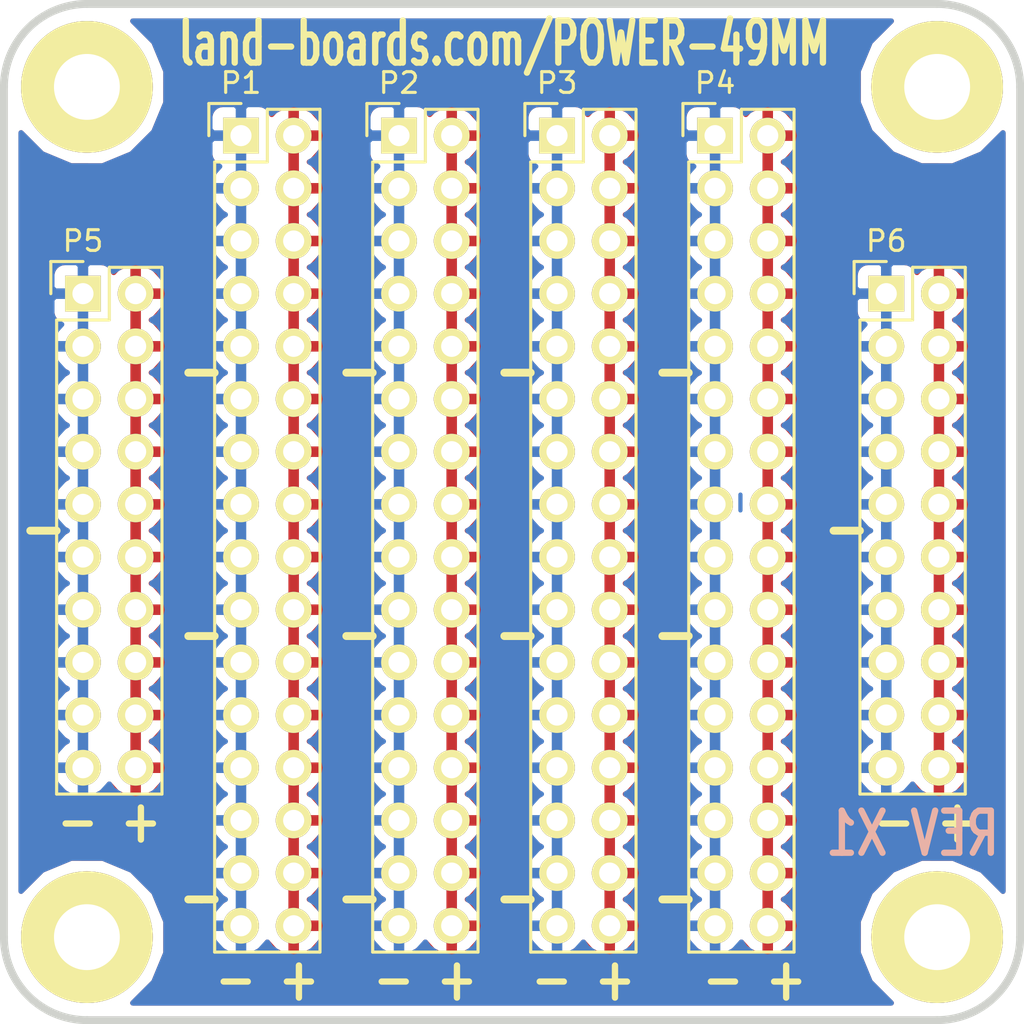
<source format=kicad_pcb>
(kicad_pcb (version 4) (host pcbnew "(after 2015-mar-04 BZR unknown)-product")

  (general
    (links 166)
    (no_connects 0)
    (area -6.203543 -2.858 49.869543 49.190501)
    (thickness 1.6002)
    (drawings 31)
    (tracks 1)
    (zones 0)
    (modules 10)
    (nets 3)
  )

  (page A4)
  (title_block
    (date "21 feb 2013")
  )

  (layers
    (0 Front signal)
    (31 Back signal)
    (36 B.SilkS user)
    (37 F.SilkS user)
    (38 B.Mask user)
    (39 F.Mask user)
    (44 Edge.Cuts user)
  )

  (setup
    (last_trace_width 0.2032)
    (trace_clearance 0.254)
    (zone_clearance 0.508)
    (zone_45_only no)
    (trace_min 0.2032)
    (segment_width 0.381)
    (edge_width 0.381)
    (via_size 0.889)
    (via_drill 0.635)
    (via_min_size 0.889)
    (via_min_drill 0.508)
    (uvia_size 0.508)
    (uvia_drill 0.127)
    (uvias_allowed no)
    (uvia_min_size 0.508)
    (uvia_min_drill 0.127)
    (pcb_text_width 0.3048)
    (pcb_text_size 1.524 2.032)
    (mod_edge_width 0.381)
    (mod_text_size 1.524 1.524)
    (mod_text_width 0.3048)
    (pad_size 1.524 1.524)
    (pad_drill 0.8128)
    (pad_to_mask_clearance 0.254)
    (aux_axis_origin 0 0)
    (visible_elements 7FFFFF7F)
    (pcbplotparams
      (layerselection 0x010f0_80000001)
      (usegerberextensions true)
      (excludeedgelayer true)
      (linewidth 0.150000)
      (plotframeref false)
      (viasonmask false)
      (mode 1)
      (useauxorigin false)
      (hpglpennumber 1)
      (hpglpenspeed 20)
      (hpglpendiameter 15)
      (hpglpenoverlay 0)
      (psnegative false)
      (psa4output false)
      (plotreference true)
      (plotvalue true)
      (plotinvisibletext false)
      (padsonsilk false)
      (subtractmaskfromsilk false)
      (outputformat 1)
      (mirror false)
      (drillshape 0)
      (scaleselection 1)
      (outputdirectory plots/))
  )

  (net 0 "")
  (net 1 /GND)
  (net 2 /VCC)

  (net_class Default "This is the default net class."
    (clearance 0.254)
    (trace_width 0.2032)
    (via_dia 0.889)
    (via_drill 0.635)
    (uvia_dia 0.508)
    (uvia_drill 0.127)
    (add_net /GND)
    (add_net /VCC)
  )

  (module MTG-4-40 (layer Front) (tedit 50F036E3) (tstamp 5126650A)
    (at 45 4)
    (path /5009526E)
    (fp_text reference MTG1 (at -6.858 -0.635) (layer F.SilkS) hide
      (effects (font (thickness 0.3048)))
    )
    (fp_text value CONN_1 (at 0 -5.08) (layer F.SilkS) hide
      (effects (font (thickness 0.3048)))
    )
    (pad 1 thru_hole circle (at 0 0) (size 6.35 6.35) (drill 3.175) (layers *.Cu *.Mask F.SilkS))
  )

  (module MTG-4-40 (layer Front) (tedit 50F036E3) (tstamp 5126650C)
    (at 45 45)
    (path /50095275)
    (fp_text reference MTG2 (at -6.858 -0.635) (layer F.SilkS) hide
      (effects (font (thickness 0.3048)))
    )
    (fp_text value CONN_1 (at 0 -5.08) (layer F.SilkS) hide
      (effects (font (thickness 0.3048)))
    )
    (pad 1 thru_hole circle (at 0 0) (size 6.35 6.35) (drill 3.175) (layers *.Cu *.Mask F.SilkS))
  )

  (module MTG-4-40 (layer Front) (tedit 50F036E3) (tstamp 5126650E)
    (at 4 4)
    (path /5009527D)
    (fp_text reference MTG3 (at -6.858 -0.635) (layer F.SilkS) hide
      (effects (font (thickness 0.3048)))
    )
    (fp_text value CONN_1 (at 0 -5.08) (layer F.SilkS) hide
      (effects (font (thickness 0.3048)))
    )
    (pad 1 thru_hole circle (at 0 0) (size 6.35 6.35) (drill 3.175) (layers *.Cu *.Mask F.SilkS))
  )

  (module MTG-4-40 (layer Front) (tedit 50F036E3) (tstamp 51266510)
    (at 4 45)
    (path /50095280)
    (fp_text reference MTG4 (at -6.858 -0.635) (layer F.SilkS) hide
      (effects (font (thickness 0.3048)))
    )
    (fp_text value CONN_1 (at 0 -5.08) (layer F.SilkS) hide
      (effects (font (thickness 0.3048)))
    )
    (pad 1 thru_hole circle (at 0 0) (size 6.35 6.35) (drill 3.175) (layers *.Cu *.Mask F.SilkS))
  )

  (module Pin_Headers:Pin_Header_Straight_2x16 (layer Front) (tedit 553D48C3) (tstamp 553D4263)
    (at 11.43 6.35)
    (descr "Through hole pin header")
    (tags "pin header")
    (path /553D44F7)
    (fp_text reference P1 (at 0 -2.54) (layer F.SilkS)
      (effects (font (size 1 1) (thickness 0.15)))
    )
    (fp_text value CONN_02X16 (at 0 -3.1) (layer F.Fab)
      (effects (font (size 1 1) (thickness 0.15)))
    )
    (fp_line (start -1.75 -1.75) (end -1.75 39.85) (layer F.CrtYd) (width 0.05))
    (fp_line (start 4.3 -1.75) (end 4.3 39.85) (layer F.CrtYd) (width 0.05))
    (fp_line (start -1.75 -1.75) (end 4.3 -1.75) (layer F.CrtYd) (width 0.05))
    (fp_line (start -1.75 39.85) (end 4.3 39.85) (layer F.CrtYd) (width 0.05))
    (fp_line (start 3.81 39.37) (end 3.81 -1.27) (layer F.SilkS) (width 0.15))
    (fp_line (start -1.27 1.27) (end -1.27 39.37) (layer F.SilkS) (width 0.15))
    (fp_line (start 3.81 39.37) (end -1.27 39.37) (layer F.SilkS) (width 0.15))
    (fp_line (start 3.81 -1.27) (end 1.27 -1.27) (layer F.SilkS) (width 0.15))
    (fp_line (start 0 -1.55) (end -1.55 -1.55) (layer F.SilkS) (width 0.15))
    (fp_line (start 1.27 -1.27) (end 1.27 1.27) (layer F.SilkS) (width 0.15))
    (fp_line (start 1.27 1.27) (end -1.27 1.27) (layer F.SilkS) (width 0.15))
    (fp_line (start -1.55 -1.55) (end -1.55 0) (layer F.SilkS) (width 0.15))
    (pad 1 thru_hole rect (at 0 0) (size 1.7272 1.7272) (drill 1.016) (layers *.Cu *.Mask F.SilkS)
      (net 1 /GND))
    (pad 2 thru_hole oval (at 2.54 0) (size 1.7272 1.7272) (drill 1.016) (layers *.Cu *.Mask F.SilkS)
      (net 2 /VCC))
    (pad 3 thru_hole oval (at 0 2.54) (size 1.7272 1.7272) (drill 1.016) (layers *.Cu *.Mask F.SilkS)
      (net 1 /GND))
    (pad 4 thru_hole oval (at 2.54 2.54) (size 1.7272 1.7272) (drill 1.016) (layers *.Cu *.Mask F.SilkS)
      (net 2 /VCC))
    (pad 5 thru_hole oval (at 0 5.08) (size 1.7272 1.7272) (drill 1.016) (layers *.Cu *.Mask F.SilkS)
      (net 1 /GND))
    (pad 6 thru_hole oval (at 2.54 5.08) (size 1.7272 1.7272) (drill 1.016) (layers *.Cu *.Mask F.SilkS)
      (net 2 /VCC))
    (pad 7 thru_hole oval (at 0 7.62) (size 1.7272 1.7272) (drill 1.016) (layers *.Cu *.Mask F.SilkS)
      (net 1 /GND))
    (pad 8 thru_hole oval (at 2.54 7.62) (size 1.7272 1.7272) (drill 1.016) (layers *.Cu *.Mask F.SilkS)
      (net 2 /VCC))
    (pad 9 thru_hole oval (at 0 10.16) (size 1.7272 1.7272) (drill 1.016) (layers *.Cu *.Mask F.SilkS)
      (net 1 /GND))
    (pad 10 thru_hole oval (at 2.54 10.16) (size 1.7272 1.7272) (drill 1.016) (layers *.Cu *.Mask F.SilkS)
      (net 2 /VCC))
    (pad 11 thru_hole oval (at 0 12.7) (size 1.7272 1.7272) (drill 1.016) (layers *.Cu *.Mask F.SilkS)
      (net 1 /GND))
    (pad 12 thru_hole oval (at 2.54 12.7) (size 1.7272 1.7272) (drill 1.016) (layers *.Cu *.Mask F.SilkS)
      (net 2 /VCC))
    (pad 13 thru_hole oval (at 0 15.24) (size 1.7272 1.7272) (drill 1.016) (layers *.Cu *.Mask F.SilkS)
      (net 1 /GND))
    (pad 14 thru_hole oval (at 2.54 15.24) (size 1.7272 1.7272) (drill 1.016) (layers *.Cu *.Mask F.SilkS)
      (net 2 /VCC))
    (pad 15 thru_hole oval (at 0 17.78) (size 1.7272 1.7272) (drill 1.016) (layers *.Cu *.Mask F.SilkS)
      (net 1 /GND))
    (pad 16 thru_hole oval (at 2.54 17.78) (size 1.7272 1.7272) (drill 1.016) (layers *.Cu *.Mask F.SilkS)
      (net 2 /VCC))
    (pad 17 thru_hole oval (at 0 20.32) (size 1.7272 1.7272) (drill 1.016) (layers *.Cu *.Mask F.SilkS)
      (net 1 /GND))
    (pad 18 thru_hole oval (at 2.54 20.32) (size 1.7272 1.7272) (drill 1.016) (layers *.Cu *.Mask F.SilkS)
      (net 2 /VCC))
    (pad 19 thru_hole oval (at 0 22.86) (size 1.7272 1.7272) (drill 1.016) (layers *.Cu *.Mask F.SilkS)
      (net 1 /GND))
    (pad 20 thru_hole oval (at 2.54 22.86) (size 1.7272 1.7272) (drill 1.016) (layers *.Cu *.Mask F.SilkS)
      (net 2 /VCC))
    (pad 21 thru_hole oval (at 0 25.4) (size 1.7272 1.7272) (drill 1.016) (layers *.Cu *.Mask F.SilkS)
      (net 1 /GND))
    (pad 22 thru_hole oval (at 2.54 25.4) (size 1.7272 1.7272) (drill 1.016) (layers *.Cu *.Mask F.SilkS)
      (net 2 /VCC))
    (pad 23 thru_hole oval (at 0 27.94) (size 1.7272 1.7272) (drill 1.016) (layers *.Cu *.Mask F.SilkS)
      (net 1 /GND))
    (pad 24 thru_hole oval (at 2.54 27.94) (size 1.7272 1.7272) (drill 1.016) (layers *.Cu *.Mask F.SilkS)
      (net 2 /VCC))
    (pad 25 thru_hole oval (at 0 30.48) (size 1.7272 1.7272) (drill 1.016) (layers *.Cu *.Mask F.SilkS)
      (net 1 /GND))
    (pad 26 thru_hole oval (at 2.54 30.48) (size 1.7272 1.7272) (drill 1.016) (layers *.Cu *.Mask F.SilkS)
      (net 2 /VCC))
    (pad 27 thru_hole oval (at 0 33.02) (size 1.7272 1.7272) (drill 1.016) (layers *.Cu *.Mask F.SilkS)
      (net 1 /GND))
    (pad 28 thru_hole oval (at 2.54 33.02) (size 1.7272 1.7272) (drill 1.016) (layers *.Cu *.Mask F.SilkS)
      (net 2 /VCC))
    (pad 29 thru_hole oval (at 0 35.56) (size 1.7272 1.7272) (drill 1.016) (layers *.Cu *.Mask F.SilkS)
      (net 1 /GND))
    (pad 30 thru_hole oval (at 2.54 35.56) (size 1.7272 1.7272) (drill 1.016) (layers *.Cu *.Mask F.SilkS)
      (net 2 /VCC))
    (pad 31 thru_hole oval (at 0 38.1) (size 1.7272 1.7272) (drill 1.016) (layers *.Cu *.Mask F.SilkS)
      (net 1 /GND))
    (pad 32 thru_hole oval (at 2.54 38.1) (size 1.7272 1.7272) (drill 1.016) (layers *.Cu *.Mask F.SilkS)
      (net 2 /VCC))
    (model Pin_Headers.3dshapes/Pin_Header_Straight_2x16.wrl
      (at (xyz 0.05 -0.75 0))
      (scale (xyz 1 1 1))
      (rotate (xyz 0 0 90))
    )
  )

  (module Pin_Headers:Pin_Header_Straight_2x16 (layer Front) (tedit 553D48CA) (tstamp 553D43AF)
    (at 19.05 6.35)
    (descr "Through hole pin header")
    (tags "pin header")
    (path /553D464C)
    (fp_text reference P2 (at 0 -2.54) (layer F.SilkS)
      (effects (font (size 1 1) (thickness 0.15)))
    )
    (fp_text value CONN_02X16 (at 0 -3.1) (layer F.Fab)
      (effects (font (size 1 1) (thickness 0.15)))
    )
    (fp_line (start -1.75 -1.75) (end -1.75 39.85) (layer F.CrtYd) (width 0.05))
    (fp_line (start 4.3 -1.75) (end 4.3 39.85) (layer F.CrtYd) (width 0.05))
    (fp_line (start -1.75 -1.75) (end 4.3 -1.75) (layer F.CrtYd) (width 0.05))
    (fp_line (start -1.75 39.85) (end 4.3 39.85) (layer F.CrtYd) (width 0.05))
    (fp_line (start 3.81 39.37) (end 3.81 -1.27) (layer F.SilkS) (width 0.15))
    (fp_line (start -1.27 1.27) (end -1.27 39.37) (layer F.SilkS) (width 0.15))
    (fp_line (start 3.81 39.37) (end -1.27 39.37) (layer F.SilkS) (width 0.15))
    (fp_line (start 3.81 -1.27) (end 1.27 -1.27) (layer F.SilkS) (width 0.15))
    (fp_line (start 0 -1.55) (end -1.55 -1.55) (layer F.SilkS) (width 0.15))
    (fp_line (start 1.27 -1.27) (end 1.27 1.27) (layer F.SilkS) (width 0.15))
    (fp_line (start 1.27 1.27) (end -1.27 1.27) (layer F.SilkS) (width 0.15))
    (fp_line (start -1.55 -1.55) (end -1.55 0) (layer F.SilkS) (width 0.15))
    (pad 1 thru_hole rect (at 0 0) (size 1.7272 1.7272) (drill 1.016) (layers *.Cu *.Mask F.SilkS)
      (net 1 /GND))
    (pad 2 thru_hole oval (at 2.54 0) (size 1.7272 1.7272) (drill 1.016) (layers *.Cu *.Mask F.SilkS)
      (net 2 /VCC))
    (pad 3 thru_hole oval (at 0 2.54) (size 1.7272 1.7272) (drill 1.016) (layers *.Cu *.Mask F.SilkS)
      (net 1 /GND))
    (pad 4 thru_hole oval (at 2.54 2.54) (size 1.7272 1.7272) (drill 1.016) (layers *.Cu *.Mask F.SilkS)
      (net 2 /VCC))
    (pad 5 thru_hole oval (at 0 5.08) (size 1.7272 1.7272) (drill 1.016) (layers *.Cu *.Mask F.SilkS)
      (net 1 /GND))
    (pad 6 thru_hole oval (at 2.54 5.08) (size 1.7272 1.7272) (drill 1.016) (layers *.Cu *.Mask F.SilkS)
      (net 2 /VCC))
    (pad 7 thru_hole oval (at 0 7.62) (size 1.7272 1.7272) (drill 1.016) (layers *.Cu *.Mask F.SilkS)
      (net 1 /GND))
    (pad 8 thru_hole oval (at 2.54 7.62) (size 1.7272 1.7272) (drill 1.016) (layers *.Cu *.Mask F.SilkS)
      (net 2 /VCC))
    (pad 9 thru_hole oval (at 0 10.16) (size 1.7272 1.7272) (drill 1.016) (layers *.Cu *.Mask F.SilkS)
      (net 1 /GND))
    (pad 10 thru_hole oval (at 2.54 10.16) (size 1.7272 1.7272) (drill 1.016) (layers *.Cu *.Mask F.SilkS)
      (net 2 /VCC))
    (pad 11 thru_hole oval (at 0 12.7) (size 1.7272 1.7272) (drill 1.016) (layers *.Cu *.Mask F.SilkS)
      (net 1 /GND))
    (pad 12 thru_hole oval (at 2.54 12.7) (size 1.7272 1.7272) (drill 1.016) (layers *.Cu *.Mask F.SilkS)
      (net 2 /VCC))
    (pad 13 thru_hole oval (at 0 15.24) (size 1.7272 1.7272) (drill 1.016) (layers *.Cu *.Mask F.SilkS)
      (net 1 /GND))
    (pad 14 thru_hole oval (at 2.54 15.24) (size 1.7272 1.7272) (drill 1.016) (layers *.Cu *.Mask F.SilkS)
      (net 2 /VCC))
    (pad 15 thru_hole oval (at 0 17.78) (size 1.7272 1.7272) (drill 1.016) (layers *.Cu *.Mask F.SilkS)
      (net 1 /GND))
    (pad 16 thru_hole oval (at 2.54 17.78) (size 1.7272 1.7272) (drill 1.016) (layers *.Cu *.Mask F.SilkS)
      (net 2 /VCC))
    (pad 17 thru_hole oval (at 0 20.32) (size 1.7272 1.7272) (drill 1.016) (layers *.Cu *.Mask F.SilkS)
      (net 1 /GND))
    (pad 18 thru_hole oval (at 2.54 20.32) (size 1.7272 1.7272) (drill 1.016) (layers *.Cu *.Mask F.SilkS)
      (net 2 /VCC))
    (pad 19 thru_hole oval (at 0 22.86) (size 1.7272 1.7272) (drill 1.016) (layers *.Cu *.Mask F.SilkS)
      (net 1 /GND))
    (pad 20 thru_hole oval (at 2.54 22.86) (size 1.7272 1.7272) (drill 1.016) (layers *.Cu *.Mask F.SilkS)
      (net 2 /VCC))
    (pad 21 thru_hole oval (at 0 25.4) (size 1.7272 1.7272) (drill 1.016) (layers *.Cu *.Mask F.SilkS)
      (net 1 /GND))
    (pad 22 thru_hole oval (at 2.54 25.4) (size 1.7272 1.7272) (drill 1.016) (layers *.Cu *.Mask F.SilkS)
      (net 2 /VCC))
    (pad 23 thru_hole oval (at 0 27.94) (size 1.7272 1.7272) (drill 1.016) (layers *.Cu *.Mask F.SilkS)
      (net 1 /GND))
    (pad 24 thru_hole oval (at 2.54 27.94) (size 1.7272 1.7272) (drill 1.016) (layers *.Cu *.Mask F.SilkS)
      (net 2 /VCC))
    (pad 25 thru_hole oval (at 0 30.48) (size 1.7272 1.7272) (drill 1.016) (layers *.Cu *.Mask F.SilkS)
      (net 1 /GND))
    (pad 26 thru_hole oval (at 2.54 30.48) (size 1.7272 1.7272) (drill 1.016) (layers *.Cu *.Mask F.SilkS)
      (net 2 /VCC))
    (pad 27 thru_hole oval (at 0 33.02) (size 1.7272 1.7272) (drill 1.016) (layers *.Cu *.Mask F.SilkS)
      (net 1 /GND))
    (pad 28 thru_hole oval (at 2.54 33.02) (size 1.7272 1.7272) (drill 1.016) (layers *.Cu *.Mask F.SilkS)
      (net 2 /VCC))
    (pad 29 thru_hole oval (at 0 35.56) (size 1.7272 1.7272) (drill 1.016) (layers *.Cu *.Mask F.SilkS)
      (net 1 /GND))
    (pad 30 thru_hole oval (at 2.54 35.56) (size 1.7272 1.7272) (drill 1.016) (layers *.Cu *.Mask F.SilkS)
      (net 2 /VCC))
    (pad 31 thru_hole oval (at 0 38.1) (size 1.7272 1.7272) (drill 1.016) (layers *.Cu *.Mask F.SilkS)
      (net 1 /GND))
    (pad 32 thru_hole oval (at 2.54 38.1) (size 1.7272 1.7272) (drill 1.016) (layers *.Cu *.Mask F.SilkS)
      (net 2 /VCC))
    (model Pin_Headers.3dshapes/Pin_Header_Straight_2x16.wrl
      (at (xyz 0.05 -0.75 0))
      (scale (xyz 1 1 1))
      (rotate (xyz 0 0 90))
    )
  )

  (module Pin_Headers:Pin_Header_Straight_2x16 (layer Front) (tedit 553D48CF) (tstamp 553D43DF)
    (at 26.67 6.35)
    (descr "Through hole pin header")
    (tags "pin header")
    (path /553D4705)
    (fp_text reference P3 (at 0 -2.54) (layer F.SilkS)
      (effects (font (size 1 1) (thickness 0.15)))
    )
    (fp_text value CONN_02X16 (at 0 -3.1) (layer F.Fab)
      (effects (font (size 1 1) (thickness 0.15)))
    )
    (fp_line (start -1.75 -1.75) (end -1.75 39.85) (layer F.CrtYd) (width 0.05))
    (fp_line (start 4.3 -1.75) (end 4.3 39.85) (layer F.CrtYd) (width 0.05))
    (fp_line (start -1.75 -1.75) (end 4.3 -1.75) (layer F.CrtYd) (width 0.05))
    (fp_line (start -1.75 39.85) (end 4.3 39.85) (layer F.CrtYd) (width 0.05))
    (fp_line (start 3.81 39.37) (end 3.81 -1.27) (layer F.SilkS) (width 0.15))
    (fp_line (start -1.27 1.27) (end -1.27 39.37) (layer F.SilkS) (width 0.15))
    (fp_line (start 3.81 39.37) (end -1.27 39.37) (layer F.SilkS) (width 0.15))
    (fp_line (start 3.81 -1.27) (end 1.27 -1.27) (layer F.SilkS) (width 0.15))
    (fp_line (start 0 -1.55) (end -1.55 -1.55) (layer F.SilkS) (width 0.15))
    (fp_line (start 1.27 -1.27) (end 1.27 1.27) (layer F.SilkS) (width 0.15))
    (fp_line (start 1.27 1.27) (end -1.27 1.27) (layer F.SilkS) (width 0.15))
    (fp_line (start -1.55 -1.55) (end -1.55 0) (layer F.SilkS) (width 0.15))
    (pad 1 thru_hole rect (at 0 0) (size 1.7272 1.7272) (drill 1.016) (layers *.Cu *.Mask F.SilkS)
      (net 1 /GND))
    (pad 2 thru_hole oval (at 2.54 0) (size 1.7272 1.7272) (drill 1.016) (layers *.Cu *.Mask F.SilkS)
      (net 2 /VCC))
    (pad 3 thru_hole oval (at 0 2.54) (size 1.7272 1.7272) (drill 1.016) (layers *.Cu *.Mask F.SilkS)
      (net 1 /GND))
    (pad 4 thru_hole oval (at 2.54 2.54) (size 1.7272 1.7272) (drill 1.016) (layers *.Cu *.Mask F.SilkS)
      (net 2 /VCC))
    (pad 5 thru_hole oval (at 0 5.08) (size 1.7272 1.7272) (drill 1.016) (layers *.Cu *.Mask F.SilkS)
      (net 1 /GND))
    (pad 6 thru_hole oval (at 2.54 5.08) (size 1.7272 1.7272) (drill 1.016) (layers *.Cu *.Mask F.SilkS)
      (net 2 /VCC))
    (pad 7 thru_hole oval (at 0 7.62) (size 1.7272 1.7272) (drill 1.016) (layers *.Cu *.Mask F.SilkS)
      (net 1 /GND))
    (pad 8 thru_hole oval (at 2.54 7.62) (size 1.7272 1.7272) (drill 1.016) (layers *.Cu *.Mask F.SilkS)
      (net 2 /VCC))
    (pad 9 thru_hole oval (at 0 10.16) (size 1.7272 1.7272) (drill 1.016) (layers *.Cu *.Mask F.SilkS)
      (net 1 /GND))
    (pad 10 thru_hole oval (at 2.54 10.16) (size 1.7272 1.7272) (drill 1.016) (layers *.Cu *.Mask F.SilkS)
      (net 2 /VCC))
    (pad 11 thru_hole oval (at 0 12.7) (size 1.7272 1.7272) (drill 1.016) (layers *.Cu *.Mask F.SilkS)
      (net 1 /GND))
    (pad 12 thru_hole oval (at 2.54 12.7) (size 1.7272 1.7272) (drill 1.016) (layers *.Cu *.Mask F.SilkS)
      (net 2 /VCC))
    (pad 13 thru_hole oval (at 0 15.24) (size 1.7272 1.7272) (drill 1.016) (layers *.Cu *.Mask F.SilkS)
      (net 1 /GND))
    (pad 14 thru_hole oval (at 2.54 15.24) (size 1.7272 1.7272) (drill 1.016) (layers *.Cu *.Mask F.SilkS)
      (net 2 /VCC))
    (pad 15 thru_hole oval (at 0 17.78) (size 1.7272 1.7272) (drill 1.016) (layers *.Cu *.Mask F.SilkS)
      (net 1 /GND))
    (pad 16 thru_hole oval (at 2.54 17.78) (size 1.7272 1.7272) (drill 1.016) (layers *.Cu *.Mask F.SilkS)
      (net 2 /VCC))
    (pad 17 thru_hole oval (at 0 20.32) (size 1.7272 1.7272) (drill 1.016) (layers *.Cu *.Mask F.SilkS)
      (net 1 /GND))
    (pad 18 thru_hole oval (at 2.54 20.32) (size 1.7272 1.7272) (drill 1.016) (layers *.Cu *.Mask F.SilkS)
      (net 2 /VCC))
    (pad 19 thru_hole oval (at 0 22.86) (size 1.7272 1.7272) (drill 1.016) (layers *.Cu *.Mask F.SilkS)
      (net 1 /GND))
    (pad 20 thru_hole oval (at 2.54 22.86) (size 1.7272 1.7272) (drill 1.016) (layers *.Cu *.Mask F.SilkS)
      (net 2 /VCC))
    (pad 21 thru_hole oval (at 0 25.4) (size 1.7272 1.7272) (drill 1.016) (layers *.Cu *.Mask F.SilkS)
      (net 1 /GND))
    (pad 22 thru_hole oval (at 2.54 25.4) (size 1.7272 1.7272) (drill 1.016) (layers *.Cu *.Mask F.SilkS)
      (net 2 /VCC))
    (pad 23 thru_hole oval (at 0 27.94) (size 1.7272 1.7272) (drill 1.016) (layers *.Cu *.Mask F.SilkS)
      (net 1 /GND))
    (pad 24 thru_hole oval (at 2.54 27.94) (size 1.7272 1.7272) (drill 1.016) (layers *.Cu *.Mask F.SilkS)
      (net 2 /VCC))
    (pad 25 thru_hole oval (at 0 30.48) (size 1.7272 1.7272) (drill 1.016) (layers *.Cu *.Mask F.SilkS)
      (net 1 /GND))
    (pad 26 thru_hole oval (at 2.54 30.48) (size 1.7272 1.7272) (drill 1.016) (layers *.Cu *.Mask F.SilkS)
      (net 2 /VCC))
    (pad 27 thru_hole oval (at 0 33.02) (size 1.7272 1.7272) (drill 1.016) (layers *.Cu *.Mask F.SilkS)
      (net 1 /GND))
    (pad 28 thru_hole oval (at 2.54 33.02) (size 1.7272 1.7272) (drill 1.016) (layers *.Cu *.Mask F.SilkS)
      (net 2 /VCC))
    (pad 29 thru_hole oval (at 0 35.56) (size 1.7272 1.7272) (drill 1.016) (layers *.Cu *.Mask F.SilkS)
      (net 1 /GND))
    (pad 30 thru_hole oval (at 2.54 35.56) (size 1.7272 1.7272) (drill 1.016) (layers *.Cu *.Mask F.SilkS)
      (net 2 /VCC))
    (pad 31 thru_hole oval (at 0 38.1) (size 1.7272 1.7272) (drill 1.016) (layers *.Cu *.Mask F.SilkS)
      (net 1 /GND))
    (pad 32 thru_hole oval (at 2.54 38.1) (size 1.7272 1.7272) (drill 1.016) (layers *.Cu *.Mask F.SilkS)
      (net 2 /VCC))
    (model Pin_Headers.3dshapes/Pin_Header_Straight_2x16.wrl
      (at (xyz 0.05 -0.75 0))
      (scale (xyz 1 1 1))
      (rotate (xyz 0 0 90))
    )
  )

  (module Pin_Headers:Pin_Header_Straight_2x16 (layer Front) (tedit 553D48D4) (tstamp 553D440F)
    (at 34.29 6.35)
    (descr "Through hole pin header")
    (tags "pin header")
    (path /553D473D)
    (fp_text reference P4 (at 0 -2.54) (layer F.SilkS)
      (effects (font (size 1 1) (thickness 0.15)))
    )
    (fp_text value CONN_02X16 (at 0 -3.1) (layer F.Fab)
      (effects (font (size 1 1) (thickness 0.15)))
    )
    (fp_line (start -1.75 -1.75) (end -1.75 39.85) (layer F.CrtYd) (width 0.05))
    (fp_line (start 4.3 -1.75) (end 4.3 39.85) (layer F.CrtYd) (width 0.05))
    (fp_line (start -1.75 -1.75) (end 4.3 -1.75) (layer F.CrtYd) (width 0.05))
    (fp_line (start -1.75 39.85) (end 4.3 39.85) (layer F.CrtYd) (width 0.05))
    (fp_line (start 3.81 39.37) (end 3.81 -1.27) (layer F.SilkS) (width 0.15))
    (fp_line (start -1.27 1.27) (end -1.27 39.37) (layer F.SilkS) (width 0.15))
    (fp_line (start 3.81 39.37) (end -1.27 39.37) (layer F.SilkS) (width 0.15))
    (fp_line (start 3.81 -1.27) (end 1.27 -1.27) (layer F.SilkS) (width 0.15))
    (fp_line (start 0 -1.55) (end -1.55 -1.55) (layer F.SilkS) (width 0.15))
    (fp_line (start 1.27 -1.27) (end 1.27 1.27) (layer F.SilkS) (width 0.15))
    (fp_line (start 1.27 1.27) (end -1.27 1.27) (layer F.SilkS) (width 0.15))
    (fp_line (start -1.55 -1.55) (end -1.55 0) (layer F.SilkS) (width 0.15))
    (pad 1 thru_hole rect (at 0 0) (size 1.7272 1.7272) (drill 1.016) (layers *.Cu *.Mask F.SilkS)
      (net 1 /GND))
    (pad 2 thru_hole oval (at 2.54 0) (size 1.7272 1.7272) (drill 1.016) (layers *.Cu *.Mask F.SilkS)
      (net 2 /VCC))
    (pad 3 thru_hole oval (at 0 2.54) (size 1.7272 1.7272) (drill 1.016) (layers *.Cu *.Mask F.SilkS)
      (net 1 /GND))
    (pad 4 thru_hole oval (at 2.54 2.54) (size 1.7272 1.7272) (drill 1.016) (layers *.Cu *.Mask F.SilkS)
      (net 2 /VCC))
    (pad 5 thru_hole oval (at 0 5.08) (size 1.7272 1.7272) (drill 1.016) (layers *.Cu *.Mask F.SilkS)
      (net 1 /GND))
    (pad 6 thru_hole oval (at 2.54 5.08) (size 1.7272 1.7272) (drill 1.016) (layers *.Cu *.Mask F.SilkS)
      (net 2 /VCC))
    (pad 7 thru_hole oval (at 0 7.62) (size 1.7272 1.7272) (drill 1.016) (layers *.Cu *.Mask F.SilkS)
      (net 1 /GND))
    (pad 8 thru_hole oval (at 2.54 7.62) (size 1.7272 1.7272) (drill 1.016) (layers *.Cu *.Mask F.SilkS)
      (net 2 /VCC))
    (pad 9 thru_hole oval (at 0 10.16) (size 1.7272 1.7272) (drill 1.016) (layers *.Cu *.Mask F.SilkS)
      (net 1 /GND))
    (pad 10 thru_hole oval (at 2.54 10.16) (size 1.7272 1.7272) (drill 1.016) (layers *.Cu *.Mask F.SilkS)
      (net 2 /VCC))
    (pad 11 thru_hole oval (at 0 12.7) (size 1.7272 1.7272) (drill 1.016) (layers *.Cu *.Mask F.SilkS)
      (net 1 /GND))
    (pad 12 thru_hole oval (at 2.54 12.7) (size 1.7272 1.7272) (drill 1.016) (layers *.Cu *.Mask F.SilkS)
      (net 2 /VCC))
    (pad 13 thru_hole oval (at 0 15.24) (size 1.7272 1.7272) (drill 1.016) (layers *.Cu *.Mask F.SilkS)
      (net 1 /GND))
    (pad 14 thru_hole oval (at 2.54 15.24) (size 1.7272 1.7272) (drill 1.016) (layers *.Cu *.Mask F.SilkS)
      (net 2 /VCC))
    (pad 15 thru_hole oval (at 0 17.78) (size 1.7272 1.7272) (drill 1.016) (layers *.Cu *.Mask F.SilkS)
      (net 1 /GND))
    (pad 16 thru_hole oval (at 2.54 17.78) (size 1.7272 1.7272) (drill 1.016) (layers *.Cu *.Mask F.SilkS)
      (net 2 /VCC))
    (pad 17 thru_hole oval (at 0 20.32) (size 1.7272 1.7272) (drill 1.016) (layers *.Cu *.Mask F.SilkS)
      (net 1 /GND))
    (pad 18 thru_hole oval (at 2.54 20.32) (size 1.7272 1.7272) (drill 1.016) (layers *.Cu *.Mask F.SilkS)
      (net 2 /VCC))
    (pad 19 thru_hole oval (at 0 22.86) (size 1.7272 1.7272) (drill 1.016) (layers *.Cu *.Mask F.SilkS)
      (net 1 /GND))
    (pad 20 thru_hole oval (at 2.54 22.86) (size 1.7272 1.7272) (drill 1.016) (layers *.Cu *.Mask F.SilkS)
      (net 2 /VCC))
    (pad 21 thru_hole oval (at 0 25.4) (size 1.7272 1.7272) (drill 1.016) (layers *.Cu *.Mask F.SilkS)
      (net 1 /GND))
    (pad 22 thru_hole oval (at 2.54 25.4) (size 1.7272 1.7272) (drill 1.016) (layers *.Cu *.Mask F.SilkS)
      (net 2 /VCC))
    (pad 23 thru_hole oval (at 0 27.94) (size 1.7272 1.7272) (drill 1.016) (layers *.Cu *.Mask F.SilkS)
      (net 1 /GND))
    (pad 24 thru_hole oval (at 2.54 27.94) (size 1.7272 1.7272) (drill 1.016) (layers *.Cu *.Mask F.SilkS)
      (net 2 /VCC))
    (pad 25 thru_hole oval (at 0 30.48) (size 1.7272 1.7272) (drill 1.016) (layers *.Cu *.Mask F.SilkS)
      (net 1 /GND))
    (pad 26 thru_hole oval (at 2.54 30.48) (size 1.7272 1.7272) (drill 1.016) (layers *.Cu *.Mask F.SilkS)
      (net 2 /VCC))
    (pad 27 thru_hole oval (at 0 33.02) (size 1.7272 1.7272) (drill 1.016) (layers *.Cu *.Mask F.SilkS)
      (net 1 /GND))
    (pad 28 thru_hole oval (at 2.54 33.02) (size 1.7272 1.7272) (drill 1.016) (layers *.Cu *.Mask F.SilkS)
      (net 2 /VCC))
    (pad 29 thru_hole oval (at 0 35.56) (size 1.7272 1.7272) (drill 1.016) (layers *.Cu *.Mask F.SilkS)
      (net 1 /GND))
    (pad 30 thru_hole oval (at 2.54 35.56) (size 1.7272 1.7272) (drill 1.016) (layers *.Cu *.Mask F.SilkS)
      (net 2 /VCC))
    (pad 31 thru_hole oval (at 0 38.1) (size 1.7272 1.7272) (drill 1.016) (layers *.Cu *.Mask F.SilkS)
      (net 1 /GND))
    (pad 32 thru_hole oval (at 2.54 38.1) (size 1.7272 1.7272) (drill 1.016) (layers *.Cu *.Mask F.SilkS)
      (net 2 /VCC))
    (model Pin_Headers.3dshapes/Pin_Header_Straight_2x16.wrl
      (at (xyz 0.05 -0.75 0))
      (scale (xyz 1 1 1))
      (rotate (xyz 0 0 90))
    )
  )

  (module Pin_Headers:Pin_Header_Straight_2x10 (layer Front) (tedit 553D48BA) (tstamp 553D454E)
    (at 3.81 13.97)
    (descr "Through hole pin header")
    (tags "pin header")
    (path /553D4829)
    (fp_text reference P5 (at 0 -2.54) (layer F.SilkS)
      (effects (font (size 1 1) (thickness 0.15)))
    )
    (fp_text value CONN_02X10 (at 0 -3.1) (layer F.Fab)
      (effects (font (size 1 1) (thickness 0.15)))
    )
    (fp_line (start -1.75 -1.75) (end -1.75 24.65) (layer F.CrtYd) (width 0.05))
    (fp_line (start 4.3 -1.75) (end 4.3 24.65) (layer F.CrtYd) (width 0.05))
    (fp_line (start -1.75 -1.75) (end 4.3 -1.75) (layer F.CrtYd) (width 0.05))
    (fp_line (start -1.75 24.65) (end 4.3 24.65) (layer F.CrtYd) (width 0.05))
    (fp_line (start 3.81 24.13) (end 3.81 -1.27) (layer F.SilkS) (width 0.15))
    (fp_line (start -1.27 1.27) (end -1.27 24.13) (layer F.SilkS) (width 0.15))
    (fp_line (start 3.81 24.13) (end -1.27 24.13) (layer F.SilkS) (width 0.15))
    (fp_line (start 3.81 -1.27) (end 1.27 -1.27) (layer F.SilkS) (width 0.15))
    (fp_line (start 0 -1.55) (end -1.55 -1.55) (layer F.SilkS) (width 0.15))
    (fp_line (start 1.27 -1.27) (end 1.27 1.27) (layer F.SilkS) (width 0.15))
    (fp_line (start 1.27 1.27) (end -1.27 1.27) (layer F.SilkS) (width 0.15))
    (fp_line (start -1.55 -1.55) (end -1.55 0) (layer F.SilkS) (width 0.15))
    (pad 1 thru_hole rect (at 0 0) (size 1.7272 1.7272) (drill 1.016) (layers *.Cu *.Mask F.SilkS)
      (net 1 /GND))
    (pad 2 thru_hole oval (at 2.54 0) (size 1.7272 1.7272) (drill 1.016) (layers *.Cu *.Mask F.SilkS)
      (net 2 /VCC))
    (pad 3 thru_hole oval (at 0 2.54) (size 1.7272 1.7272) (drill 1.016) (layers *.Cu *.Mask F.SilkS)
      (net 1 /GND))
    (pad 4 thru_hole oval (at 2.54 2.54) (size 1.7272 1.7272) (drill 1.016) (layers *.Cu *.Mask F.SilkS)
      (net 2 /VCC))
    (pad 5 thru_hole oval (at 0 5.08) (size 1.7272 1.7272) (drill 1.016) (layers *.Cu *.Mask F.SilkS)
      (net 1 /GND))
    (pad 6 thru_hole oval (at 2.54 5.08) (size 1.7272 1.7272) (drill 1.016) (layers *.Cu *.Mask F.SilkS)
      (net 2 /VCC))
    (pad 7 thru_hole oval (at 0 7.62) (size 1.7272 1.7272) (drill 1.016) (layers *.Cu *.Mask F.SilkS)
      (net 1 /GND))
    (pad 8 thru_hole oval (at 2.54 7.62) (size 1.7272 1.7272) (drill 1.016) (layers *.Cu *.Mask F.SilkS)
      (net 2 /VCC))
    (pad 9 thru_hole oval (at 0 10.16) (size 1.7272 1.7272) (drill 1.016) (layers *.Cu *.Mask F.SilkS)
      (net 1 /GND))
    (pad 10 thru_hole oval (at 2.54 10.16) (size 1.7272 1.7272) (drill 1.016) (layers *.Cu *.Mask F.SilkS)
      (net 2 /VCC))
    (pad 11 thru_hole oval (at 0 12.7) (size 1.7272 1.7272) (drill 1.016) (layers *.Cu *.Mask F.SilkS)
      (net 1 /GND))
    (pad 12 thru_hole oval (at 2.54 12.7) (size 1.7272 1.7272) (drill 1.016) (layers *.Cu *.Mask F.SilkS)
      (net 2 /VCC))
    (pad 13 thru_hole oval (at 0 15.24) (size 1.7272 1.7272) (drill 1.016) (layers *.Cu *.Mask F.SilkS)
      (net 1 /GND))
    (pad 14 thru_hole oval (at 2.54 15.24) (size 1.7272 1.7272) (drill 1.016) (layers *.Cu *.Mask F.SilkS)
      (net 2 /VCC))
    (pad 15 thru_hole oval (at 0 17.78) (size 1.7272 1.7272) (drill 1.016) (layers *.Cu *.Mask F.SilkS)
      (net 1 /GND))
    (pad 16 thru_hole oval (at 2.54 17.78) (size 1.7272 1.7272) (drill 1.016) (layers *.Cu *.Mask F.SilkS)
      (net 2 /VCC))
    (pad 17 thru_hole oval (at 0 20.32) (size 1.7272 1.7272) (drill 1.016) (layers *.Cu *.Mask F.SilkS)
      (net 1 /GND))
    (pad 18 thru_hole oval (at 2.54 20.32) (size 1.7272 1.7272) (drill 1.016) (layers *.Cu *.Mask F.SilkS)
      (net 2 /VCC))
    (pad 19 thru_hole oval (at 0 22.86) (size 1.7272 1.7272) (drill 1.016) (layers *.Cu *.Mask F.SilkS)
      (net 1 /GND))
    (pad 20 thru_hole oval (at 2.54 22.86) (size 1.7272 1.7272) (drill 1.016) (layers *.Cu *.Mask F.SilkS)
      (net 2 /VCC))
    (model Pin_Headers.3dshapes/Pin_Header_Straight_2x10.wrl
      (at (xyz 0.05 -0.45 0))
      (scale (xyz 1 1 1))
      (rotate (xyz 0 0 90))
    )
  )

  (module Pin_Headers:Pin_Header_Straight_2x10 (layer Front) (tedit 553D48DA) (tstamp 553D4572)
    (at 42.545 13.97)
    (descr "Through hole pin header")
    (tags "pin header")
    (path /553D4864)
    (fp_text reference P6 (at 0 -2.54) (layer F.SilkS)
      (effects (font (size 1 1) (thickness 0.15)))
    )
    (fp_text value CONN_02X10 (at 0 -3.1) (layer F.Fab)
      (effects (font (size 1 1) (thickness 0.15)))
    )
    (fp_line (start -1.75 -1.75) (end -1.75 24.65) (layer F.CrtYd) (width 0.05))
    (fp_line (start 4.3 -1.75) (end 4.3 24.65) (layer F.CrtYd) (width 0.05))
    (fp_line (start -1.75 -1.75) (end 4.3 -1.75) (layer F.CrtYd) (width 0.05))
    (fp_line (start -1.75 24.65) (end 4.3 24.65) (layer F.CrtYd) (width 0.05))
    (fp_line (start 3.81 24.13) (end 3.81 -1.27) (layer F.SilkS) (width 0.15))
    (fp_line (start -1.27 1.27) (end -1.27 24.13) (layer F.SilkS) (width 0.15))
    (fp_line (start 3.81 24.13) (end -1.27 24.13) (layer F.SilkS) (width 0.15))
    (fp_line (start 3.81 -1.27) (end 1.27 -1.27) (layer F.SilkS) (width 0.15))
    (fp_line (start 0 -1.55) (end -1.55 -1.55) (layer F.SilkS) (width 0.15))
    (fp_line (start 1.27 -1.27) (end 1.27 1.27) (layer F.SilkS) (width 0.15))
    (fp_line (start 1.27 1.27) (end -1.27 1.27) (layer F.SilkS) (width 0.15))
    (fp_line (start -1.55 -1.55) (end -1.55 0) (layer F.SilkS) (width 0.15))
    (pad 1 thru_hole rect (at 0 0) (size 1.7272 1.7272) (drill 1.016) (layers *.Cu *.Mask F.SilkS)
      (net 1 /GND))
    (pad 2 thru_hole oval (at 2.54 0) (size 1.7272 1.7272) (drill 1.016) (layers *.Cu *.Mask F.SilkS)
      (net 2 /VCC))
    (pad 3 thru_hole oval (at 0 2.54) (size 1.7272 1.7272) (drill 1.016) (layers *.Cu *.Mask F.SilkS)
      (net 1 /GND))
    (pad 4 thru_hole oval (at 2.54 2.54) (size 1.7272 1.7272) (drill 1.016) (layers *.Cu *.Mask F.SilkS)
      (net 2 /VCC))
    (pad 5 thru_hole oval (at 0 5.08) (size 1.7272 1.7272) (drill 1.016) (layers *.Cu *.Mask F.SilkS)
      (net 1 /GND))
    (pad 6 thru_hole oval (at 2.54 5.08) (size 1.7272 1.7272) (drill 1.016) (layers *.Cu *.Mask F.SilkS)
      (net 2 /VCC))
    (pad 7 thru_hole oval (at 0 7.62) (size 1.7272 1.7272) (drill 1.016) (layers *.Cu *.Mask F.SilkS)
      (net 1 /GND))
    (pad 8 thru_hole oval (at 2.54 7.62) (size 1.7272 1.7272) (drill 1.016) (layers *.Cu *.Mask F.SilkS)
      (net 2 /VCC))
    (pad 9 thru_hole oval (at 0 10.16) (size 1.7272 1.7272) (drill 1.016) (layers *.Cu *.Mask F.SilkS)
      (net 1 /GND))
    (pad 10 thru_hole oval (at 2.54 10.16) (size 1.7272 1.7272) (drill 1.016) (layers *.Cu *.Mask F.SilkS)
      (net 2 /VCC))
    (pad 11 thru_hole oval (at 0 12.7) (size 1.7272 1.7272) (drill 1.016) (layers *.Cu *.Mask F.SilkS)
      (net 1 /GND))
    (pad 12 thru_hole oval (at 2.54 12.7) (size 1.7272 1.7272) (drill 1.016) (layers *.Cu *.Mask F.SilkS)
      (net 2 /VCC))
    (pad 13 thru_hole oval (at 0 15.24) (size 1.7272 1.7272) (drill 1.016) (layers *.Cu *.Mask F.SilkS)
      (net 1 /GND))
    (pad 14 thru_hole oval (at 2.54 15.24) (size 1.7272 1.7272) (drill 1.016) (layers *.Cu *.Mask F.SilkS)
      (net 2 /VCC))
    (pad 15 thru_hole oval (at 0 17.78) (size 1.7272 1.7272) (drill 1.016) (layers *.Cu *.Mask F.SilkS)
      (net 1 /GND))
    (pad 16 thru_hole oval (at 2.54 17.78) (size 1.7272 1.7272) (drill 1.016) (layers *.Cu *.Mask F.SilkS)
      (net 2 /VCC))
    (pad 17 thru_hole oval (at 0 20.32) (size 1.7272 1.7272) (drill 1.016) (layers *.Cu *.Mask F.SilkS)
      (net 1 /GND))
    (pad 18 thru_hole oval (at 2.54 20.32) (size 1.7272 1.7272) (drill 1.016) (layers *.Cu *.Mask F.SilkS)
      (net 2 /VCC))
    (pad 19 thru_hole oval (at 0 22.86) (size 1.7272 1.7272) (drill 1.016) (layers *.Cu *.Mask F.SilkS)
      (net 1 /GND))
    (pad 20 thru_hole oval (at 2.54 22.86) (size 1.7272 1.7272) (drill 1.016) (layers *.Cu *.Mask F.SilkS)
      (net 2 /VCC))
    (model Pin_Headers.3dshapes/Pin_Header_Straight_2x10.wrl
      (at (xyz 0.05 -0.45 0))
      (scale (xyz 1 1 1))
      (rotate (xyz 0 0 90))
    )
  )

  (gr_line (start 33.02 43.18) (end 31.75 43.18) (angle 90) (layer F.SilkS) (width 0.381))
  (gr_line (start 25.4 43.18) (end 24.13 43.18) (angle 90) (layer F.SilkS) (width 0.381))
  (gr_line (start 17.78 43.18) (end 16.51 43.18) (angle 90) (layer F.SilkS) (width 0.381))
  (gr_line (start 9.525 43.18) (end 8.89 43.18) (angle 90) (layer F.SilkS) (width 0.381))
  (gr_line (start 10.16 43.18) (end 9.525 43.18) (angle 90) (layer F.SilkS) (width 0.381))
  (gr_line (start 41.275 25.4) (end 40.005 25.4) (angle 90) (layer F.SilkS) (width 0.381))
  (gr_line (start 33.02 30.48) (end 31.75 30.48) (angle 90) (layer F.SilkS) (width 0.381))
  (gr_line (start 33.02 17.78) (end 31.75 17.78) (angle 90) (layer F.SilkS) (width 0.381))
  (gr_line (start 25.4 30.48) (end 24.13 30.48) (angle 90) (layer F.SilkS) (width 0.381))
  (gr_line (start 25.4 17.78) (end 24.13 17.78) (angle 90) (layer F.SilkS) (width 0.381))
  (gr_line (start 17.78 30.48) (end 16.51 30.48) (angle 90) (layer F.SilkS) (width 0.381))
  (gr_line (start 17.78 17.78) (end 16.51 17.78) (angle 90) (layer F.SilkS) (width 0.381))
  (gr_line (start 10.16 30.48) (end 8.89 30.48) (angle 90) (layer F.SilkS) (width 0.381))
  (gr_line (start 10.16 17.78) (end 8.89 17.78) (angle 90) (layer F.SilkS) (width 0.381))
  (gr_line (start 2.54 25.4) (end 1.27 25.4) (angle 90) (layer F.SilkS) (width 0.381))
  (gr_text "- +" (at 27.94 46.99) (layer F.SilkS)
    (effects (font (size 2.032 1.524) (thickness 0.3048)))
  )
  (gr_text "- +" (at 20.32 46.99) (layer F.SilkS)
    (effects (font (size 2.032 1.524) (thickness 0.3048)))
  )
  (gr_text "- +" (at 44.45 39.37) (layer F.SilkS)
    (effects (font (size 2.032 1.524) (thickness 0.3048)))
  )
  (gr_text "- +" (at 36.195 46.99) (layer F.SilkS)
    (effects (font (size 2.032 1.524) (thickness 0.3048)))
  )
  (gr_text "- +" (at 12.7 46.99) (layer F.SilkS)
    (effects (font (size 2.032 1.524) (thickness 0.3048)))
  )
  (gr_text "- +" (at 5.08 39.37) (layer F.SilkS)
    (effects (font (size 2.032 1.524) (thickness 0.3048)))
  )
  (gr_text "REV X1" (at 43.815 40.005) (layer B.SilkS)
    (effects (font (size 2.032 1.524) (thickness 0.3048)) (justify mirror))
  )
  (gr_text land-boards.com/POWER-49MM (at 24.13 1.905) (layer F.SilkS)
    (effects (font (size 2.032 1.27) (thickness 0.3048)))
  )
  (gr_line (start 0 45) (end 0 4) (angle 90) (layer Edge.Cuts) (width 0.381))
  (gr_line (start 45 49) (end 4 49) (angle 90) (layer Edge.Cuts) (width 0.381))
  (gr_line (start 49 4) (end 49 45) (angle 90) (layer Edge.Cuts) (width 0.381))
  (gr_line (start 4 0) (end 45 0) (angle 90) (layer Edge.Cuts) (width 0.381))
  (gr_arc (start 4 45) (end 4 49) (angle 90) (layer Edge.Cuts) (width 0.381))
  (gr_arc (start 45 45) (end 49 45) (angle 90) (layer Edge.Cuts) (width 0.381))
  (gr_arc (start 45 4) (end 45 0) (angle 90) (layer Edge.Cuts) (width 0.381))
  (gr_arc (start 4 4) (end 0 4) (angle 90) (layer Edge.Cuts) (width 0.381))

  (segment (start 35.514 24.422) (end 35.514 23.66) (width 0.2032) (layer Back) (net 0))

  (zone (net 2) (net_name /VCC) (layer Front) (tstamp 553D4761) (hatch edge 0.508)
    (connect_pads (clearance 0.508))
    (min_thickness 0.254)
    (fill yes (arc_segments 16) (thermal_gap 0.508) (thermal_bridge_width 0.508))
    (polygon
      (pts
        (xy 4 0) (xy 45 0) (xy 49 4) (xy 49 45) (xy 45 49)
        (xy 4 49) (xy 0 45) (xy 0 4)
      )
    )
    (filled_polygon
      (pts
        (xy 48.1745 42.787183) (xy 47.161009 41.771923) (xy 46.539958 41.514039) (xy 46.539958 37.189026) (xy 46.539958 36.470974)
        (xy 46.367688 36.055053) (xy 45.97349 35.623179) (xy 45.838687 35.56) (xy 45.97349 35.496821) (xy 46.367688 35.064947)
        (xy 46.539958 34.649026) (xy 46.539958 33.930974) (xy 46.367688 33.515053) (xy 45.97349 33.083179) (xy 45.838687 33.02)
        (xy 45.97349 32.956821) (xy 46.367688 32.524947) (xy 46.539958 32.109026) (xy 46.539958 31.390974) (xy 46.367688 30.975053)
        (xy 45.97349 30.543179) (xy 45.838687 30.48) (xy 45.97349 30.416821) (xy 46.367688 29.984947) (xy 46.539958 29.569026)
        (xy 46.539958 28.850974) (xy 46.367688 28.435053) (xy 45.97349 28.003179) (xy 45.838687 27.94) (xy 45.97349 27.876821)
        (xy 46.367688 27.444947) (xy 46.539958 27.029026) (xy 46.539958 26.310974) (xy 46.367688 25.895053) (xy 45.97349 25.463179)
        (xy 45.838687 25.4) (xy 45.97349 25.336821) (xy 46.367688 24.904947) (xy 46.539958 24.489026) (xy 46.539958 23.770974)
        (xy 46.367688 23.355053) (xy 45.97349 22.923179) (xy 45.838687 22.86) (xy 45.97349 22.796821) (xy 46.367688 22.364947)
        (xy 46.539958 21.949026) (xy 46.539958 21.230974) (xy 46.367688 20.815053) (xy 45.97349 20.383179) (xy 45.838687 20.32)
        (xy 45.97349 20.256821) (xy 46.367688 19.824947) (xy 46.539958 19.409026) (xy 46.539958 18.690974) (xy 46.367688 18.275053)
        (xy 45.97349 17.843179) (xy 45.838687 17.78) (xy 45.97349 17.716821) (xy 46.367688 17.284947) (xy 46.539958 16.869026)
        (xy 46.539958 16.150974) (xy 46.367688 15.735053) (xy 45.97349 15.303179) (xy 45.838687 15.24) (xy 45.97349 15.176821)
        (xy 46.367688 14.744947) (xy 46.539958 14.329026) (xy 46.539958 13.610974) (xy 46.367688 13.195053) (xy 45.97349 12.763179)
        (xy 45.444027 12.515032) (xy 45.212 12.635531) (xy 45.212 13.843) (xy 46.418817 13.843) (xy 46.539958 13.610974)
        (xy 46.539958 14.329026) (xy 46.418817 14.097) (xy 45.212 14.097) (xy 45.212 15.175531) (xy 45.212 15.304469)
        (xy 45.212 16.383) (xy 46.418817 16.383) (xy 46.539958 16.150974) (xy 46.539958 16.869026) (xy 46.418817 16.637)
        (xy 45.212 16.637) (xy 45.212 17.715531) (xy 45.212 17.844469) (xy 45.212 18.923) (xy 46.418817 18.923)
        (xy 46.539958 18.690974) (xy 46.539958 19.409026) (xy 46.418817 19.177) (xy 45.212 19.177) (xy 45.212 20.255531)
        (xy 45.212 20.384469) (xy 45.212 21.463) (xy 46.418817 21.463) (xy 46.539958 21.230974) (xy 46.539958 21.949026)
        (xy 46.418817 21.717) (xy 45.212 21.717) (xy 45.212 22.795531) (xy 45.212 22.924469) (xy 45.212 24.003)
        (xy 46.418817 24.003) (xy 46.539958 23.770974) (xy 46.539958 24.489026) (xy 46.418817 24.257) (xy 45.212 24.257)
        (xy 45.212 25.335531) (xy 45.212 25.464469) (xy 45.212 26.543) (xy 46.418817 26.543) (xy 46.539958 26.310974)
        (xy 46.539958 27.029026) (xy 46.418817 26.797) (xy 45.212 26.797) (xy 45.212 27.875531) (xy 45.212 28.004469)
        (xy 45.212 29.083) (xy 46.418817 29.083) (xy 46.539958 28.850974) (xy 46.539958 29.569026) (xy 46.418817 29.337)
        (xy 45.212 29.337) (xy 45.212 30.415531) (xy 45.212 30.544469) (xy 45.212 31.623) (xy 46.418817 31.623)
        (xy 46.539958 31.390974) (xy 46.539958 32.109026) (xy 46.418817 31.877) (xy 45.212 31.877) (xy 45.212 32.955531)
        (xy 45.212 33.084469) (xy 45.212 34.163) (xy 46.418817 34.163) (xy 46.539958 33.930974) (xy 46.539958 34.649026)
        (xy 46.418817 34.417) (xy 45.212 34.417) (xy 45.212 35.495531) (xy 45.212 35.624469) (xy 45.212 36.703)
        (xy 46.418817 36.703) (xy 46.539958 36.470974) (xy 46.539958 37.189026) (xy 46.418817 36.957) (xy 45.212 36.957)
        (xy 45.212 38.164469) (xy 45.444027 38.284968) (xy 45.97349 38.036821) (xy 46.367688 37.604947) (xy 46.539958 37.189026)
        (xy 46.539958 41.514039) (xy 45.761181 41.190663) (xy 44.958 41.189961) (xy 44.958 38.164469) (xy 44.958 36.957)
        (xy 44.938 36.957) (xy 44.938 36.703) (xy 44.958 36.703) (xy 44.958 35.624469) (xy 44.958 35.495531)
        (xy 44.958 34.417) (xy 44.938 34.417) (xy 44.938 34.163) (xy 44.958 34.163) (xy 44.958 33.084469)
        (xy 44.958 32.955531) (xy 44.958 31.877) (xy 44.938 31.877) (xy 44.938 31.623) (xy 44.958 31.623)
        (xy 44.958 30.544469) (xy 44.958 30.415531) (xy 44.958 29.337) (xy 44.938 29.337) (xy 44.938 29.083)
        (xy 44.958 29.083) (xy 44.958 28.004469) (xy 44.958 27.875531) (xy 44.958 26.797) (xy 44.938 26.797)
        (xy 44.938 26.543) (xy 44.958 26.543) (xy 44.958 25.464469) (xy 44.958 25.335531) (xy 44.958 24.257)
        (xy 44.938 24.257) (xy 44.938 24.003) (xy 44.958 24.003) (xy 44.958 22.924469) (xy 44.958 22.795531)
        (xy 44.958 21.717) (xy 44.938 21.717) (xy 44.938 21.463) (xy 44.958 21.463) (xy 44.958 20.384469)
        (xy 44.958 20.255531) (xy 44.958 19.177) (xy 44.938 19.177) (xy 44.938 18.923) (xy 44.958 18.923)
        (xy 44.958 17.844469) (xy 44.958 17.715531) (xy 44.958 16.637) (xy 44.938 16.637) (xy 44.938 16.383)
        (xy 44.958 16.383) (xy 44.958 15.304469) (xy 44.958 15.175531) (xy 44.958 14.097) (xy 44.938 14.097)
        (xy 44.938 13.843) (xy 44.958 13.843) (xy 44.958 12.635531) (xy 44.725973 12.515032) (xy 44.19651 12.763179)
        (xy 44.025746 12.950263) (xy 44.009063 12.864277) (xy 43.869273 12.651473) (xy 43.65824 12.509023) (xy 43.4086 12.45896)
        (xy 41.6814 12.45896) (xy 41.439277 12.505937) (xy 41.226473 12.645727) (xy 41.084023 12.85676) (xy 41.03396 13.1064)
        (xy 41.03396 14.8336) (xy 41.080937 15.075723) (xy 41.220727 15.288527) (xy 41.43176 15.430977) (xy 41.472659 15.439179)
        (xy 41.455971 15.45033) (xy 41.131115 15.936511) (xy 41.017041 16.51) (xy 41.131115 17.083489) (xy 41.455971 17.56967)
        (xy 41.770751 17.78) (xy 41.455971 17.99033) (xy 41.131115 18.476511) (xy 41.017041 19.05) (xy 41.131115 19.623489)
        (xy 41.455971 20.10967) (xy 41.770751 20.32) (xy 41.455971 20.53033) (xy 41.131115 21.016511) (xy 41.017041 21.59)
        (xy 41.131115 22.163489) (xy 41.455971 22.64967) (xy 41.770751 22.86) (xy 41.455971 23.07033) (xy 41.131115 23.556511)
        (xy 41.017041 24.13) (xy 41.131115 24.703489) (xy 41.455971 25.18967) (xy 41.770751 25.4) (xy 41.455971 25.61033)
        (xy 41.131115 26.096511) (xy 41.017041 26.67) (xy 41.131115 27.243489) (xy 41.455971 27.72967) (xy 41.770751 27.94)
        (xy 41.455971 28.15033) (xy 41.131115 28.636511) (xy 41.017041 29.21) (xy 41.131115 29.783489) (xy 41.455971 30.26967)
        (xy 41.770751 30.48) (xy 41.455971 30.69033) (xy 41.131115 31.176511) (xy 41.017041 31.75) (xy 41.131115 32.323489)
        (xy 41.455971 32.80967) (xy 41.770751 33.02) (xy 41.455971 33.23033) (xy 41.131115 33.716511) (xy 41.017041 34.29)
        (xy 41.131115 34.863489) (xy 41.455971 35.34967) (xy 41.770751 35.56) (xy 41.455971 35.77033) (xy 41.131115 36.256511)
        (xy 41.017041 36.83) (xy 41.131115 37.403489) (xy 41.455971 37.88967) (xy 41.942152 38.214526) (xy 42.515641 38.3286)
        (xy 42.574359 38.3286) (xy 43.147848 38.214526) (xy 43.634029 37.88967) (xy 43.814992 37.618839) (xy 44.19651 38.036821)
        (xy 44.725973 38.284968) (xy 44.958 38.164469) (xy 44.958 41.189961) (xy 44.245469 41.18934) (xy 42.844628 41.768156)
        (xy 41.771923 42.838991) (xy 41.190663 44.238819) (xy 41.18934 45.754531) (xy 41.768156 47.155372) (xy 42.785507 48.1745)
        (xy 38.284958 48.1745) (xy 38.284958 44.809026) (xy 38.284958 44.090974) (xy 38.112688 43.675053) (xy 37.71849 43.243179)
        (xy 37.583687 43.18) (xy 37.71849 43.116821) (xy 38.112688 42.684947) (xy 38.284958 42.269026) (xy 38.284958 41.550974)
        (xy 38.112688 41.135053) (xy 37.71849 40.703179) (xy 37.583687 40.64) (xy 37.71849 40.576821) (xy 38.112688 40.144947)
        (xy 38.284958 39.729026) (xy 38.284958 39.010974) (xy 38.112688 38.595053) (xy 37.71849 38.163179) (xy 37.583687 38.1)
        (xy 37.71849 38.036821) (xy 38.112688 37.604947) (xy 38.284958 37.189026) (xy 38.284958 36.470974) (xy 38.112688 36.055053)
        (xy 37.71849 35.623179) (xy 37.583687 35.56) (xy 37.71849 35.496821) (xy 38.112688 35.064947) (xy 38.284958 34.649026)
        (xy 38.284958 33.930974) (xy 38.112688 33.515053) (xy 37.71849 33.083179) (xy 37.583687 33.02) (xy 37.71849 32.956821)
        (xy 38.112688 32.524947) (xy 38.284958 32.109026) (xy 38.284958 31.390974) (xy 38.112688 30.975053) (xy 37.71849 30.543179)
        (xy 37.583687 30.48) (xy 37.71849 30.416821) (xy 38.112688 29.984947) (xy 38.284958 29.569026) (xy 38.284958 28.850974)
        (xy 38.112688 28.435053) (xy 37.71849 28.003179) (xy 37.583687 27.94) (xy 37.71849 27.876821) (xy 38.112688 27.444947)
        (xy 38.284958 27.029026) (xy 38.284958 26.310974) (xy 38.112688 25.895053) (xy 37.71849 25.463179) (xy 37.583687 25.4)
        (xy 37.71849 25.336821) (xy 38.112688 24.904947) (xy 38.284958 24.489026) (xy 38.284958 23.770974) (xy 38.112688 23.355053)
        (xy 37.71849 22.923179) (xy 37.583687 22.86) (xy 37.71849 22.796821) (xy 38.112688 22.364947) (xy 38.284958 21.949026)
        (xy 38.284958 21.230974) (xy 38.112688 20.815053) (xy 37.71849 20.383179) (xy 37.583687 20.32) (xy 37.71849 20.256821)
        (xy 38.112688 19.824947) (xy 38.284958 19.409026) (xy 38.284958 18.690974) (xy 38.112688 18.275053) (xy 37.71849 17.843179)
        (xy 37.583687 17.78) (xy 37.71849 17.716821) (xy 38.112688 17.284947) (xy 38.284958 16.869026) (xy 38.284958 16.150974)
        (xy 38.112688 15.735053) (xy 37.71849 15.303179) (xy 37.583687 15.24) (xy 37.71849 15.176821) (xy 38.112688 14.744947)
        (xy 38.284958 14.329026) (xy 38.284958 13.610974) (xy 38.112688 13.195053) (xy 37.71849 12.763179) (xy 37.583687 12.7)
        (xy 37.71849 12.636821) (xy 38.112688 12.204947) (xy 38.284958 11.789026) (xy 38.284958 11.070974) (xy 38.112688 10.655053)
        (xy 37.71849 10.223179) (xy 37.583687 10.16) (xy 37.71849 10.096821) (xy 38.112688 9.664947) (xy 38.284958 9.249026)
        (xy 38.284958 8.530974) (xy 38.112688 8.115053) (xy 37.71849 7.683179) (xy 37.583687 7.62) (xy 37.71849 7.556821)
        (xy 38.112688 7.124947) (xy 38.284958 6.709026) (xy 38.284958 5.990974) (xy 38.112688 5.575053) (xy 37.71849 5.143179)
        (xy 37.189027 4.895032) (xy 36.957 5.015531) (xy 36.957 6.223) (xy 38.163817 6.223) (xy 38.284958 5.990974)
        (xy 38.284958 6.709026) (xy 38.163817 6.477) (xy 36.957 6.477) (xy 36.957 7.555531) (xy 36.957 7.684469)
        (xy 36.957 8.763) (xy 38.163817 8.763) (xy 38.284958 8.530974) (xy 38.284958 9.249026) (xy 38.163817 9.017)
        (xy 36.957 9.017) (xy 36.957 10.095531) (xy 36.957 10.224469) (xy 36.957 11.303) (xy 38.163817 11.303)
        (xy 38.284958 11.070974) (xy 38.284958 11.789026) (xy 38.163817 11.557) (xy 36.957 11.557) (xy 36.957 12.635531)
        (xy 36.957 12.764469) (xy 36.957 13.843) (xy 38.163817 13.843) (xy 38.284958 13.610974) (xy 38.284958 14.329026)
        (xy 38.163817 14.097) (xy 36.957 14.097) (xy 36.957 15.175531) (xy 36.957 15.304469) (xy 36.957 16.383)
        (xy 38.163817 16.383) (xy 38.284958 16.150974) (xy 38.284958 16.869026) (xy 38.163817 16.637) (xy 36.957 16.637)
        (xy 36.957 17.715531) (xy 36.957 17.844469) (xy 36.957 18.923) (xy 38.163817 18.923) (xy 38.284958 18.690974)
        (xy 38.284958 19.409026) (xy 38.163817 19.177) (xy 36.957 19.177) (xy 36.957 20.255531) (xy 36.957 20.384469)
        (xy 36.957 21.463) (xy 38.163817 21.463) (xy 38.284958 21.230974) (xy 38.284958 21.949026) (xy 38.163817 21.717)
        (xy 36.957 21.717) (xy 36.957 22.795531) (xy 36.957 22.924469) (xy 36.957 24.003) (xy 38.163817 24.003)
        (xy 38.284958 23.770974) (xy 38.284958 24.489026) (xy 38.163817 24.257) (xy 36.957 24.257) (xy 36.957 25.335531)
        (xy 36.957 25.464469) (xy 36.957 26.543) (xy 38.163817 26.543) (xy 38.284958 26.310974) (xy 38.284958 27.029026)
        (xy 38.163817 26.797) (xy 36.957 26.797) (xy 36.957 27.875531) (xy 36.957 28.004469) (xy 36.957 29.083)
        (xy 38.163817 29.083) (xy 38.284958 28.850974) (xy 38.284958 29.569026) (xy 38.163817 29.337) (xy 36.957 29.337)
        (xy 36.957 30.415531) (xy 36.957 30.544469) (xy 36.957 31.623) (xy 38.163817 31.623) (xy 38.284958 31.390974)
        (xy 38.284958 32.109026) (xy 38.163817 31.877) (xy 36.957 31.877) (xy 36.957 32.955531) (xy 36.957 33.084469)
        (xy 36.957 34.163) (xy 38.163817 34.163) (xy 38.284958 33.930974) (xy 38.284958 34.649026) (xy 38.163817 34.417)
        (xy 36.957 34.417) (xy 36.957 35.495531) (xy 36.957 35.624469) (xy 36.957 36.703) (xy 38.163817 36.703)
        (xy 38.284958 36.470974) (xy 38.284958 37.189026) (xy 38.163817 36.957) (xy 36.957 36.957) (xy 36.957 38.035531)
        (xy 36.957 38.164469) (xy 36.957 39.243) (xy 38.163817 39.243) (xy 38.284958 39.010974) (xy 38.284958 39.729026)
        (xy 38.163817 39.497) (xy 36.957 39.497) (xy 36.957 40.575531) (xy 36.957 40.704469) (xy 36.957 41.783)
        (xy 38.163817 41.783) (xy 38.284958 41.550974) (xy 38.284958 42.269026) (xy 38.163817 42.037) (xy 36.957 42.037)
        (xy 36.957 43.115531) (xy 36.957 43.244469) (xy 36.957 44.323) (xy 38.163817 44.323) (xy 38.284958 44.090974)
        (xy 38.284958 44.809026) (xy 38.163817 44.577) (xy 36.957 44.577) (xy 36.957 45.784469) (xy 37.189027 45.904968)
        (xy 37.71849 45.656821) (xy 38.112688 45.224947) (xy 38.284958 44.809026) (xy 38.284958 48.1745) (xy 36.703 48.1745)
        (xy 36.703 45.784469) (xy 36.703 44.577) (xy 36.683 44.577) (xy 36.683 44.323) (xy 36.703 44.323)
        (xy 36.703 43.244469) (xy 36.703 43.115531) (xy 36.703 42.037) (xy 36.683 42.037) (xy 36.683 41.783)
        (xy 36.703 41.783) (xy 36.703 40.704469) (xy 36.703 40.575531) (xy 36.703 39.497) (xy 36.683 39.497)
        (xy 36.683 39.243) (xy 36.703 39.243) (xy 36.703 38.164469) (xy 36.703 38.035531) (xy 36.703 36.957)
        (xy 36.683 36.957) (xy 36.683 36.703) (xy 36.703 36.703) (xy 36.703 35.624469) (xy 36.703 35.495531)
        (xy 36.703 34.417) (xy 36.683 34.417) (xy 36.683 34.163) (xy 36.703 34.163) (xy 36.703 33.084469)
        (xy 36.703 32.955531) (xy 36.703 31.877) (xy 36.683 31.877) (xy 36.683 31.623) (xy 36.703 31.623)
        (xy 36.703 30.544469) (xy 36.703 30.415531) (xy 36.703 29.337) (xy 36.683 29.337) (xy 36.683 29.083)
        (xy 36.703 29.083) (xy 36.703 28.004469) (xy 36.703 27.875531) (xy 36.703 26.797) (xy 36.683 26.797)
        (xy 36.683 26.543) (xy 36.703 26.543) (xy 36.703 25.464469) (xy 36.703 25.335531) (xy 36.703 24.257)
        (xy 36.683 24.257) (xy 36.683 24.003) (xy 36.703 24.003) (xy 36.703 22.924469) (xy 36.703 22.795531)
        (xy 36.703 21.717) (xy 36.683 21.717) (xy 36.683 21.463) (xy 36.703 21.463) (xy 36.703 20.384469)
        (xy 36.703 20.255531) (xy 36.703 19.177) (xy 36.683 19.177) (xy 36.683 18.923) (xy 36.703 18.923)
        (xy 36.703 17.844469) (xy 36.703 17.715531) (xy 36.703 16.637) (xy 36.683 16.637) (xy 36.683 16.383)
        (xy 36.703 16.383) (xy 36.703 15.304469) (xy 36.703 15.175531) (xy 36.703 14.097) (xy 36.683 14.097)
        (xy 36.683 13.843) (xy 36.703 13.843) (xy 36.703 12.764469) (xy 36.703 12.635531) (xy 36.703 11.557)
        (xy 36.683 11.557) (xy 36.683 11.303) (xy 36.703 11.303) (xy 36.703 10.224469) (xy 36.703 10.095531)
        (xy 36.703 9.017) (xy 36.683 9.017) (xy 36.683 8.763) (xy 36.703 8.763) (xy 36.703 7.684469)
        (xy 36.703 7.555531) (xy 36.703 6.477) (xy 36.683 6.477) (xy 36.683 6.223) (xy 36.703 6.223)
        (xy 36.703 5.015531) (xy 36.470973 4.895032) (xy 35.94151 5.143179) (xy 35.770746 5.330263) (xy 35.754063 5.244277)
        (xy 35.614273 5.031473) (xy 35.40324 4.889023) (xy 35.1536 4.83896) (xy 33.4264 4.83896) (xy 33.184277 4.885937)
        (xy 32.971473 5.025727) (xy 32.829023 5.23676) (xy 32.77896 5.4864) (xy 32.77896 7.2136) (xy 32.825937 7.455723)
        (xy 32.965727 7.668527) (xy 33.17676 7.810977) (xy 33.217659 7.819179) (xy 33.200971 7.83033) (xy 32.876115 8.316511)
        (xy 32.762041 8.89) (xy 32.876115 9.463489) (xy 33.200971 9.94967) (xy 33.515751 10.16) (xy 33.200971 10.37033)
        (xy 32.876115 10.856511) (xy 32.762041 11.43) (xy 32.876115 12.003489) (xy 33.200971 12.48967) (xy 33.515751 12.7)
        (xy 33.200971 12.91033) (xy 32.876115 13.396511) (xy 32.762041 13.97) (xy 32.876115 14.543489) (xy 33.200971 15.02967)
        (xy 33.515751 15.24) (xy 33.200971 15.45033) (xy 32.876115 15.936511) (xy 32.762041 16.51) (xy 32.876115 17.083489)
        (xy 33.200971 17.56967) (xy 33.515751 17.78) (xy 33.200971 17.99033) (xy 32.876115 18.476511) (xy 32.762041 19.05)
        (xy 32.876115 19.623489) (xy 33.200971 20.10967) (xy 33.515751 20.32) (xy 33.200971 20.53033) (xy 32.876115 21.016511)
        (xy 32.762041 21.59) (xy 32.876115 22.163489) (xy 33.200971 22.64967) (xy 33.515751 22.86) (xy 33.200971 23.07033)
        (xy 32.876115 23.556511) (xy 32.762041 24.13) (xy 32.876115 24.703489) (xy 33.200971 25.18967) (xy 33.515751 25.4)
        (xy 33.200971 25.61033) (xy 32.876115 26.096511) (xy 32.762041 26.67) (xy 32.876115 27.243489) (xy 33.200971 27.72967)
        (xy 33.515751 27.94) (xy 33.200971 28.15033) (xy 32.876115 28.636511) (xy 32.762041 29.21) (xy 32.876115 29.783489)
        (xy 33.200971 30.26967) (xy 33.515751 30.48) (xy 33.200971 30.69033) (xy 32.876115 31.176511) (xy 32.762041 31.75)
        (xy 32.876115 32.323489) (xy 33.200971 32.80967) (xy 33.515751 33.02) (xy 33.200971 33.23033) (xy 32.876115 33.716511)
        (xy 32.762041 34.29) (xy 32.876115 34.863489) (xy 33.200971 35.34967) (xy 33.515751 35.56) (xy 33.200971 35.77033)
        (xy 32.876115 36.256511) (xy 32.762041 36.83) (xy 32.876115 37.403489) (xy 33.200971 37.88967) (xy 33.515751 38.1)
        (xy 33.200971 38.31033) (xy 32.876115 38.796511) (xy 32.762041 39.37) (xy 32.876115 39.943489) (xy 33.200971 40.42967)
        (xy 33.515751 40.64) (xy 33.200971 40.85033) (xy 32.876115 41.336511) (xy 32.762041 41.91) (xy 32.876115 42.483489)
        (xy 33.200971 42.96967) (xy 33.515751 43.18) (xy 33.200971 43.39033) (xy 32.876115 43.876511) (xy 32.762041 44.45)
        (xy 32.876115 45.023489) (xy 33.200971 45.50967) (xy 33.687152 45.834526) (xy 34.260641 45.9486) (xy 34.319359 45.9486)
        (xy 34.892848 45.834526) (xy 35.379029 45.50967) (xy 35.559992 45.238839) (xy 35.94151 45.656821) (xy 36.470973 45.904968)
        (xy 36.703 45.784469) (xy 36.703 48.1745) (xy 30.664958 48.1745) (xy 30.664958 44.809026) (xy 30.664958 44.090974)
        (xy 30.492688 43.675053) (xy 30.09849 43.243179) (xy 29.963687 43.18) (xy 30.09849 43.116821) (xy 30.492688 42.684947)
        (xy 30.664958 42.269026) (xy 30.664958 41.550974) (xy 30.492688 41.135053) (xy 30.09849 40.703179) (xy 29.963687 40.64)
        (xy 30.09849 40.576821) (xy 30.492688 40.144947) (xy 30.664958 39.729026) (xy 30.664958 39.010974) (xy 30.492688 38.595053)
        (xy 30.09849 38.163179) (xy 29.963687 38.1) (xy 30.09849 38.036821) (xy 30.492688 37.604947) (xy 30.664958 37.189026)
        (xy 30.664958 36.470974) (xy 30.492688 36.055053) (xy 30.09849 35.623179) (xy 29.963687 35.56) (xy 30.09849 35.496821)
        (xy 30.492688 35.064947) (xy 30.664958 34.649026) (xy 30.664958 33.930974) (xy 30.492688 33.515053) (xy 30.09849 33.083179)
        (xy 29.963687 33.02) (xy 30.09849 32.956821) (xy 30.492688 32.524947) (xy 30.664958 32.109026) (xy 30.664958 31.390974)
        (xy 30.492688 30.975053) (xy 30.09849 30.543179) (xy 29.963687 30.48) (xy 30.09849 30.416821) (xy 30.492688 29.984947)
        (xy 30.664958 29.569026) (xy 30.664958 28.850974) (xy 30.492688 28.435053) (xy 30.09849 28.003179) (xy 29.963687 27.94)
        (xy 30.09849 27.876821) (xy 30.492688 27.444947) (xy 30.664958 27.029026) (xy 30.664958 26.310974) (xy 30.492688 25.895053)
        (xy 30.09849 25.463179) (xy 29.963687 25.4) (xy 30.09849 25.336821) (xy 30.492688 24.904947) (xy 30.664958 24.489026)
        (xy 30.664958 23.770974) (xy 30.492688 23.355053) (xy 30.09849 22.923179) (xy 29.963687 22.86) (xy 30.09849 22.796821)
        (xy 30.492688 22.364947) (xy 30.664958 21.949026) (xy 30.664958 21.230974) (xy 30.492688 20.815053) (xy 30.09849 20.383179)
        (xy 29.963687 20.32) (xy 30.09849 20.256821) (xy 30.492688 19.824947) (xy 30.664958 19.409026) (xy 30.664958 18.690974)
        (xy 30.492688 18.275053) (xy 30.09849 17.843179) (xy 29.963687 17.78) (xy 30.09849 17.716821) (xy 30.492688 17.284947)
        (xy 30.664958 16.869026) (xy 30.664958 16.150974) (xy 30.492688 15.735053) (xy 30.09849 15.303179) (xy 29.963687 15.24)
        (xy 30.09849 15.176821) (xy 30.492688 14.744947) (xy 30.664958 14.329026) (xy 30.664958 13.610974) (xy 30.492688 13.195053)
        (xy 30.09849 12.763179) (xy 29.963687 12.7) (xy 30.09849 12.636821) (xy 30.492688 12.204947) (xy 30.664958 11.789026)
        (xy 30.664958 11.070974) (xy 30.492688 10.655053) (xy 30.09849 10.223179) (xy 29.963687 10.16) (xy 30.09849 10.096821)
        (xy 30.492688 9.664947) (xy 30.664958 9.249026) (xy 30.664958 8.530974) (xy 30.492688 8.115053) (xy 30.09849 7.683179)
        (xy 29.963687 7.62) (xy 30.09849 7.556821) (xy 30.492688 7.124947) (xy 30.664958 6.709026) (xy 30.664958 5.990974)
        (xy 30.492688 5.575053) (xy 30.09849 5.143179) (xy 29.569027 4.895032) (xy 29.337 5.015531) (xy 29.337 6.223)
        (xy 30.543817 6.223) (xy 30.664958 5.990974) (xy 30.664958 6.709026) (xy 30.543817 6.477) (xy 29.337 6.477)
        (xy 29.337 7.555531) (xy 29.337 7.684469) (xy 29.337 8.763) (xy 30.543817 8.763) (xy 30.664958 8.530974)
        (xy 30.664958 9.249026) (xy 30.543817 9.017) (xy 29.337 9.017) (xy 29.337 10.095531) (xy 29.337 10.224469)
        (xy 29.337 11.303) (xy 30.543817 11.303) (xy 30.664958 11.070974) (xy 30.664958 11.789026) (xy 30.543817 11.557)
        (xy 29.337 11.557) (xy 29.337 12.635531) (xy 29.337 12.764469) (xy 29.337 13.843) (xy 30.543817 13.843)
        (xy 30.664958 13.610974) (xy 30.664958 14.329026) (xy 30.543817 14.097) (xy 29.337 14.097) (xy 29.337 15.175531)
        (xy 29.337 15.304469) (xy 29.337 16.383) (xy 30.543817 16.383) (xy 30.664958 16.150974) (xy 30.664958 16.869026)
        (xy 30.543817 16.637) (xy 29.337 16.637) (xy 29.337 17.715531) (xy 29.337 17.844469) (xy 29.337 18.923)
        (xy 30.543817 18.923) (xy 30.664958 18.690974) (xy 30.664958 19.409026) (xy 30.543817 19.177) (xy 29.337 19.177)
        (xy 29.337 20.255531) (xy 29.337 20.384469) (xy 29.337 21.463) (xy 30.543817 21.463) (xy 30.664958 21.230974)
        (xy 30.664958 21.949026) (xy 30.543817 21.717) (xy 29.337 21.717) (xy 29.337 22.795531) (xy 29.337 22.924469)
        (xy 29.337 24.003) (xy 30.543817 24.003) (xy 30.664958 23.770974) (xy 30.664958 24.489026) (xy 30.543817 24.257)
        (xy 29.337 24.257) (xy 29.337 25.335531) (xy 29.337 25.464469) (xy 29.337 26.543) (xy 30.543817 26.543)
        (xy 30.664958 26.310974) (xy 30.664958 27.029026) (xy 30.543817 26.797) (xy 29.337 26.797) (xy 29.337 27.875531)
        (xy 29.337 28.004469) (xy 29.337 29.083) (xy 30.543817 29.083) (xy 30.664958 28.850974) (xy 30.664958 29.569026)
        (xy 30.543817 29.337) (xy 29.337 29.337) (xy 29.337 30.415531) (xy 29.337 30.544469) (xy 29.337 31.623)
        (xy 30.543817 31.623) (xy 30.664958 31.390974) (xy 30.664958 32.109026) (xy 30.543817 31.877) (xy 29.337 31.877)
        (xy 29.337 32.955531) (xy 29.337 33.084469) (xy 29.337 34.163) (xy 30.543817 34.163) (xy 30.664958 33.930974)
        (xy 30.664958 34.649026) (xy 30.543817 34.417) (xy 29.337 34.417) (xy 29.337 35.495531) (xy 29.337 35.624469)
        (xy 29.337 36.703) (xy 30.543817 36.703) (xy 30.664958 36.470974) (xy 30.664958 37.189026) (xy 30.543817 36.957)
        (xy 29.337 36.957) (xy 29.337 38.035531) (xy 29.337 38.164469) (xy 29.337 39.243) (xy 30.543817 39.243)
        (xy 30.664958 39.010974) (xy 30.664958 39.729026) (xy 30.543817 39.497) (xy 29.337 39.497) (xy 29.337 40.575531)
        (xy 29.337 40.704469) (xy 29.337 41.783) (xy 30.543817 41.783) (xy 30.664958 41.550974) (xy 30.664958 42.269026)
        (xy 30.543817 42.037) (xy 29.337 42.037) (xy 29.337 43.115531) (xy 29.337 43.244469) (xy 29.337 44.323)
        (xy 30.543817 44.323) (xy 30.664958 44.090974) (xy 30.664958 44.809026) (xy 30.543817 44.577) (xy 29.337 44.577)
        (xy 29.337 45.784469) (xy 29.569027 45.904968) (xy 30.09849 45.656821) (xy 30.492688 45.224947) (xy 30.664958 44.809026)
        (xy 30.664958 48.1745) (xy 29.083 48.1745) (xy 29.083 45.784469) (xy 29.083 44.577) (xy 29.063 44.577)
        (xy 29.063 44.323) (xy 29.083 44.323) (xy 29.083 43.244469) (xy 29.083 43.115531) (xy 29.083 42.037)
        (xy 29.063 42.037) (xy 29.063 41.783) (xy 29.083 41.783) (xy 29.083 40.704469) (xy 29.083 40.575531)
        (xy 29.083 39.497) (xy 29.063 39.497) (xy 29.063 39.243) (xy 29.083 39.243) (xy 29.083 38.164469)
        (xy 29.083 38.035531) (xy 29.083 36.957) (xy 29.063 36.957) (xy 29.063 36.703) (xy 29.083 36.703)
        (xy 29.083 35.624469) (xy 29.083 35.495531) (xy 29.083 34.417) (xy 29.063 34.417) (xy 29.063 34.163)
        (xy 29.083 34.163) (xy 29.083 33.084469) (xy 29.083 32.955531) (xy 29.083 31.877) (xy 29.063 31.877)
        (xy 29.063 31.623) (xy 29.083 31.623) (xy 29.083 30.544469) (xy 29.083 30.415531) (xy 29.083 29.337)
        (xy 29.063 29.337) (xy 29.063 29.083) (xy 29.083 29.083) (xy 29.083 28.004469) (xy 29.083 27.875531)
        (xy 29.083 26.797) (xy 29.063 26.797) (xy 29.063 26.543) (xy 29.083 26.543) (xy 29.083 25.464469)
        (xy 29.083 25.335531) (xy 29.083 24.257) (xy 29.063 24.257) (xy 29.063 24.003) (xy 29.083 24.003)
        (xy 29.083 22.924469) (xy 29.083 22.795531) (xy 29.083 21.717) (xy 29.063 21.717) (xy 29.063 21.463)
        (xy 29.083 21.463) (xy 29.083 20.384469) (xy 29.083 20.255531) (xy 29.083 19.177) (xy 29.063 19.177)
        (xy 29.063 18.923) (xy 29.083 18.923) (xy 29.083 17.844469) (xy 29.083 17.715531) (xy 29.083 16.637)
        (xy 29.063 16.637) (xy 29.063 16.383) (xy 29.083 16.383) (xy 29.083 15.304469) (xy 29.083 15.175531)
        (xy 29.083 14.097) (xy 29.063 14.097) (xy 29.063 13.843) (xy 29.083 13.843) (xy 29.083 12.764469)
        (xy 29.083 12.635531) (xy 29.083 11.557) (xy 29.063 11.557) (xy 29.063 11.303) (xy 29.083 11.303)
        (xy 29.083 10.224469) (xy 29.083 10.095531) (xy 29.083 9.017) (xy 29.063 9.017) (xy 29.063 8.763)
        (xy 29.083 8.763) (xy 29.083 7.684469) (xy 29.083 7.555531) (xy 29.083 6.477) (xy 29.063 6.477)
        (xy 29.063 6.223) (xy 29.083 6.223) (xy 29.083 5.015531) (xy 28.850973 4.895032) (xy 28.32151 5.143179)
        (xy 28.150746 5.330263) (xy 28.134063 5.244277) (xy 27.994273 5.031473) (xy 27.78324 4.889023) (xy 27.5336 4.83896)
        (xy 25.8064 4.83896) (xy 25.564277 4.885937) (xy 25.351473 5.025727) (xy 25.209023 5.23676) (xy 25.15896 5.4864)
        (xy 25.15896 7.2136) (xy 25.205937 7.455723) (xy 25.345727 7.668527) (xy 25.55676 7.810977) (xy 25.597659 7.819179)
        (xy 25.580971 7.83033) (xy 25.256115 8.316511) (xy 25.142041 8.89) (xy 25.256115 9.463489) (xy 25.580971 9.94967)
        (xy 25.895751 10.16) (xy 25.580971 10.37033) (xy 25.256115 10.856511) (xy 25.142041 11.43) (xy 25.256115 12.003489)
        (xy 25.580971 12.48967) (xy 25.895751 12.7) (xy 25.580971 12.91033) (xy 25.256115 13.396511) (xy 25.142041 13.97)
        (xy 25.256115 14.543489) (xy 25.580971 15.02967) (xy 25.895751 15.24) (xy 25.580971 15.45033) (xy 25.256115 15.936511)
        (xy 25.142041 16.51) (xy 25.256115 17.083489) (xy 25.580971 17.56967) (xy 25.895751 17.78) (xy 25.580971 17.99033)
        (xy 25.256115 18.476511) (xy 25.142041 19.05) (xy 25.256115 19.623489) (xy 25.580971 20.10967) (xy 25.895751 20.32)
        (xy 25.580971 20.53033) (xy 25.256115 21.016511) (xy 25.142041 21.59) (xy 25.256115 22.163489) (xy 25.580971 22.64967)
        (xy 25.895751 22.86) (xy 25.580971 23.07033) (xy 25.256115 23.556511) (xy 25.142041 24.13) (xy 25.256115 24.703489)
        (xy 25.580971 25.18967) (xy 25.895751 25.4) (xy 25.580971 25.61033) (xy 25.256115 26.096511) (xy 25.142041 26.67)
        (xy 25.256115 27.243489) (xy 25.580971 27.72967) (xy 25.895751 27.94) (xy 25.580971 28.15033) (xy 25.256115 28.636511)
        (xy 25.142041 29.21) (xy 25.256115 29.783489) (xy 25.580971 30.26967) (xy 25.895751 30.48) (xy 25.580971 30.69033)
        (xy 25.256115 31.176511) (xy 25.142041 31.75) (xy 25.256115 32.323489) (xy 25.580971 32.80967) (xy 25.895751 33.02)
        (xy 25.580971 33.23033) (xy 25.256115 33.716511) (xy 25.142041 34.29) (xy 25.256115 34.863489) (xy 25.580971 35.34967)
        (xy 25.895751 35.56) (xy 25.580971 35.77033) (xy 25.256115 36.256511) (xy 25.142041 36.83) (xy 25.256115 37.403489)
        (xy 25.580971 37.88967) (xy 25.895751 38.1) (xy 25.580971 38.31033) (xy 25.256115 38.796511) (xy 25.142041 39.37)
        (xy 25.256115 39.943489) (xy 25.580971 40.42967) (xy 25.895751 40.64) (xy 25.580971 40.85033) (xy 25.256115 41.336511)
        (xy 25.142041 41.91) (xy 25.256115 42.483489) (xy 25.580971 42.96967) (xy 25.895751 43.18) (xy 25.580971 43.39033)
        (xy 25.256115 43.876511) (xy 25.142041 44.45) (xy 25.256115 45.023489) (xy 25.580971 45.50967) (xy 26.067152 45.834526)
        (xy 26.640641 45.9486) (xy 26.699359 45.9486) (xy 27.272848 45.834526) (xy 27.759029 45.50967) (xy 27.939992 45.238839)
        (xy 28.32151 45.656821) (xy 28.850973 45.904968) (xy 29.083 45.784469) (xy 29.083 48.1745) (xy 23.044958 48.1745)
        (xy 23.044958 44.809026) (xy 23.044958 44.090974) (xy 22.872688 43.675053) (xy 22.47849 43.243179) (xy 22.343687 43.18)
        (xy 22.47849 43.116821) (xy 22.872688 42.684947) (xy 23.044958 42.269026) (xy 23.044958 41.550974) (xy 22.872688 41.135053)
        (xy 22.47849 40.703179) (xy 22.343687 40.64) (xy 22.47849 40.576821) (xy 22.872688 40.144947) (xy 23.044958 39.729026)
        (xy 23.044958 39.010974) (xy 22.872688 38.595053) (xy 22.47849 38.163179) (xy 22.343687 38.1) (xy 22.47849 38.036821)
        (xy 22.872688 37.604947) (xy 23.044958 37.189026) (xy 23.044958 36.470974) (xy 22.872688 36.055053) (xy 22.47849 35.623179)
        (xy 22.343687 35.56) (xy 22.47849 35.496821) (xy 22.872688 35.064947) (xy 23.044958 34.649026) (xy 23.044958 33.930974)
        (xy 22.872688 33.515053) (xy 22.47849 33.083179) (xy 22.343687 33.02) (xy 22.47849 32.956821) (xy 22.872688 32.524947)
        (xy 23.044958 32.109026) (xy 23.044958 31.390974) (xy 22.872688 30.975053) (xy 22.47849 30.543179) (xy 22.343687 30.48)
        (xy 22.47849 30.416821) (xy 22.872688 29.984947) (xy 23.044958 29.569026) (xy 23.044958 28.850974) (xy 22.872688 28.435053)
        (xy 22.47849 28.003179) (xy 22.343687 27.94) (xy 22.47849 27.876821) (xy 22.872688 27.444947) (xy 23.044958 27.029026)
        (xy 23.044958 26.310974) (xy 22.872688 25.895053) (xy 22.47849 25.463179) (xy 22.343687 25.4) (xy 22.47849 25.336821)
        (xy 22.872688 24.904947) (xy 23.044958 24.489026) (xy 23.044958 23.770974) (xy 22.872688 23.355053) (xy 22.47849 22.923179)
        (xy 22.343687 22.86) (xy 22.47849 22.796821) (xy 22.872688 22.364947) (xy 23.044958 21.949026) (xy 23.044958 21.230974)
        (xy 22.872688 20.815053) (xy 22.47849 20.383179) (xy 22.343687 20.32) (xy 22.47849 20.256821) (xy 22.872688 19.824947)
        (xy 23.044958 19.409026) (xy 23.044958 18.690974) (xy 22.872688 18.275053) (xy 22.47849 17.843179) (xy 22.343687 17.78)
        (xy 22.47849 17.716821) (xy 22.872688 17.284947) (xy 23.044958 16.869026) (xy 23.044958 16.150974) (xy 22.872688 15.735053)
        (xy 22.47849 15.303179) (xy 22.343687 15.24) (xy 22.47849 15.176821) (xy 22.872688 14.744947) (xy 23.044958 14.329026)
        (xy 23.044958 13.610974) (xy 22.872688 13.195053) (xy 22.47849 12.763179) (xy 22.343687 12.7) (xy 22.47849 12.636821)
        (xy 22.872688 12.204947) (xy 23.044958 11.789026) (xy 23.044958 11.070974) (xy 22.872688 10.655053) (xy 22.47849 10.223179)
        (xy 22.343687 10.16) (xy 22.47849 10.096821) (xy 22.872688 9.664947) (xy 23.044958 9.249026) (xy 23.044958 8.530974)
        (xy 22.872688 8.115053) (xy 22.47849 7.683179) (xy 22.343687 7.62) (xy 22.47849 7.556821) (xy 22.872688 7.124947)
        (xy 23.044958 6.709026) (xy 23.044958 5.990974) (xy 22.872688 5.575053) (xy 22.47849 5.143179) (xy 21.949027 4.895032)
        (xy 21.717 5.015531) (xy 21.717 6.223) (xy 22.923817 6.223) (xy 23.044958 5.990974) (xy 23.044958 6.709026)
        (xy 22.923817 6.477) (xy 21.717 6.477) (xy 21.717 7.555531) (xy 21.717 7.684469) (xy 21.717 8.763)
        (xy 22.923817 8.763) (xy 23.044958 8.530974) (xy 23.044958 9.249026) (xy 22.923817 9.017) (xy 21.717 9.017)
        (xy 21.717 10.095531) (xy 21.717 10.224469) (xy 21.717 11.303) (xy 22.923817 11.303) (xy 23.044958 11.070974)
        (xy 23.044958 11.789026) (xy 22.923817 11.557) (xy 21.717 11.557) (xy 21.717 12.635531) (xy 21.717 12.764469)
        (xy 21.717 13.843) (xy 22.923817 13.843) (xy 23.044958 13.610974) (xy 23.044958 14.329026) (xy 22.923817 14.097)
        (xy 21.717 14.097) (xy 21.717 15.175531) (xy 21.717 15.304469) (xy 21.717 16.383) (xy 22.923817 16.383)
        (xy 23.044958 16.150974) (xy 23.044958 16.869026) (xy 22.923817 16.637) (xy 21.717 16.637) (xy 21.717 17.715531)
        (xy 21.717 17.844469) (xy 21.717 18.923) (xy 22.923817 18.923) (xy 23.044958 18.690974) (xy 23.044958 19.409026)
        (xy 22.923817 19.177) (xy 21.717 19.177) (xy 21.717 20.255531) (xy 21.717 20.384469) (xy 21.717 21.463)
        (xy 22.923817 21.463) (xy 23.044958 21.230974) (xy 23.044958 21.949026) (xy 22.923817 21.717) (xy 21.717 21.717)
        (xy 21.717 22.795531) (xy 21.717 22.924469) (xy 21.717 24.003) (xy 22.923817 24.003) (xy 23.044958 23.770974)
        (xy 23.044958 24.489026) (xy 22.923817 24.257) (xy 21.717 24.257) (xy 21.717 25.335531) (xy 21.717 25.464469)
        (xy 21.717 26.543) (xy 22.923817 26.543) (xy 23.044958 26.310974) (xy 23.044958 27.029026) (xy 22.923817 26.797)
        (xy 21.717 26.797) (xy 21.717 27.875531) (xy 21.717 28.004469) (xy 21.717 29.083) (xy 22.923817 29.083)
        (xy 23.044958 28.850974) (xy 23.044958 29.569026) (xy 22.923817 29.337) (xy 21.717 29.337) (xy 21.717 30.415531)
        (xy 21.717 30.544469) (xy 21.717 31.623) (xy 22.923817 31.623) (xy 23.044958 31.390974) (xy 23.044958 32.109026)
        (xy 22.923817 31.877) (xy 21.717 31.877) (xy 21.717 32.955531) (xy 21.717 33.084469) (xy 21.717 34.163)
        (xy 22.923817 34.163) (xy 23.044958 33.930974) (xy 23.044958 34.649026) (xy 22.923817 34.417) (xy 21.717 34.417)
        (xy 21.717 35.495531) (xy 21.717 35.624469) (xy 21.717 36.703) (xy 22.923817 36.703) (xy 23.044958 36.470974)
        (xy 23.044958 37.189026) (xy 22.923817 36.957) (xy 21.717 36.957) (xy 21.717 38.035531) (xy 21.717 38.164469)
        (xy 21.717 39.243) (xy 22.923817 39.243) (xy 23.044958 39.010974) (xy 23.044958 39.729026) (xy 22.923817 39.497)
        (xy 21.717 39.497) (xy 21.717 40.575531) (xy 21.717 40.704469) (xy 21.717 41.783) (xy 22.923817 41.783)
        (xy 23.044958 41.550974) (xy 23.044958 42.269026) (xy 22.923817 42.037) (xy 21.717 42.037) (xy 21.717 43.115531)
        (xy 21.717 43.244469) (xy 21.717 44.323) (xy 22.923817 44.323) (xy 23.044958 44.090974) (xy 23.044958 44.809026)
        (xy 22.923817 44.577) (xy 21.717 44.577) (xy 21.717 45.784469) (xy 21.949027 45.904968) (xy 22.47849 45.656821)
        (xy 22.872688 45.224947) (xy 23.044958 44.809026) (xy 23.044958 48.1745) (xy 21.463 48.1745) (xy 21.463 45.784469)
        (xy 21.463 44.577) (xy 21.443 44.577) (xy 21.443 44.323) (xy 21.463 44.323) (xy 21.463 43.244469)
        (xy 21.463 43.115531) (xy 21.463 42.037) (xy 21.443 42.037) (xy 21.443 41.783) (xy 21.463 41.783)
        (xy 21.463 40.704469) (xy 21.463 40.575531) (xy 21.463 39.497) (xy 21.443 39.497) (xy 21.443 39.243)
        (xy 21.463 39.243) (xy 21.463 38.164469) (xy 21.463 38.035531) (xy 21.463 36.957) (xy 21.443 36.957)
        (xy 21.443 36.703) (xy 21.463 36.703) (xy 21.463 35.624469) (xy 21.463 35.495531) (xy 21.463 34.417)
        (xy 21.443 34.417) (xy 21.443 34.163) (xy 21.463 34.163) (xy 21.463 33.084469) (xy 21.463 32.955531)
        (xy 21.463 31.877) (xy 21.443 31.877) (xy 21.443 31.623) (xy 21.463 31.623) (xy 21.463 30.544469)
        (xy 21.463 30.415531) (xy 21.463 29.337) (xy 21.443 29.337) (xy 21.443 29.083) (xy 21.463 29.083)
        (xy 21.463 28.004469) (xy 21.463 27.875531) (xy 21.463 26.797) (xy 21.443 26.797) (xy 21.443 26.543)
        (xy 21.463 26.543) (xy 21.463 25.464469) (xy 21.463 25.335531) (xy 21.463 24.257) (xy 21.443 24.257)
        (xy 21.443 24.003) (xy 21.463 24.003) (xy 21.463 22.924469) (xy 21.463 22.795531) (xy 21.463 21.717)
        (xy 21.443 21.717) (xy 21.443 21.463) (xy 21.463 21.463) (xy 21.463 20.384469) (xy 21.463 20.255531)
        (xy 21.463 19.177) (xy 21.443 19.177) (xy 21.443 18.923) (xy 21.463 18.923) (xy 21.463 17.844469)
        (xy 21.463 17.715531) (xy 21.463 16.637) (xy 21.443 16.637) (xy 21.443 16.383) (xy 21.463 16.383)
        (xy 21.463 15.304469) (xy 21.463 15.175531) (xy 21.463 14.097) (xy 21.443 14.097) (xy 21.443 13.843)
        (xy 21.463 13.843) (xy 21.463 12.764469) (xy 21.463 12.635531) (xy 21.463 11.557) (xy 21.443 11.557)
        (xy 21.443 11.303) (xy 21.463 11.303) (xy 21.463 10.224469) (xy 21.463 10.095531) (xy 21.463 9.017)
        (xy 21.443 9.017) (xy 21.443 8.763) (xy 21.463 8.763) (xy 21.463 7.684469) (xy 21.463 7.555531)
        (xy 21.463 6.477) (xy 21.443 6.477) (xy 21.443 6.223) (xy 21.463 6.223) (xy 21.463 5.015531)
        (xy 21.230973 4.895032) (xy 20.70151 5.143179) (xy 20.530746 5.330263) (xy 20.514063 5.244277) (xy 20.374273 5.031473)
        (xy 20.16324 4.889023) (xy 19.9136 4.83896) (xy 18.1864 4.83896) (xy 17.944277 4.885937) (xy 17.731473 5.025727)
        (xy 17.589023 5.23676) (xy 17.53896 5.4864) (xy 17.53896 7.2136) (xy 17.585937 7.455723) (xy 17.725727 7.668527)
        (xy 17.93676 7.810977) (xy 17.977659 7.819179) (xy 17.960971 7.83033) (xy 17.636115 8.316511) (xy 17.522041 8.89)
        (xy 17.636115 9.463489) (xy 17.960971 9.94967) (xy 18.275751 10.16) (xy 17.960971 10.37033) (xy 17.636115 10.856511)
        (xy 17.522041 11.43) (xy 17.636115 12.003489) (xy 17.960971 12.48967) (xy 18.275751 12.7) (xy 17.960971 12.91033)
        (xy 17.636115 13.396511) (xy 17.522041 13.97) (xy 17.636115 14.543489) (xy 17.960971 15.02967) (xy 18.275751 15.24)
        (xy 17.960971 15.45033) (xy 17.636115 15.936511) (xy 17.522041 16.51) (xy 17.636115 17.083489) (xy 17.960971 17.56967)
        (xy 18.275751 17.78) (xy 17.960971 17.99033) (xy 17.636115 18.476511) (xy 17.522041 19.05) (xy 17.636115 19.623489)
        (xy 17.960971 20.10967) (xy 18.275751 20.32) (xy 17.960971 20.53033) (xy 17.636115 21.016511) (xy 17.522041 21.59)
        (xy 17.636115 22.163489) (xy 17.960971 22.64967) (xy 18.275751 22.86) (xy 17.960971 23.07033) (xy 17.636115 23.556511)
        (xy 17.522041 24.13) (xy 17.636115 24.703489) (xy 17.960971 25.18967) (xy 18.275751 25.4) (xy 17.960971 25.61033)
        (xy 17.636115 26.096511) (xy 17.522041 26.67) (xy 17.636115 27.243489) (xy 17.960971 27.72967) (xy 18.275751 27.94)
        (xy 17.960971 28.15033) (xy 17.636115 28.636511) (xy 17.522041 29.21) (xy 17.636115 29.783489) (xy 17.960971 30.26967)
        (xy 18.275751 30.48) (xy 17.960971 30.69033) (xy 17.636115 31.176511) (xy 17.522041 31.75) (xy 17.636115 32.323489)
        (xy 17.960971 32.80967) (xy 18.275751 33.02) (xy 17.960971 33.23033) (xy 17.636115 33.716511) (xy 17.522041 34.29)
        (xy 17.636115 34.863489) (xy 17.960971 35.34967) (xy 18.275751 35.56) (xy 17.960971 35.77033) (xy 17.636115 36.256511)
        (xy 17.522041 36.83) (xy 17.636115 37.403489) (xy 17.960971 37.88967) (xy 18.275751 38.1) (xy 17.960971 38.31033)
        (xy 17.636115 38.796511) (xy 17.522041 39.37) (xy 17.636115 39.943489) (xy 17.960971 40.42967) (xy 18.275751 40.64)
        (xy 17.960971 40.85033) (xy 17.636115 41.336511) (xy 17.522041 41.91) (xy 17.636115 42.483489) (xy 17.960971 42.96967)
        (xy 18.275751 43.18) (xy 17.960971 43.39033) (xy 17.636115 43.876511) (xy 17.522041 44.45) (xy 17.636115 45.023489)
        (xy 17.960971 45.50967) (xy 18.447152 45.834526) (xy 19.020641 45.9486) (xy 19.079359 45.9486) (xy 19.652848 45.834526)
        (xy 20.139029 45.50967) (xy 20.319992 45.238839) (xy 20.70151 45.656821) (xy 21.230973 45.904968) (xy 21.463 45.784469)
        (xy 21.463 48.1745) (xy 15.424958 48.1745) (xy 15.424958 44.809026) (xy 15.424958 44.090974) (xy 15.252688 43.675053)
        (xy 14.85849 43.243179) (xy 14.723687 43.18) (xy 14.85849 43.116821) (xy 15.252688 42.684947) (xy 15.424958 42.269026)
        (xy 15.424958 41.550974) (xy 15.252688 41.135053) (xy 14.85849 40.703179) (xy 14.723687 40.64) (xy 14.85849 40.576821)
        (xy 15.252688 40.144947) (xy 15.424958 39.729026) (xy 15.424958 39.010974) (xy 15.252688 38.595053) (xy 14.85849 38.163179)
        (xy 14.723687 38.1) (xy 14.85849 38.036821) (xy 15.252688 37.604947) (xy 15.424958 37.189026) (xy 15.424958 36.470974)
        (xy 15.252688 36.055053) (xy 14.85849 35.623179) (xy 14.723687 35.56) (xy 14.85849 35.496821) (xy 15.252688 35.064947)
        (xy 15.424958 34.649026) (xy 15.424958 33.930974) (xy 15.252688 33.515053) (xy 14.85849 33.083179) (xy 14.723687 33.02)
        (xy 14.85849 32.956821) (xy 15.252688 32.524947) (xy 15.424958 32.109026) (xy 15.424958 31.390974) (xy 15.252688 30.975053)
        (xy 14.85849 30.543179) (xy 14.723687 30.48) (xy 14.85849 30.416821) (xy 15.252688 29.984947) (xy 15.424958 29.569026)
        (xy 15.424958 28.850974) (xy 15.252688 28.435053) (xy 14.85849 28.003179) (xy 14.723687 27.94) (xy 14.85849 27.876821)
        (xy 15.252688 27.444947) (xy 15.424958 27.029026) (xy 15.424958 26.310974) (xy 15.252688 25.895053) (xy 14.85849 25.463179)
        (xy 14.723687 25.4) (xy 14.85849 25.336821) (xy 15.252688 24.904947) (xy 15.424958 24.489026) (xy 15.424958 23.770974)
        (xy 15.252688 23.355053) (xy 14.85849 22.923179) (xy 14.723687 22.86) (xy 14.85849 22.796821) (xy 15.252688 22.364947)
        (xy 15.424958 21.949026) (xy 15.424958 21.230974) (xy 15.252688 20.815053) (xy 14.85849 20.383179) (xy 14.723687 20.32)
        (xy 14.85849 20.256821) (xy 15.252688 19.824947) (xy 15.424958 19.409026) (xy 15.424958 18.690974) (xy 15.252688 18.275053)
        (xy 14.85849 17.843179) (xy 14.723687 17.78) (xy 14.85849 17.716821) (xy 15.252688 17.284947) (xy 15.424958 16.869026)
        (xy 15.424958 16.150974) (xy 15.252688 15.735053) (xy 14.85849 15.303179) (xy 14.723687 15.24) (xy 14.85849 15.176821)
        (xy 15.252688 14.744947) (xy 15.424958 14.329026) (xy 15.424958 13.610974) (xy 15.252688 13.195053) (xy 14.85849 12.763179)
        (xy 14.723687 12.7) (xy 14.85849 12.636821) (xy 15.252688 12.204947) (xy 15.424958 11.789026) (xy 15.424958 11.070974)
        (xy 15.252688 10.655053) (xy 14.85849 10.223179) (xy 14.723687 10.16) (xy 14.85849 10.096821) (xy 15.252688 9.664947)
        (xy 15.424958 9.249026) (xy 15.424958 8.530974) (xy 15.252688 8.115053) (xy 14.85849 7.683179) (xy 14.723687 7.62)
        (xy 14.85849 7.556821) (xy 15.252688 7.124947) (xy 15.424958 6.709026) (xy 15.424958 5.990974) (xy 15.252688 5.575053)
        (xy 14.85849 5.143179) (xy 14.329027 4.895032) (xy 14.097 5.015531) (xy 14.097 6.223) (xy 15.303817 6.223)
        (xy 15.424958 5.990974) (xy 15.424958 6.709026) (xy 15.303817 6.477) (xy 14.097 6.477) (xy 14.097 7.555531)
        (xy 14.097 7.684469) (xy 14.097 8.763) (xy 15.303817 8.763) (xy 15.424958 8.530974) (xy 15.424958 9.249026)
        (xy 15.303817 9.017) (xy 14.097 9.017) (xy 14.097 10.095531) (xy 14.097 10.224469) (xy 14.097 11.303)
        (xy 15.303817 11.303) (xy 15.424958 11.070974) (xy 15.424958 11.789026) (xy 15.303817 11.557) (xy 14.097 11.557)
        (xy 14.097 12.635531) (xy 14.097 12.764469) (xy 14.097 13.843) (xy 15.303817 13.843) (xy 15.424958 13.610974)
        (xy 15.424958 14.329026) (xy 15.303817 14.097) (xy 14.097 14.097) (xy 14.097 15.175531) (xy 14.097 15.304469)
        (xy 14.097 16.383) (xy 15.303817 16.383) (xy 15.424958 16.150974) (xy 15.424958 16.869026) (xy 15.303817 16.637)
        (xy 14.097 16.637) (xy 14.097 17.715531) (xy 14.097 17.844469) (xy 14.097 18.923) (xy 15.303817 18.923)
        (xy 15.424958 18.690974) (xy 15.424958 19.409026) (xy 15.303817 19.177) (xy 14.097 19.177) (xy 14.097 20.255531)
        (xy 14.097 20.384469) (xy 14.097 21.463) (xy 15.303817 21.463) (xy 15.424958 21.230974) (xy 15.424958 21.949026)
        (xy 15.303817 21.717) (xy 14.097 21.717) (xy 14.097 22.795531) (xy 14.097 22.924469) (xy 14.097 24.003)
        (xy 15.303817 24.003) (xy 15.424958 23.770974) (xy 15.424958 24.489026) (xy 15.303817 24.257) (xy 14.097 24.257)
        (xy 14.097 25.335531) (xy 14.097 25.464469) (xy 14.097 26.543) (xy 15.303817 26.543) (xy 15.424958 26.310974)
        (xy 15.424958 27.029026) (xy 15.303817 26.797) (xy 14.097 26.797) (xy 14.097 27.875531) (xy 14.097 28.004469)
        (xy 14.097 29.083) (xy 15.303817 29.083) (xy 15.424958 28.850974) (xy 15.424958 29.569026) (xy 15.303817 29.337)
        (xy 14.097 29.337) (xy 14.097 30.415531) (xy 14.097 30.544469) (xy 14.097 31.623) (xy 15.303817 31.623)
        (xy 15.424958 31.390974) (xy 15.424958 32.109026) (xy 15.303817 31.877) (xy 14.097 31.877) (xy 14.097 32.955531)
        (xy 14.097 33.084469) (xy 14.097 34.163) (xy 15.303817 34.163) (xy 15.424958 33.930974) (xy 15.424958 34.649026)
        (xy 15.303817 34.417) (xy 14.097 34.417) (xy 14.097 35.495531) (xy 14.097 35.624469) (xy 14.097 36.703)
        (xy 15.303817 36.703) (xy 15.424958 36.470974) (xy 15.424958 37.189026) (xy 15.303817 36.957) (xy 14.097 36.957)
        (xy 14.097 38.035531) (xy 14.097 38.164469) (xy 14.097 39.243) (xy 15.303817 39.243) (xy 15.424958 39.010974)
        (xy 15.424958 39.729026) (xy 15.303817 39.497) (xy 14.097 39.497) (xy 14.097 40.575531) (xy 14.097 40.704469)
        (xy 14.097 41.783) (xy 15.303817 41.783) (xy 15.424958 41.550974) (xy 15.424958 42.269026) (xy 15.303817 42.037)
        (xy 14.097 42.037) (xy 14.097 43.115531) (xy 14.097 43.244469) (xy 14.097 44.323) (xy 15.303817 44.323)
        (xy 15.424958 44.090974) (xy 15.424958 44.809026) (xy 15.303817 44.577) (xy 14.097 44.577) (xy 14.097 45.784469)
        (xy 14.329027 45.904968) (xy 14.85849 45.656821) (xy 15.252688 45.224947) (xy 15.424958 44.809026) (xy 15.424958 48.1745)
        (xy 13.843 48.1745) (xy 13.843 45.784469) (xy 13.843 44.577) (xy 13.823 44.577) (xy 13.823 44.323)
        (xy 13.843 44.323) (xy 13.843 43.244469) (xy 13.843 43.115531) (xy 13.843 42.037) (xy 13.823 42.037)
        (xy 13.823 41.783) (xy 13.843 41.783) (xy 13.843 40.704469) (xy 13.843 40.575531) (xy 13.843 39.497)
        (xy 13.823 39.497) (xy 13.823 39.243) (xy 13.843 39.243) (xy 13.843 38.164469) (xy 13.843 38.035531)
        (xy 13.843 36.957) (xy 13.823 36.957) (xy 13.823 36.703) (xy 13.843 36.703) (xy 13.843 35.624469)
        (xy 13.843 35.495531) (xy 13.843 34.417) (xy 13.823 34.417) (xy 13.823 34.163) (xy 13.843 34.163)
        (xy 13.843 33.084469) (xy 13.843 32.955531) (xy 13.843 31.877) (xy 13.823 31.877) (xy 13.823 31.623)
        (xy 13.843 31.623) (xy 13.843 30.544469) (xy 13.843 30.415531) (xy 13.843 29.337) (xy 13.823 29.337)
        (xy 13.823 29.083) (xy 13.843 29.083) (xy 13.843 28.004469) (xy 13.843 27.875531) (xy 13.843 26.797)
        (xy 13.823 26.797) (xy 13.823 26.543) (xy 13.843 26.543) (xy 13.843 25.464469) (xy 13.843 25.335531)
        (xy 13.843 24.257) (xy 13.823 24.257) (xy 13.823 24.003) (xy 13.843 24.003) (xy 13.843 22.924469)
        (xy 13.843 22.795531) (xy 13.843 21.717) (xy 13.823 21.717) (xy 13.823 21.463) (xy 13.843 21.463)
        (xy 13.843 20.384469) (xy 13.843 20.255531) (xy 13.843 19.177) (xy 13.823 19.177) (xy 13.823 18.923)
        (xy 13.843 18.923) (xy 13.843 17.844469) (xy 13.843 17.715531) (xy 13.843 16.637) (xy 13.823 16.637)
        (xy 13.823 16.383) (xy 13.843 16.383) (xy 13.843 15.304469) (xy 13.843 15.175531) (xy 13.843 14.097)
        (xy 13.823 14.097) (xy 13.823 13.843) (xy 13.843 13.843) (xy 13.843 12.764469) (xy 13.843 12.635531)
        (xy 13.843 11.557) (xy 13.823 11.557) (xy 13.823 11.303) (xy 13.843 11.303) (xy 13.843 10.224469)
        (xy 13.843 10.095531) (xy 13.843 9.017) (xy 13.823 9.017) (xy 13.823 8.763) (xy 13.843 8.763)
        (xy 13.843 7.684469) (xy 13.843 7.555531) (xy 13.843 6.477) (xy 13.823 6.477) (xy 13.823 6.223)
        (xy 13.843 6.223) (xy 13.843 5.015531) (xy 13.610973 4.895032) (xy 13.08151 5.143179) (xy 12.910746 5.330263)
        (xy 12.894063 5.244277) (xy 12.754273 5.031473) (xy 12.54324 4.889023) (xy 12.2936 4.83896) (xy 10.5664 4.83896)
        (xy 10.324277 4.885937) (xy 10.111473 5.025727) (xy 9.969023 5.23676) (xy 9.91896 5.4864) (xy 9.91896 7.2136)
        (xy 9.965937 7.455723) (xy 10.105727 7.668527) (xy 10.31676 7.810977) (xy 10.357659 7.819179) (xy 10.340971 7.83033)
        (xy 10.016115 8.316511) (xy 9.902041 8.89) (xy 10.016115 9.463489) (xy 10.340971 9.94967) (xy 10.655751 10.16)
        (xy 10.340971 10.37033) (xy 10.016115 10.856511) (xy 9.902041 11.43) (xy 10.016115 12.003489) (xy 10.340971 12.48967)
        (xy 10.655751 12.7) (xy 10.340971 12.91033) (xy 10.016115 13.396511) (xy 9.902041 13.97) (xy 10.016115 14.543489)
        (xy 10.340971 15.02967) (xy 10.655751 15.24) (xy 10.340971 15.45033) (xy 10.016115 15.936511) (xy 9.902041 16.51)
        (xy 10.016115 17.083489) (xy 10.340971 17.56967) (xy 10.655751 17.78) (xy 10.340971 17.99033) (xy 10.016115 18.476511)
        (xy 9.902041 19.05) (xy 10.016115 19.623489) (xy 10.340971 20.10967) (xy 10.655751 20.32) (xy 10.340971 20.53033)
        (xy 10.016115 21.016511) (xy 9.902041 21.59) (xy 10.016115 22.163489) (xy 10.340971 22.64967) (xy 10.655751 22.86)
        (xy 10.340971 23.07033) (xy 10.016115 23.556511) (xy 9.902041 24.13) (xy 10.016115 24.703489) (xy 10.340971 25.18967)
        (xy 10.655751 25.4) (xy 10.340971 25.61033) (xy 10.016115 26.096511) (xy 9.902041 26.67) (xy 10.016115 27.243489)
        (xy 10.340971 27.72967) (xy 10.655751 27.94) (xy 10.340971 28.15033) (xy 10.016115 28.636511) (xy 9.902041 29.21)
        (xy 10.016115 29.783489) (xy 10.340971 30.26967) (xy 10.655751 30.48) (xy 10.340971 30.69033) (xy 10.016115 31.176511)
        (xy 9.902041 31.75) (xy 10.016115 32.323489) (xy 10.340971 32.80967) (xy 10.655751 33.02) (xy 10.340971 33.23033)
        (xy 10.016115 33.716511) (xy 9.902041 34.29) (xy 10.016115 34.863489) (xy 10.340971 35.34967) (xy 10.655751 35.56)
        (xy 10.340971 35.77033) (xy 10.016115 36.256511) (xy 9.902041 36.83) (xy 10.016115 37.403489) (xy 10.340971 37.88967)
        (xy 10.655751 38.1) (xy 10.340971 38.31033) (xy 10.016115 38.796511) (xy 9.902041 39.37) (xy 10.016115 39.943489)
        (xy 10.340971 40.42967) (xy 10.655751 40.64) (xy 10.340971 40.85033) (xy 10.016115 41.336511) (xy 9.902041 41.91)
        (xy 10.016115 42.483489) (xy 10.340971 42.96967) (xy 10.655751 43.18) (xy 10.340971 43.39033) (xy 10.016115 43.876511)
        (xy 9.902041 44.45) (xy 10.016115 45.023489) (xy 10.340971 45.50967) (xy 10.827152 45.834526) (xy 11.400641 45.9486)
        (xy 11.459359 45.9486) (xy 12.032848 45.834526) (xy 12.519029 45.50967) (xy 12.699992 45.238839) (xy 13.08151 45.656821)
        (xy 13.610973 45.904968) (xy 13.843 45.784469) (xy 13.843 48.1745) (xy 6.212816 48.1745) (xy 7.228077 47.161009)
        (xy 7.809337 45.761181) (xy 7.81066 44.245469) (xy 7.804958 44.231669) (xy 7.804958 37.189026) (xy 7.804958 36.470974)
        (xy 7.632688 36.055053) (xy 7.23849 35.623179) (xy 7.103687 35.56) (xy 7.23849 35.496821) (xy 7.632688 35.064947)
        (xy 7.804958 34.649026) (xy 7.804958 33.930974) (xy 7.632688 33.515053) (xy 7.23849 33.083179) (xy 7.103687 33.02)
        (xy 7.23849 32.956821) (xy 7.632688 32.524947) (xy 7.804958 32.109026) (xy 7.804958 31.390974) (xy 7.632688 30.975053)
        (xy 7.23849 30.543179) (xy 7.103687 30.48) (xy 7.23849 30.416821) (xy 7.632688 29.984947) (xy 7.804958 29.569026)
        (xy 7.804958 28.850974) (xy 7.632688 28.435053) (xy 7.23849 28.003179) (xy 7.103687 27.94) (xy 7.23849 27.876821)
        (xy 7.632688 27.444947) (xy 7.804958 27.029026) (xy 7.804958 26.310974) (xy 7.632688 25.895053) (xy 7.23849 25.463179)
        (xy 7.103687 25.4) (xy 7.23849 25.336821) (xy 7.632688 24.904947) (xy 7.804958 24.489026) (xy 7.804958 23.770974)
        (xy 7.632688 23.355053) (xy 7.23849 22.923179) (xy 7.103687 22.86) (xy 7.23849 22.796821) (xy 7.632688 22.364947)
        (xy 7.804958 21.949026) (xy 7.804958 21.230974) (xy 7.632688 20.815053) (xy 7.23849 20.383179) (xy 7.103687 20.32)
        (xy 7.23849 20.256821) (xy 7.632688 19.824947) (xy 7.804958 19.409026) (xy 7.804958 18.690974) (xy 7.632688 18.275053)
        (xy 7.23849 17.843179) (xy 7.103687 17.78) (xy 7.23849 17.716821) (xy 7.632688 17.284947) (xy 7.804958 16.869026)
        (xy 7.804958 16.150974) (xy 7.632688 15.735053) (xy 7.23849 15.303179) (xy 7.103687 15.24) (xy 7.23849 15.176821)
        (xy 7.632688 14.744947) (xy 7.804958 14.329026) (xy 7.804958 13.610974) (xy 7.632688 13.195053) (xy 7.23849 12.763179)
        (xy 6.709027 12.515032) (xy 6.477 12.635531) (xy 6.477 13.843) (xy 7.683817 13.843) (xy 7.804958 13.610974)
        (xy 7.804958 14.329026) (xy 7.683817 14.097) (xy 6.477 14.097) (xy 6.477 15.175531) (xy 6.477 15.304469)
        (xy 6.477 16.383) (xy 7.683817 16.383) (xy 7.804958 16.150974) (xy 7.804958 16.869026) (xy 7.683817 16.637)
        (xy 6.477 16.637) (xy 6.477 17.715531) (xy 6.477 17.844469) (xy 6.477 18.923) (xy 7.683817 18.923)
        (xy 7.804958 18.690974) (xy 7.804958 19.409026) (xy 7.683817 19.177) (xy 6.477 19.177) (xy 6.477 20.255531)
        (xy 6.477 20.384469) (xy 6.477 21.463) (xy 7.683817 21.463) (xy 7.804958 21.230974) (xy 7.804958 21.949026)
        (xy 7.683817 21.717) (xy 6.477 21.717) (xy 6.477 22.795531) (xy 6.477 22.924469) (xy 6.477 24.003)
        (xy 7.683817 24.003) (xy 7.804958 23.770974) (xy 7.804958 24.489026) (xy 7.683817 24.257) (xy 6.477 24.257)
        (xy 6.477 25.335531) (xy 6.477 25.464469) (xy 6.477 26.543) (xy 7.683817 26.543) (xy 7.804958 26.310974)
        (xy 7.804958 27.029026) (xy 7.683817 26.797) (xy 6.477 26.797) (xy 6.477 27.875531) (xy 6.477 28.004469)
        (xy 6.477 29.083) (xy 7.683817 29.083) (xy 7.804958 28.850974) (xy 7.804958 29.569026) (xy 7.683817 29.337)
        (xy 6.477 29.337) (xy 6.477 30.415531) (xy 6.477 30.544469) (xy 6.477 31.623) (xy 7.683817 31.623)
        (xy 7.804958 31.390974) (xy 7.804958 32.109026) (xy 7.683817 31.877) (xy 6.477 31.877) (xy 6.477 32.955531)
        (xy 6.477 33.084469) (xy 6.477 34.163) (xy 7.683817 34.163) (xy 7.804958 33.930974) (xy 7.804958 34.649026)
        (xy 7.683817 34.417) (xy 6.477 34.417) (xy 6.477 35.495531) (xy 6.477 35.624469) (xy 6.477 36.703)
        (xy 7.683817 36.703) (xy 7.804958 36.470974) (xy 7.804958 37.189026) (xy 7.683817 36.957) (xy 6.477 36.957)
        (xy 6.477 38.164469) (xy 6.709027 38.284968) (xy 7.23849 38.036821) (xy 7.632688 37.604947) (xy 7.804958 37.189026)
        (xy 7.804958 44.231669) (xy 7.231844 42.844628) (xy 6.223 41.834022) (xy 6.223 38.164469) (xy 6.223 36.957)
        (xy 6.203 36.957) (xy 6.203 36.703) (xy 6.223 36.703) (xy 6.223 35.624469) (xy 6.223 35.495531)
        (xy 6.223 34.417) (xy 6.203 34.417) (xy 6.203 34.163) (xy 6.223 34.163) (xy 6.223 33.084469)
        (xy 6.223 32.955531) (xy 6.223 31.877) (xy 6.203 31.877) (xy 6.203 31.623) (xy 6.223 31.623)
        (xy 6.223 30.544469) (xy 6.223 30.415531) (xy 6.223 29.337) (xy 6.203 29.337) (xy 6.203 29.083)
        (xy 6.223 29.083) (xy 6.223 28.004469) (xy 6.223 27.875531) (xy 6.223 26.797) (xy 6.203 26.797)
        (xy 6.203 26.543) (xy 6.223 26.543) (xy 6.223 25.464469) (xy 6.223 25.335531) (xy 6.223 24.257)
        (xy 6.203 24.257) (xy 6.203 24.003) (xy 6.223 24.003) (xy 6.223 22.924469) (xy 6.223 22.795531)
        (xy 6.223 21.717) (xy 6.203 21.717) (xy 6.203 21.463) (xy 6.223 21.463) (xy 6.223 20.384469)
        (xy 6.223 20.255531) (xy 6.223 19.177) (xy 6.203 19.177) (xy 6.203 18.923) (xy 6.223 18.923)
        (xy 6.223 17.844469) (xy 6.223 17.715531) (xy 6.223 16.637) (xy 6.203 16.637) (xy 6.203 16.383)
        (xy 6.223 16.383) (xy 6.223 15.304469) (xy 6.223 15.175531) (xy 6.223 14.097) (xy 6.203 14.097)
        (xy 6.203 13.843) (xy 6.223 13.843) (xy 6.223 12.635531) (xy 5.990973 12.515032) (xy 5.46151 12.763179)
        (xy 5.290746 12.950263) (xy 5.274063 12.864277) (xy 5.134273 12.651473) (xy 4.92324 12.509023) (xy 4.6736 12.45896)
        (xy 2.9464 12.45896) (xy 2.704277 12.505937) (xy 2.491473 12.645727) (xy 2.349023 12.85676) (xy 2.29896 13.1064)
        (xy 2.29896 14.8336) (xy 2.345937 15.075723) (xy 2.485727 15.288527) (xy 2.69676 15.430977) (xy 2.737659 15.439179)
        (xy 2.720971 15.45033) (xy 2.396115 15.936511) (xy 2.282041 16.51) (xy 2.396115 17.083489) (xy 2.720971 17.56967)
        (xy 3.035751 17.78) (xy 2.720971 17.99033) (xy 2.396115 18.476511) (xy 2.282041 19.05) (xy 2.396115 19.623489)
        (xy 2.720971 20.10967) (xy 3.035751 20.32) (xy 2.720971 20.53033) (xy 2.396115 21.016511) (xy 2.282041 21.59)
        (xy 2.396115 22.163489) (xy 2.720971 22.64967) (xy 3.035751 22.86) (xy 2.720971 23.07033) (xy 2.396115 23.556511)
        (xy 2.282041 24.13) (xy 2.396115 24.703489) (xy 2.720971 25.18967) (xy 3.035751 25.4) (xy 2.720971 25.61033)
        (xy 2.396115 26.096511) (xy 2.282041 26.67) (xy 2.396115 27.243489) (xy 2.720971 27.72967) (xy 3.035751 27.94)
        (xy 2.720971 28.15033) (xy 2.396115 28.636511) (xy 2.282041 29.21) (xy 2.396115 29.783489) (xy 2.720971 30.26967)
        (xy 3.035751 30.48) (xy 2.720971 30.69033) (xy 2.396115 31.176511) (xy 2.282041 31.75) (xy 2.396115 32.323489)
        (xy 2.720971 32.80967) (xy 3.035751 33.02) (xy 2.720971 33.23033) (xy 2.396115 33.716511) (xy 2.282041 34.29)
        (xy 2.396115 34.863489) (xy 2.720971 35.34967) (xy 3.035751 35.56) (xy 2.720971 35.77033) (xy 2.396115 36.256511)
        (xy 2.282041 36.83) (xy 2.396115 37.403489) (xy 2.720971 37.88967) (xy 3.207152 38.214526) (xy 3.780641 38.3286)
        (xy 3.839359 38.3286) (xy 4.412848 38.214526) (xy 4.899029 37.88967) (xy 5.079992 37.618839) (xy 5.46151 38.036821)
        (xy 5.990973 38.284968) (xy 6.223 38.164469) (xy 6.223 41.834022) (xy 6.161009 41.771923) (xy 4.761181 41.190663)
        (xy 3.245469 41.18934) (xy 1.844628 41.768156) (xy 0.8255 42.785507) (xy 0.8255 6.212816) (xy 1.838991 7.228077)
        (xy 3.238819 7.809337) (xy 4.754531 7.81066) (xy 6.155372 7.231844) (xy 7.228077 6.161009) (xy 7.809337 4.761181)
        (xy 7.81066 3.245469) (xy 7.231844 1.844628) (xy 6.214492 0.8255) (xy 42.787183 0.8255) (xy 41.771923 1.838991)
        (xy 41.190663 3.238819) (xy 41.18934 4.754531) (xy 41.768156 6.155372) (xy 42.838991 7.228077) (xy 44.238819 7.809337)
        (xy 45.754531 7.81066) (xy 47.155372 7.231844) (xy 48.1745 6.214492) (xy 48.1745 42.787183)
      )
    )
  )
  (zone (net 1) (net_name /GND) (layer Back) (tstamp 553D478C) (hatch edge 0.508)
    (connect_pads (clearance 0.508))
    (min_thickness 0.254)
    (fill yes (arc_segments 16) (thermal_gap 0.508) (thermal_bridge_width 0.508))
    (polygon
      (pts
        (xy 4 0) (xy 45 0) (xy 49 4) (xy 49 45) (xy 45 49)
        (xy 4 49) (xy 0 46) (xy 0 4)
      )
    )
    (filled_polygon
      (pts
        (xy 48.1745 42.787183) (xy 47.161009 41.771923) (xy 46.612959 41.544352) (xy 46.612959 36.83) (xy 46.498885 36.256511)
        (xy 46.174029 35.77033) (xy 45.859248 35.56) (xy 46.174029 35.34967) (xy 46.498885 34.863489) (xy 46.612959 34.29)
        (xy 46.498885 33.716511) (xy 46.174029 33.23033) (xy 45.859248 33.02) (xy 46.174029 32.80967) (xy 46.498885 32.323489)
        (xy 46.612959 31.75) (xy 46.498885 31.176511) (xy 46.174029 30.69033) (xy 45.859248 30.48) (xy 46.174029 30.26967)
        (xy 46.498885 29.783489) (xy 46.612959 29.21) (xy 46.498885 28.636511) (xy 46.174029 28.15033) (xy 45.859248 27.94)
        (xy 46.174029 27.72967) (xy 46.498885 27.243489) (xy 46.612959 26.67) (xy 46.498885 26.096511) (xy 46.174029 25.61033)
        (xy 45.859248 25.4) (xy 46.174029 25.18967) (xy 46.498885 24.703489) (xy 46.612959 24.13) (xy 46.498885 23.556511)
        (xy 46.174029 23.07033) (xy 45.859248 22.86) (xy 46.174029 22.64967) (xy 46.498885 22.163489) (xy 46.612959 21.59)
        (xy 46.498885 21.016511) (xy 46.174029 20.53033) (xy 45.859248 20.32) (xy 46.174029 20.10967) (xy 46.498885 19.623489)
        (xy 46.612959 19.05) (xy 46.498885 18.476511) (xy 46.174029 17.99033) (xy 45.859248 17.78) (xy 46.174029 17.56967)
        (xy 46.498885 17.083489) (xy 46.612959 16.51) (xy 46.498885 15.936511) (xy 46.174029 15.45033) (xy 45.859248 15.24)
        (xy 46.174029 15.02967) (xy 46.498885 14.543489) (xy 46.612959 13.97) (xy 46.498885 13.396511) (xy 46.174029 12.91033)
        (xy 45.687848 12.585474) (xy 45.114359 12.4714) (xy 45.055641 12.4714) (xy 44.482152 12.585474) (xy 44.010643 12.900526)
        (xy 43.946927 12.746701) (xy 43.768298 12.568073) (xy 43.534909 12.4714) (xy 42.83075 12.4714) (xy 42.672 12.63015)
        (xy 42.672 13.843) (xy 42.692 13.843) (xy 42.692 14.097) (xy 42.672 14.097) (xy 42.672 15.175531)
        (xy 42.672 15.30985) (xy 42.672 16.383) (xy 42.692 16.383) (xy 42.692 16.637) (xy 42.672 16.637)
        (xy 42.672 17.715531) (xy 42.672 17.844469) (xy 42.672 18.923) (xy 42.692 18.923) (xy 42.692 19.177)
        (xy 42.672 19.177) (xy 42.672 20.255531) (xy 42.672 20.384469) (xy 42.672 21.463) (xy 42.692 21.463)
        (xy 42.692 21.717) (xy 42.672 21.717) (xy 42.672 22.795531) (xy 42.672 22.924469) (xy 42.672 24.003)
        (xy 42.692 24.003) (xy 42.692 24.257) (xy 42.672 24.257) (xy 42.672 25.335531) (xy 42.672 25.464469)
        (xy 42.672 26.543) (xy 42.692 26.543) (xy 42.692 26.797) (xy 42.672 26.797) (xy 42.672 27.875531)
        (xy 42.672 28.004469) (xy 42.672 29.083) (xy 42.692 29.083) (xy 42.692 29.337) (xy 42.672 29.337)
        (xy 42.672 30.415531) (xy 42.672 30.544469) (xy 42.672 31.623) (xy 42.692 31.623) (xy 42.692 31.877)
        (xy 42.672 31.877) (xy 42.672 32.955531) (xy 42.672 33.084469) (xy 42.672 34.163) (xy 42.692 34.163)
        (xy 42.692 34.417) (xy 42.672 34.417) (xy 42.672 35.495531) (xy 42.672 35.624469) (xy 42.672 36.703)
        (xy 42.692 36.703) (xy 42.692 36.957) (xy 42.672 36.957) (xy 42.672 38.164469) (xy 42.904027 38.284968)
        (xy 43.43349 38.036821) (xy 43.815007 37.618839) (xy 43.995971 37.88967) (xy 44.482152 38.214526) (xy 45.055641 38.3286)
        (xy 45.114359 38.3286) (xy 45.687848 38.214526) (xy 46.174029 37.88967) (xy 46.498885 37.403489) (xy 46.612959 36.83)
        (xy 46.612959 41.544352) (xy 45.761181 41.190663) (xy 44.245469 41.18934) (xy 42.844628 41.768156) (xy 42.418 42.19404)
        (xy 42.418 38.164469) (xy 42.418 36.957) (xy 42.418 36.703) (xy 42.418 35.624469) (xy 42.418 35.495531)
        (xy 42.418 34.417) (xy 42.418 34.163) (xy 42.418 33.084469) (xy 42.418 32.955531) (xy 42.418 31.877)
        (xy 42.418 31.623) (xy 42.418 30.544469) (xy 42.418 30.415531) (xy 42.418 29.337) (xy 42.418 29.083)
        (xy 42.418 28.004469) (xy 42.418 27.875531) (xy 42.418 26.797) (xy 42.418 26.543) (xy 42.418 25.464469)
        (xy 42.418 25.335531) (xy 42.418 24.257) (xy 42.418 24.003) (xy 42.418 22.924469) (xy 42.418 22.795531)
        (xy 42.418 21.717) (xy 42.418 21.463) (xy 42.418 20.384469) (xy 42.418 20.255531) (xy 42.418 19.177)
        (xy 42.418 18.923) (xy 42.418 17.844469) (xy 42.418 17.715531) (xy 42.418 16.637) (xy 42.418 16.383)
        (xy 42.418 15.30985) (xy 42.418 15.175531) (xy 42.418 14.097) (xy 42.418 13.843) (xy 42.418 12.63015)
        (xy 42.25925 12.4714) (xy 41.555091 12.4714) (xy 41.321702 12.568073) (xy 41.143073 12.746701) (xy 41.0464 12.98009)
        (xy 41.0464 13.232709) (xy 41.0464 13.68425) (xy 41.20515 13.843) (xy 42.418 13.843) (xy 42.418 14.097)
        (xy 41.20515 14.097) (xy 41.0464 14.25575) (xy 41.0464 14.707291) (xy 41.0464 14.95991) (xy 41.143073 15.193299)
        (xy 41.321702 15.371927) (xy 41.519119 15.4537) (xy 41.262312 15.735053) (xy 41.090042 16.150974) (xy 41.211183 16.383)
        (xy 42.418 16.383) (xy 42.418 16.637) (xy 41.211183 16.637) (xy 41.090042 16.869026) (xy 41.262312 17.284947)
        (xy 41.65651 17.716821) (xy 41.791312 17.78) (xy 41.65651 17.843179) (xy 41.262312 18.275053) (xy 41.090042 18.690974)
        (xy 41.211183 18.923) (xy 42.418 18.923) (xy 42.418 19.177) (xy 41.211183 19.177) (xy 41.090042 19.409026)
        (xy 41.262312 19.824947) (xy 41.65651 20.256821) (xy 41.791312 20.32) (xy 41.65651 20.383179) (xy 41.262312 20.815053)
        (xy 41.090042 21.230974) (xy 41.211183 21.463) (xy 42.418 21.463) (xy 42.418 21.717) (xy 41.211183 21.717)
        (xy 41.090042 21.949026) (xy 41.262312 22.364947) (xy 41.65651 22.796821) (xy 41.791312 22.86) (xy 41.65651 22.923179)
        (xy 41.262312 23.355053) (xy 41.090042 23.770974) (xy 41.211183 24.003) (xy 42.418 24.003) (xy 42.418 24.257)
        (xy 41.211183 24.257) (xy 41.090042 24.489026) (xy 41.262312 24.904947) (xy 41.65651 25.336821) (xy 41.791312 25.4)
        (xy 41.65651 25.463179) (xy 41.262312 25.895053) (xy 41.090042 26.310974) (xy 41.211183 26.543) (xy 42.418 26.543)
        (xy 42.418 26.797) (xy 41.211183 26.797) (xy 41.090042 27.029026) (xy 41.262312 27.444947) (xy 41.65651 27.876821)
        (xy 41.791312 27.94) (xy 41.65651 28.003179) (xy 41.262312 28.435053) (xy 41.090042 28.850974) (xy 41.211183 29.083)
        (xy 42.418 29.083) (xy 42.418 29.337) (xy 41.211183 29.337) (xy 41.090042 29.569026) (xy 41.262312 29.984947)
        (xy 41.65651 30.416821) (xy 41.791312 30.48) (xy 41.65651 30.543179) (xy 41.262312 30.975053) (xy 41.090042 31.390974)
        (xy 41.211183 31.623) (xy 42.418 31.623) (xy 42.418 31.877) (xy 41.211183 31.877) (xy 41.090042 32.109026)
        (xy 41.262312 32.524947) (xy 41.65651 32.956821) (xy 41.791312 33.02) (xy 41.65651 33.083179) (xy 41.262312 33.515053)
        (xy 41.090042 33.930974) (xy 41.211183 34.163) (xy 42.418 34.163) (xy 42.418 34.417) (xy 41.211183 34.417)
        (xy 41.090042 34.649026) (xy 41.262312 35.064947) (xy 41.65651 35.496821) (xy 41.791312 35.56) (xy 41.65651 35.623179)
        (xy 41.262312 36.055053) (xy 41.090042 36.470974) (xy 41.211183 36.703) (xy 42.418 36.703) (xy 42.418 36.957)
        (xy 41.211183 36.957) (xy 41.090042 37.189026) (xy 41.262312 37.604947) (xy 41.65651 38.036821) (xy 42.185973 38.284968)
        (xy 42.418 38.164469) (xy 42.418 42.19404) (xy 41.771923 42.838991) (xy 41.190663 44.238819) (xy 41.18934 45.754531)
        (xy 41.768156 47.155372) (xy 42.785507 48.1745) (xy 38.357959 48.1745) (xy 38.357959 44.45) (xy 38.243885 43.876511)
        (xy 37.919029 43.39033) (xy 37.604248 43.18) (xy 37.919029 42.96967) (xy 38.243885 42.483489) (xy 38.357959 41.91)
        (xy 38.243885 41.336511) (xy 37.919029 40.85033) (xy 37.604248 40.64) (xy 37.919029 40.42967) (xy 38.243885 39.943489)
        (xy 38.357959 39.37) (xy 38.243885 38.796511) (xy 37.919029 38.31033) (xy 37.604248 38.1) (xy 37.919029 37.88967)
        (xy 38.243885 37.403489) (xy 38.357959 36.83) (xy 38.243885 36.256511) (xy 37.919029 35.77033) (xy 37.604248 35.56)
        (xy 37.919029 35.34967) (xy 38.243885 34.863489) (xy 38.357959 34.29) (xy 38.243885 33.716511) (xy 37.919029 33.23033)
        (xy 37.604248 33.02) (xy 37.919029 32.80967) (xy 38.243885 32.323489) (xy 38.357959 31.75) (xy 38.243885 31.176511)
        (xy 37.919029 30.69033) (xy 37.604248 30.48) (xy 37.919029 30.26967) (xy 38.243885 29.783489) (xy 38.357959 29.21)
        (xy 38.243885 28.636511) (xy 37.919029 28.15033) (xy 37.604248 27.94) (xy 37.919029 27.72967) (xy 38.243885 27.243489)
        (xy 38.357959 26.67) (xy 38.243885 26.096511) (xy 37.919029 25.61033) (xy 37.604248 25.4) (xy 37.919029 25.18967)
        (xy 38.243885 24.703489) (xy 38.357959 24.13) (xy 38.243885 23.556511) (xy 37.919029 23.07033) (xy 37.604248 22.86)
        (xy 37.919029 22.64967) (xy 38.243885 22.163489) (xy 38.357959 21.59) (xy 38.243885 21.016511) (xy 37.919029 20.53033)
        (xy 37.604248 20.32) (xy 37.919029 20.10967) (xy 38.243885 19.623489) (xy 38.357959 19.05) (xy 38.243885 18.476511)
        (xy 37.919029 17.99033) (xy 37.604248 17.78) (xy 37.919029 17.56967) (xy 38.243885 17.083489) (xy 38.357959 16.51)
        (xy 38.243885 15.936511) (xy 37.919029 15.45033) (xy 37.604248 15.24) (xy 37.919029 15.02967) (xy 38.243885 14.543489)
        (xy 38.357959 13.97) (xy 38.243885 13.396511) (xy 37.919029 12.91033) (xy 37.604248 12.7) (xy 37.919029 12.48967)
        (xy 38.243885 12.003489) (xy 38.357959 11.43) (xy 38.243885 10.856511) (xy 37.919029 10.37033) (xy 37.604248 10.16)
        (xy 37.919029 9.94967) (xy 38.243885 9.463489) (xy 38.357959 8.89) (xy 38.243885 8.316511) (xy 37.919029 7.83033)
        (xy 37.604248 7.62) (xy 37.919029 7.40967) (xy 38.243885 6.923489) (xy 38.357959 6.35) (xy 38.243885 5.776511)
        (xy 37.919029 5.29033) (xy 37.432848 4.965474) (xy 36.859359 4.8514) (xy 36.800641 4.8514) (xy 36.227152 4.965474)
        (xy 35.755643 5.280526) (xy 35.691927 5.126701) (xy 35.513298 4.948073) (xy 35.279909 4.8514) (xy 34.57575 4.8514)
        (xy 34.417 5.01015) (xy 34.417 6.223) (xy 34.437 6.223) (xy 34.437 6.477) (xy 34.417 6.477)
        (xy 34.417 7.555531) (xy 34.417 7.68985) (xy 34.417 8.763) (xy 34.437 8.763) (xy 34.437 9.017)
        (xy 34.417 9.017) (xy 34.417 10.095531) (xy 34.417 10.224469) (xy 34.417 11.303) (xy 34.437 11.303)
        (xy 34.437 11.557) (xy 34.417 11.557) (xy 34.417 12.635531) (xy 34.417 12.764469) (xy 34.417 13.843)
        (xy 34.437 13.843) (xy 34.437 14.097) (xy 34.417 14.097) (xy 34.417 15.175531) (xy 34.417 15.304469)
        (xy 34.417 16.383) (xy 34.437 16.383) (xy 34.437 16.637) (xy 34.417 16.637) (xy 34.417 17.715531)
        (xy 34.417 17.844469) (xy 34.417 18.923) (xy 34.437 18.923) (xy 34.437 19.177) (xy 34.417 19.177)
        (xy 34.417 20.255531) (xy 34.417 20.384469) (xy 34.417 21.463) (xy 34.437 21.463) (xy 34.437 21.717)
        (xy 34.417 21.717) (xy 34.417 22.795531) (xy 34.417 22.924469) (xy 34.417 24.003) (xy 34.437 24.003)
        (xy 34.437 24.257) (xy 34.417 24.257) (xy 34.417 25.335531) (xy 34.417 25.464469) (xy 34.417 26.543)
        (xy 34.437 26.543) (xy 34.437 26.797) (xy 34.417 26.797) (xy 34.417 27.875531) (xy 34.417 28.004469)
        (xy 34.417 29.083) (xy 34.437 29.083) (xy 34.437 29.337) (xy 34.417 29.337) (xy 34.417 30.415531)
        (xy 34.417 30.544469) (xy 34.417 31.623) (xy 34.437 31.623) (xy 34.437 31.877) (xy 34.417 31.877)
        (xy 34.417 32.955531) (xy 34.417 33.084469) (xy 34.417 34.163) (xy 34.437 34.163) (xy 34.437 34.417)
        (xy 34.417 34.417) (xy 34.417 35.495531) (xy 34.417 35.624469) (xy 34.417 36.703) (xy 34.437 36.703)
        (xy 34.437 36.957) (xy 34.417 36.957) (xy 34.417 38.035531) (xy 34.417 38.164469) (xy 34.417 39.243)
        (xy 34.437 39.243) (xy 34.437 39.497) (xy 34.417 39.497) (xy 34.417 40.575531) (xy 34.417 40.704469)
        (xy 34.417 41.783) (xy 34.437 41.783) (xy 34.437 42.037) (xy 34.417 42.037) (xy 34.417 43.115531)
        (xy 34.417 43.244469) (xy 34.417 44.323) (xy 34.437 44.323) (xy 34.437 44.577) (xy 34.417 44.577)
        (xy 34.417 45.784469) (xy 34.649027 45.904968) (xy 35.17849 45.656821) (xy 35.560007 45.238839) (xy 35.740971 45.50967)
        (xy 36.227152 45.834526) (xy 36.800641 45.9486) (xy 36.859359 45.9486) (xy 37.432848 45.834526) (xy 37.919029 45.50967)
        (xy 38.243885 45.023489) (xy 38.357959 44.45) (xy 38.357959 48.1745) (xy 34.163 48.1745) (xy 34.163 45.784469)
        (xy 34.163 44.577) (xy 34.163 44.323) (xy 34.163 43.244469) (xy 34.163 43.115531) (xy 34.163 42.037)
        (xy 34.163 41.783) (xy 34.163 40.704469) (xy 34.163 40.575531) (xy 34.163 39.497) (xy 34.163 39.243)
        (xy 34.163 38.164469) (xy 34.163 38.035531) (xy 34.163 36.957) (xy 34.163 36.703) (xy 34.163 35.624469)
        (xy 34.163 35.495531) (xy 34.163 34.417) (xy 34.163 34.163) (xy 34.163 33.084469) (xy 34.163 32.955531)
        (xy 34.163 31.877) (xy 34.163 31.623) (xy 34.163 30.544469) (xy 34.163 30.415531) (xy 34.163 29.337)
        (xy 34.163 29.083) (xy 34.163 28.004469) (xy 34.163 27.875531) (xy 34.163 26.797) (xy 34.163 26.543)
        (xy 34.163 25.464469) (xy 34.163 25.335531) (xy 34.163 24.257) (xy 34.163 24.003) (xy 34.163 22.924469)
        (xy 34.163 22.795531) (xy 34.163 21.717) (xy 34.163 21.463) (xy 34.163 20.384469) (xy 34.163 20.255531)
        (xy 34.163 19.177) (xy 34.163 18.923) (xy 34.163 17.844469) (xy 34.163 17.715531) (xy 34.163 16.637)
        (xy 34.163 16.383) (xy 34.163 15.304469) (xy 34.163 15.175531) (xy 34.163 14.097) (xy 34.163 13.843)
        (xy 34.163 12.764469) (xy 34.163 12.635531) (xy 34.163 11.557) (xy 34.163 11.303) (xy 34.163 10.224469)
        (xy 34.163 10.095531) (xy 34.163 9.017) (xy 34.163 8.763) (xy 34.163 7.68985) (xy 34.163 7.555531)
        (xy 34.163 6.477) (xy 34.163 6.223) (xy 34.163 5.01015) (xy 34.00425 4.8514) (xy 33.300091 4.8514)
        (xy 33.066702 4.948073) (xy 32.888073 5.126701) (xy 32.7914 5.36009) (xy 32.7914 5.612709) (xy 32.7914 6.06425)
        (xy 32.95015 6.223) (xy 34.163 6.223) (xy 34.163 6.477) (xy 32.95015 6.477) (xy 32.7914 6.63575)
        (xy 32.7914 7.087291) (xy 32.7914 7.33991) (xy 32.888073 7.573299) (xy 33.066702 7.751927) (xy 33.264119 7.8337)
        (xy 33.007312 8.115053) (xy 32.835042 8.530974) (xy 32.956183 8.763) (xy 34.163 8.763) (xy 34.163 9.017)
        (xy 32.956183 9.017) (xy 32.835042 9.249026) (xy 33.007312 9.664947) (xy 33.40151 10.096821) (xy 33.536312 10.16)
        (xy 33.40151 10.223179) (xy 33.007312 10.655053) (xy 32.835042 11.070974) (xy 32.956183 11.303) (xy 34.163 11.303)
        (xy 34.163 11.557) (xy 32.956183 11.557) (xy 32.835042 11.789026) (xy 33.007312 12.204947) (xy 33.40151 12.636821)
        (xy 33.536312 12.7) (xy 33.40151 12.763179) (xy 33.007312 13.195053) (xy 32.835042 13.610974) (xy 32.956183 13.843)
        (xy 34.163 13.843) (xy 34.163 14.097) (xy 32.956183 14.097) (xy 32.835042 14.329026) (xy 33.007312 14.744947)
        (xy 33.40151 15.176821) (xy 33.536312 15.24) (xy 33.40151 15.303179) (xy 33.007312 15.735053) (xy 32.835042 16.150974)
        (xy 32.956183 16.383) (xy 34.163 16.383) (xy 34.163 16.637) (xy 32.956183 16.637) (xy 32.835042 16.869026)
        (xy 33.007312 17.284947) (xy 33.40151 17.716821) (xy 33.536312 17.78) (xy 33.40151 17.843179) (xy 33.007312 18.275053)
        (xy 32.835042 18.690974) (xy 32.956183 18.923) (xy 34.163 18.923) (xy 34.163 19.177) (xy 32.956183 19.177)
        (xy 32.835042 19.409026) (xy 33.007312 19.824947) (xy 33.40151 20.256821) (xy 33.536312 20.32) (xy 33.40151 20.383179)
        (xy 33.007312 20.815053) (xy 32.835042 21.230974) (xy 32.956183 21.463) (xy 34.163 21.463) (xy 34.163 21.717)
        (xy 32.956183 21.717) (xy 32.835042 21.949026) (xy 33.007312 22.364947) (xy 33.40151 22.796821) (xy 33.536312 22.86)
        (xy 33.40151 22.923179) (xy 33.007312 23.355053) (xy 32.835042 23.770974) (xy 32.956183 24.003) (xy 34.163 24.003)
        (xy 34.163 24.257) (xy 32.956183 24.257) (xy 32.835042 24.489026) (xy 33.007312 24.904947) (xy 33.40151 25.336821)
        (xy 33.536312 25.4) (xy 33.40151 25.463179) (xy 33.007312 25.895053) (xy 32.835042 26.310974) (xy 32.956183 26.543)
        (xy 34.163 26.543) (xy 34.163 26.797) (xy 32.956183 26.797) (xy 32.835042 27.029026) (xy 33.007312 27.444947)
        (xy 33.40151 27.876821) (xy 33.536312 27.94) (xy 33.40151 28.003179) (xy 33.007312 28.435053) (xy 32.835042 28.850974)
        (xy 32.956183 29.083) (xy 34.163 29.083) (xy 34.163 29.337) (xy 32.956183 29.337) (xy 32.835042 29.569026)
        (xy 33.007312 29.984947) (xy 33.40151 30.416821) (xy 33.536312 30.48) (xy 33.40151 30.543179) (xy 33.007312 30.975053)
        (xy 32.835042 31.390974) (xy 32.956183 31.623) (xy 34.163 31.623) (xy 34.163 31.877) (xy 32.956183 31.877)
        (xy 32.835042 32.109026) (xy 33.007312 32.524947) (xy 33.40151 32.956821) (xy 33.536312 33.02) (xy 33.40151 33.083179)
        (xy 33.007312 33.515053) (xy 32.835042 33.930974) (xy 32.956183 34.163) (xy 34.163 34.163) (xy 34.163 34.417)
        (xy 32.956183 34.417) (xy 32.835042 34.649026) (xy 33.007312 35.064947) (xy 33.40151 35.496821) (xy 33.536312 35.56)
        (xy 33.40151 35.623179) (xy 33.007312 36.055053) (xy 32.835042 36.470974) (xy 32.956183 36.703) (xy 34.163 36.703)
        (xy 34.163 36.957) (xy 32.956183 36.957) (xy 32.835042 37.189026) (xy 33.007312 37.604947) (xy 33.40151 38.036821)
        (xy 33.536312 38.1) (xy 33.40151 38.163179) (xy 33.007312 38.595053) (xy 32.835042 39.010974) (xy 32.956183 39.243)
        (xy 34.163 39.243) (xy 34.163 39.497) (xy 32.956183 39.497) (xy 32.835042 39.729026) (xy 33.007312 40.144947)
        (xy 33.40151 40.576821) (xy 33.536312 40.64) (xy 33.40151 40.703179) (xy 33.007312 41.135053) (xy 32.835042 41.550974)
        (xy 32.956183 41.783) (xy 34.163 41.783) (xy 34.163 42.037) (xy 32.956183 42.037) (xy 32.835042 42.269026)
        (xy 33.007312 42.684947) (xy 33.40151 43.116821) (xy 33.536312 43.18) (xy 33.40151 43.243179) (xy 33.007312 43.675053)
        (xy 32.835042 44.090974) (xy 32.956183 44.323) (xy 34.163 44.323) (xy 34.163 44.577) (xy 32.956183 44.577)
        (xy 32.835042 44.809026) (xy 33.007312 45.224947) (xy 33.40151 45.656821) (xy 33.930973 45.904968) (xy 34.163 45.784469)
        (xy 34.163 48.1745) (xy 30.737959 48.1745) (xy 30.737959 44.45) (xy 30.623885 43.876511) (xy 30.299029 43.39033)
        (xy 29.984248 43.18) (xy 30.299029 42.96967) (xy 30.623885 42.483489) (xy 30.737959 41.91) (xy 30.623885 41.336511)
        (xy 30.299029 40.85033) (xy 29.984248 40.64) (xy 30.299029 40.42967) (xy 30.623885 39.943489) (xy 30.737959 39.37)
        (xy 30.623885 38.796511) (xy 30.299029 38.31033) (xy 29.984248 38.1) (xy 30.299029 37.88967) (xy 30.623885 37.403489)
        (xy 30.737959 36.83) (xy 30.623885 36.256511) (xy 30.299029 35.77033) (xy 29.984248 35.56) (xy 30.299029 35.34967)
        (xy 30.623885 34.863489) (xy 30.737959 34.29) (xy 30.623885 33.716511) (xy 30.299029 33.23033) (xy 29.984248 33.02)
        (xy 30.299029 32.80967) (xy 30.623885 32.323489) (xy 30.737959 31.75) (xy 30.623885 31.176511) (xy 30.299029 30.69033)
        (xy 29.984248 30.48) (xy 30.299029 30.26967) (xy 30.623885 29.783489) (xy 30.737959 29.21) (xy 30.623885 28.636511)
        (xy 30.299029 28.15033) (xy 29.984248 27.94) (xy 30.299029 27.72967) (xy 30.623885 27.243489) (xy 30.737959 26.67)
        (xy 30.623885 26.096511) (xy 30.299029 25.61033) (xy 29.984248 25.4) (xy 30.299029 25.18967) (xy 30.623885 24.703489)
        (xy 30.737959 24.13) (xy 30.623885 23.556511) (xy 30.299029 23.07033) (xy 29.984248 22.86) (xy 30.299029 22.64967)
        (xy 30.623885 22.163489) (xy 30.737959 21.59) (xy 30.623885 21.016511) (xy 30.299029 20.53033) (xy 29.984248 20.32)
        (xy 30.299029 20.10967) (xy 30.623885 19.623489) (xy 30.737959 19.05) (xy 30.623885 18.476511) (xy 30.299029 17.99033)
        (xy 29.984248 17.78) (xy 30.299029 17.56967) (xy 30.623885 17.083489) (xy 30.737959 16.51) (xy 30.623885 15.936511)
        (xy 30.299029 15.45033) (xy 29.984248 15.24) (xy 30.299029 15.02967) (xy 30.623885 14.543489) (xy 30.737959 13.97)
        (xy 30.623885 13.396511) (xy 30.299029 12.91033) (xy 29.984248 12.7) (xy 30.299029 12.48967) (xy 30.623885 12.003489)
        (xy 30.737959 11.43) (xy 30.623885 10.856511) (xy 30.299029 10.37033) (xy 29.984248 10.16) (xy 30.299029 9.94967)
        (xy 30.623885 9.463489) (xy 30.737959 8.89) (xy 30.623885 8.316511) (xy 30.299029 7.83033) (xy 29.984248 7.62)
        (xy 30.299029 7.40967) (xy 30.623885 6.923489) (xy 30.737959 6.35) (xy 30.623885 5.776511) (xy 30.299029 5.29033)
        (xy 29.812848 4.965474) (xy 29.239359 4.8514) (xy 29.180641 4.8514) (xy 28.607152 4.965474) (xy 28.135643 5.280526)
        (xy 28.071927 5.126701) (xy 27.893298 4.948073) (xy 27.659909 4.8514) (xy 26.95575 4.8514) (xy 26.797 5.01015)
        (xy 26.797 6.223) (xy 26.817 6.223) (xy 26.817 6.477) (xy 26.797 6.477) (xy 26.797 7.555531)
        (xy 26.797 7.68985) (xy 26.797 8.763) (xy 26.817 8.763) (xy 26.817 9.017) (xy 26.797 9.017)
        (xy 26.797 10.095531) (xy 26.797 10.224469) (xy 26.797 11.303) (xy 26.817 11.303) (xy 26.817 11.557)
        (xy 26.797 11.557) (xy 26.797 12.635531) (xy 26.797 12.764469) (xy 26.797 13.843) (xy 26.817 13.843)
        (xy 26.817 14.097) (xy 26.797 14.097) (xy 26.797 15.175531) (xy 26.797 15.304469) (xy 26.797 16.383)
        (xy 26.817 16.383) (xy 26.817 16.637) (xy 26.797 16.637) (xy 26.797 17.715531) (xy 26.797 17.844469)
        (xy 26.797 18.923) (xy 26.817 18.923) (xy 26.817 19.177) (xy 26.797 19.177) (xy 26.797 20.255531)
        (xy 26.797 20.384469) (xy 26.797 21.463) (xy 26.817 21.463) (xy 26.817 21.717) (xy 26.797 21.717)
        (xy 26.797 22.795531) (xy 26.797 22.924469) (xy 26.797 24.003) (xy 26.817 24.003) (xy 26.817 24.257)
        (xy 26.797 24.257) (xy 26.797 25.335531) (xy 26.797 25.464469) (xy 26.797 26.543) (xy 26.817 26.543)
        (xy 26.817 26.797) (xy 26.797 26.797) (xy 26.797 27.875531) (xy 26.797 28.004469) (xy 26.797 29.083)
        (xy 26.817 29.083) (xy 26.817 29.337) (xy 26.797 29.337) (xy 26.797 30.415531) (xy 26.797 30.544469)
        (xy 26.797 31.623) (xy 26.817 31.623) (xy 26.817 31.877) (xy 26.797 31.877) (xy 26.797 32.955531)
        (xy 26.797 33.084469) (xy 26.797 34.163) (xy 26.817 34.163) (xy 26.817 34.417) (xy 26.797 34.417)
        (xy 26.797 35.495531) (xy 26.797 35.624469) (xy 26.797 36.703) (xy 26.817 36.703) (xy 26.817 36.957)
        (xy 26.797 36.957) (xy 26.797 38.035531) (xy 26.797 38.164469) (xy 26.797 39.243) (xy 26.817 39.243)
        (xy 26.817 39.497) (xy 26.797 39.497) (xy 26.797 40.575531) (xy 26.797 40.704469) (xy 26.797 41.783)
        (xy 26.817 41.783) (xy 26.817 42.037) (xy 26.797 42.037) (xy 26.797 43.115531) (xy 26.797 43.244469)
        (xy 26.797 44.323) (xy 26.817 44.323) (xy 26.817 44.577) (xy 26.797 44.577) (xy 26.797 45.784469)
        (xy 27.029027 45.904968) (xy 27.55849 45.656821) (xy 27.940007 45.238839) (xy 28.120971 45.50967) (xy 28.607152 45.834526)
        (xy 29.180641 45.9486) (xy 29.239359 45.9486) (xy 29.812848 45.834526) (xy 30.299029 45.50967) (xy 30.623885 45.023489)
        (xy 30.737959 44.45) (xy 30.737959 48.1745) (xy 26.543 48.1745) (xy 26.543 45.784469) (xy 26.543 44.577)
        (xy 26.543 44.323) (xy 26.543 43.244469) (xy 26.543 43.115531) (xy 26.543 42.037) (xy 26.543 41.783)
        (xy 26.543 40.704469) (xy 26.543 40.575531) (xy 26.543 39.497) (xy 26.543 39.243) (xy 26.543 38.164469)
        (xy 26.543 38.035531) (xy 26.543 36.957) (xy 26.543 36.703) (xy 26.543 35.624469) (xy 26.543 35.495531)
        (xy 26.543 34.417) (xy 26.543 34.163) (xy 26.543 33.084469) (xy 26.543 32.955531) (xy 26.543 31.877)
        (xy 26.543 31.623) (xy 26.543 30.544469) (xy 26.543 30.415531) (xy 26.543 29.337) (xy 26.543 29.083)
        (xy 26.543 28.004469) (xy 26.543 27.875531) (xy 26.543 26.797) (xy 26.543 26.543) (xy 26.543 25.464469)
        (xy 26.543 25.335531) (xy 26.543 24.257) (xy 26.543 24.003) (xy 26.543 22.924469) (xy 26.543 22.795531)
        (xy 26.543 21.717) (xy 26.543 21.463) (xy 26.543 20.384469) (xy 26.543 20.255531) (xy 26.543 19.177)
        (xy 26.543 18.923) (xy 26.543 17.844469) (xy 26.543 17.715531) (xy 26.543 16.637) (xy 26.543 16.383)
        (xy 26.543 15.304469) (xy 26.543 15.175531) (xy 26.543 14.097) (xy 26.543 13.843) (xy 26.543 12.764469)
        (xy 26.543 12.635531) (xy 26.543 11.557) (xy 26.543 11.303) (xy 26.543 10.224469) (xy 26.543 10.095531)
        (xy 26.543 9.017) (xy 26.543 8.763) (xy 26.543 7.68985) (xy 26.543 7.555531) (xy 26.543 6.477)
        (xy 26.543 6.223) (xy 26.543 5.01015) (xy 26.38425 4.8514) (xy 25.680091 4.8514) (xy 25.446702 4.948073)
        (xy 25.268073 5.126701) (xy 25.1714 5.36009) (xy 25.1714 5.612709) (xy 25.1714 6.06425) (xy 25.33015 6.223)
        (xy 26.543 6.223) (xy 26.543 6.477) (xy 25.33015 6.477) (xy 25.1714 6.63575) (xy 25.1714 7.087291)
        (xy 25.1714 7.33991) (xy 25.268073 7.573299) (xy 25.446702 7.751927) (xy 25.644119 7.8337) (xy 25.387312 8.115053)
        (xy 25.215042 8.530974) (xy 25.336183 8.763) (xy 26.543 8.763) (xy 26.543 9.017) (xy 25.336183 9.017)
        (xy 25.215042 9.249026) (xy 25.387312 9.664947) (xy 25.78151 10.096821) (xy 25.916312 10.16) (xy 25.78151 10.223179)
        (xy 25.387312 10.655053) (xy 25.215042 11.070974) (xy 25.336183 11.303) (xy 26.543 11.303) (xy 26.543 11.557)
        (xy 25.336183 11.557) (xy 25.215042 11.789026) (xy 25.387312 12.204947) (xy 25.78151 12.636821) (xy 25.916312 12.7)
        (xy 25.78151 12.763179) (xy 25.387312 13.195053) (xy 25.215042 13.610974) (xy 25.336183 13.843) (xy 26.543 13.843)
        (xy 26.543 14.097) (xy 25.336183 14.097) (xy 25.215042 14.329026) (xy 25.387312 14.744947) (xy 25.78151 15.176821)
        (xy 25.916312 15.24) (xy 25.78151 15.303179) (xy 25.387312 15.735053) (xy 25.215042 16.150974) (xy 25.336183 16.383)
        (xy 26.543 16.383) (xy 26.543 16.637) (xy 25.336183 16.637) (xy 25.215042 16.869026) (xy 25.387312 17.284947)
        (xy 25.78151 17.716821) (xy 25.916312 17.78) (xy 25.78151 17.843179) (xy 25.387312 18.275053) (xy 25.215042 18.690974)
        (xy 25.336183 18.923) (xy 26.543 18.923) (xy 26.543 19.177) (xy 25.336183 19.177) (xy 25.215042 19.409026)
        (xy 25.387312 19.824947) (xy 25.78151 20.256821) (xy 25.916312 20.32) (xy 25.78151 20.383179) (xy 25.387312 20.815053)
        (xy 25.215042 21.230974) (xy 25.336183 21.463) (xy 26.543 21.463) (xy 26.543 21.717) (xy 25.336183 21.717)
        (xy 25.215042 21.949026) (xy 25.387312 22.364947) (xy 25.78151 22.796821) (xy 25.916312 22.86) (xy 25.78151 22.923179)
        (xy 25.387312 23.355053) (xy 25.215042 23.770974) (xy 25.336183 24.003) (xy 26.543 24.003) (xy 26.543 24.257)
        (xy 25.336183 24.257) (xy 25.215042 24.489026) (xy 25.387312 24.904947) (xy 25.78151 25.336821) (xy 25.916312 25.4)
        (xy 25.78151 25.463179) (xy 25.387312 25.895053) (xy 25.215042 26.310974) (xy 25.336183 26.543) (xy 26.543 26.543)
        (xy 26.543 26.797) (xy 25.336183 26.797) (xy 25.215042 27.029026) (xy 25.387312 27.444947) (xy 25.78151 27.876821)
        (xy 25.916312 27.94) (xy 25.78151 28.003179) (xy 25.387312 28.435053) (xy 25.215042 28.850974) (xy 25.336183 29.083)
        (xy 26.543 29.083) (xy 26.543 29.337) (xy 25.336183 29.337) (xy 25.215042 29.569026) (xy 25.387312 29.984947)
        (xy 25.78151 30.416821) (xy 25.916312 30.48) (xy 25.78151 30.543179) (xy 25.387312 30.975053) (xy 25.215042 31.390974)
        (xy 25.336183 31.623) (xy 26.543 31.623) (xy 26.543 31.877) (xy 25.336183 31.877) (xy 25.215042 32.109026)
        (xy 25.387312 32.524947) (xy 25.78151 32.956821) (xy 25.916312 33.02) (xy 25.78151 33.083179) (xy 25.387312 33.515053)
        (xy 25.215042 33.930974) (xy 25.336183 34.163) (xy 26.543 34.163) (xy 26.543 34.417) (xy 25.336183 34.417)
        (xy 25.215042 34.649026) (xy 25.387312 35.064947) (xy 25.78151 35.496821) (xy 25.916312 35.56) (xy 25.78151 35.623179)
        (xy 25.387312 36.055053) (xy 25.215042 36.470974) (xy 25.336183 36.703) (xy 26.543 36.703) (xy 26.543 36.957)
        (xy 25.336183 36.957) (xy 25.215042 37.189026) (xy 25.387312 37.604947) (xy 25.78151 38.036821) (xy 25.916312 38.1)
        (xy 25.78151 38.163179) (xy 25.387312 38.595053) (xy 25.215042 39.010974) (xy 25.336183 39.243) (xy 26.543 39.243)
        (xy 26.543 39.497) (xy 25.336183 39.497) (xy 25.215042 39.729026) (xy 25.387312 40.144947) (xy 25.78151 40.576821)
        (xy 25.916312 40.64) (xy 25.78151 40.703179) (xy 25.387312 41.135053) (xy 25.215042 41.550974) (xy 25.336183 41.783)
        (xy 26.543 41.783) (xy 26.543 42.037) (xy 25.336183 42.037) (xy 25.215042 42.269026) (xy 25.387312 42.684947)
        (xy 25.78151 43.116821) (xy 25.916312 43.18) (xy 25.78151 43.243179) (xy 25.387312 43.675053) (xy 25.215042 44.090974)
        (xy 25.336183 44.323) (xy 26.543 44.323) (xy 26.543 44.577) (xy 25.336183 44.577) (xy 25.215042 44.809026)
        (xy 25.387312 45.224947) (xy 25.78151 45.656821) (xy 26.310973 45.904968) (xy 26.543 45.784469) (xy 26.543 48.1745)
        (xy 23.117959 48.1745) (xy 23.117959 44.45) (xy 23.003885 43.876511) (xy 22.679029 43.39033) (xy 22.364248 43.18)
        (xy 22.679029 42.96967) (xy 23.003885 42.483489) (xy 23.117959 41.91) (xy 23.003885 41.336511) (xy 22.679029 40.85033)
        (xy 22.364248 40.64) (xy 22.679029 40.42967) (xy 23.003885 39.943489) (xy 23.117959 39.37) (xy 23.003885 38.796511)
        (xy 22.679029 38.31033) (xy 22.364248 38.1) (xy 22.679029 37.88967) (xy 23.003885 37.403489) (xy 23.117959 36.83)
        (xy 23.003885 36.256511) (xy 22.679029 35.77033) (xy 22.364248 35.56) (xy 22.679029 35.34967) (xy 23.003885 34.863489)
        (xy 23.117959 34.29) (xy 23.003885 33.716511) (xy 22.679029 33.23033) (xy 22.364248 33.02) (xy 22.679029 32.80967)
        (xy 23.003885 32.323489) (xy 23.117959 31.75) (xy 23.003885 31.176511) (xy 22.679029 30.69033) (xy 22.364248 30.48)
        (xy 22.679029 30.26967) (xy 23.003885 29.783489) (xy 23.117959 29.21) (xy 23.003885 28.636511) (xy 22.679029 28.15033)
        (xy 22.364248 27.94) (xy 22.679029 27.72967) (xy 23.003885 27.243489) (xy 23.117959 26.67) (xy 23.003885 26.096511)
        (xy 22.679029 25.61033) (xy 22.364248 25.4) (xy 22.679029 25.18967) (xy 23.003885 24.703489) (xy 23.117959 24.13)
        (xy 23.003885 23.556511) (xy 22.679029 23.07033) (xy 22.364248 22.86) (xy 22.679029 22.64967) (xy 23.003885 22.163489)
        (xy 23.117959 21.59) (xy 23.003885 21.016511) (xy 22.679029 20.53033) (xy 22.364248 20.32) (xy 22.679029 20.10967)
        (xy 23.003885 19.623489) (xy 23.117959 19.05) (xy 23.003885 18.476511) (xy 22.679029 17.99033) (xy 22.364248 17.78)
        (xy 22.679029 17.56967) (xy 23.003885 17.083489) (xy 23.117959 16.51) (xy 23.003885 15.936511) (xy 22.679029 15.45033)
        (xy 22.364248 15.24) (xy 22.679029 15.02967) (xy 23.003885 14.543489) (xy 23.117959 13.97) (xy 23.003885 13.396511)
        (xy 22.679029 12.91033) (xy 22.364248 12.7) (xy 22.679029 12.48967) (xy 23.003885 12.003489) (xy 23.117959 11.43)
        (xy 23.003885 10.856511) (xy 22.679029 10.37033) (xy 22.364248 10.16) (xy 22.679029 9.94967) (xy 23.003885 9.463489)
        (xy 23.117959 8.89) (xy 23.003885 8.316511) (xy 22.679029 7.83033) (xy 22.364248 7.62) (xy 22.679029 7.40967)
        (xy 23.003885 6.923489) (xy 23.117959 6.35) (xy 23.003885 5.776511) (xy 22.679029 5.29033) (xy 22.192848 4.965474)
        (xy 21.619359 4.8514) (xy 21.560641 4.8514) (xy 20.987152 4.965474) (xy 20.515643 5.280526) (xy 20.451927 5.126701)
        (xy 20.273298 4.948073) (xy 20.039909 4.8514) (xy 19.33575 4.8514) (xy 19.177 5.01015) (xy 19.177 6.223)
        (xy 19.197 6.223) (xy 19.197 6.477) (xy 19.177 6.477) (xy 19.177 7.555531) (xy 19.177 7.68985)
        (xy 19.177 8.763) (xy 19.197 8.763) (xy 19.197 9.017) (xy 19.177 9.017) (xy 19.177 10.095531)
        (xy 19.177 10.224469) (xy 19.177 11.303) (xy 19.197 11.303) (xy 19.197 11.557) (xy 19.177 11.557)
        (xy 19.177 12.635531) (xy 19.177 12.764469) (xy 19.177 13.843) (xy 19.197 13.843) (xy 19.197 14.097)
        (xy 19.177 14.097) (xy 19.177 15.175531) (xy 19.177 15.304469) (xy 19.177 16.383) (xy 19.197 16.383)
        (xy 19.197 16.637) (xy 19.177 16.637) (xy 19.177 17.715531) (xy 19.177 17.844469) (xy 19.177 18.923)
        (xy 19.197 18.923) (xy 19.197 19.177) (xy 19.177 19.177) (xy 19.177 20.255531) (xy 19.177 20.384469)
        (xy 19.177 21.463) (xy 19.197 21.463) (xy 19.197 21.717) (xy 19.177 21.717) (xy 19.177 22.795531)
        (xy 19.177 22.924469) (xy 19.177 24.003) (xy 19.197 24.003) (xy 19.197 24.257) (xy 19.177 24.257)
        (xy 19.177 25.335531) (xy 19.177 25.464469) (xy 19.177 26.543) (xy 19.197 26.543) (xy 19.197 26.797)
        (xy 19.177 26.797) (xy 19.177 27.875531) (xy 19.177 28.004469) (xy 19.177 29.083) (xy 19.197 29.083)
        (xy 19.197 29.337) (xy 19.177 29.337) (xy 19.177 30.415531) (xy 19.177 30.544469) (xy 19.177 31.623)
        (xy 19.197 31.623) (xy 19.197 31.877) (xy 19.177 31.877) (xy 19.177 32.955531) (xy 19.177 33.084469)
        (xy 19.177 34.163) (xy 19.197 34.163) (xy 19.197 34.417) (xy 19.177 34.417) (xy 19.177 35.495531)
        (xy 19.177 35.624469) (xy 19.177 36.703) (xy 19.197 36.703) (xy 19.197 36.957) (xy 19.177 36.957)
        (xy 19.177 38.035531) (xy 19.177 38.164469) (xy 19.177 39.243) (xy 19.197 39.243) (xy 19.197 39.497)
        (xy 19.177 39.497) (xy 19.177 40.575531) (xy 19.177 40.704469) (xy 19.177 41.783) (xy 19.197 41.783)
        (xy 19.197 42.037) (xy 19.177 42.037) (xy 19.177 43.115531) (xy 19.177 43.244469) (xy 19.177 44.323)
        (xy 19.197 44.323) (xy 19.197 44.577) (xy 19.177 44.577) (xy 19.177 45.784469) (xy 19.409027 45.904968)
        (xy 19.93849 45.656821) (xy 20.320007 45.238839) (xy 20.500971 45.50967) (xy 20.987152 45.834526) (xy 21.560641 45.9486)
        (xy 21.619359 45.9486) (xy 22.192848 45.834526) (xy 22.679029 45.50967) (xy 23.003885 45.023489) (xy 23.117959 44.45)
        (xy 23.117959 48.1745) (xy 18.923 48.1745) (xy 18.923 45.784469) (xy 18.923 44.577) (xy 18.923 44.323)
        (xy 18.923 43.244469) (xy 18.923 43.115531) (xy 18.923 42.037) (xy 18.923 41.783) (xy 18.923 40.704469)
        (xy 18.923 40.575531) (xy 18.923 39.497) (xy 18.923 39.243) (xy 18.923 38.164469) (xy 18.923 38.035531)
        (xy 18.923 36.957) (xy 18.923 36.703) (xy 18.923 35.624469) (xy 18.923 35.495531) (xy 18.923 34.417)
        (xy 18.923 34.163) (xy 18.923 33.084469) (xy 18.923 32.955531) (xy 18.923 31.877) (xy 18.923 31.623)
        (xy 18.923 30.544469) (xy 18.923 30.415531) (xy 18.923 29.337) (xy 18.923 29.083) (xy 18.923 28.004469)
        (xy 18.923 27.875531) (xy 18.923 26.797) (xy 18.923 26.543) (xy 18.923 25.464469) (xy 18.923 25.335531)
        (xy 18.923 24.257) (xy 18.923 24.003) (xy 18.923 22.924469) (xy 18.923 22.795531) (xy 18.923 21.717)
        (xy 18.923 21.463) (xy 18.923 20.384469) (xy 18.923 20.255531) (xy 18.923 19.177) (xy 18.923 18.923)
        (xy 18.923 17.844469) (xy 18.923 17.715531) (xy 18.923 16.637) (xy 18.923 16.383) (xy 18.923 15.304469)
        (xy 18.923 15.175531) (xy 18.923 14.097) (xy 18.923 13.843) (xy 18.923 12.764469) (xy 18.923 12.635531)
        (xy 18.923 11.557) (xy 18.923 11.303) (xy 18.923 10.224469) (xy 18.923 10.095531) (xy 18.923 9.017)
        (xy 18.923 8.763) (xy 18.923 7.68985) (xy 18.923 7.555531) (xy 18.923 6.477) (xy 18.923 6.223)
        (xy 18.923 5.01015) (xy 18.76425 4.8514) (xy 18.060091 4.8514) (xy 17.826702 4.948073) (xy 17.648073 5.126701)
        (xy 17.5514 5.36009) (xy 17.5514 5.612709) (xy 17.5514 6.06425) (xy 17.71015 6.223) (xy 18.923 6.223)
        (xy 18.923 6.477) (xy 17.71015 6.477) (xy 17.5514 6.63575) (xy 17.5514 7.087291) (xy 17.5514 7.33991)
        (xy 17.648073 7.573299) (xy 17.826702 7.751927) (xy 18.024119 7.8337) (xy 17.767312 8.115053) (xy 17.595042 8.530974)
        (xy 17.716183 8.763) (xy 18.923 8.763) (xy 18.923 9.017) (xy 17.716183 9.017) (xy 17.595042 9.249026)
        (xy 17.767312 9.664947) (xy 18.16151 10.096821) (xy 18.296312 10.16) (xy 18.16151 10.223179) (xy 17.767312 10.655053)
        (xy 17.595042 11.070974) (xy 17.716183 11.303) (xy 18.923 11.303) (xy 18.923 11.557) (xy 17.716183 11.557)
        (xy 17.595042 11.789026) (xy 17.767312 12.204947) (xy 18.16151 12.636821) (xy 18.296312 12.7) (xy 18.16151 12.763179)
        (xy 17.767312 13.195053) (xy 17.595042 13.610974) (xy 17.716183 13.843) (xy 18.923 13.843) (xy 18.923 14.097)
        (xy 17.716183 14.097) (xy 17.595042 14.329026) (xy 17.767312 14.744947) (xy 18.16151 15.176821) (xy 18.296312 15.24)
        (xy 18.16151 15.303179) (xy 17.767312 15.735053) (xy 17.595042 16.150974) (xy 17.716183 16.383) (xy 18.923 16.383)
        (xy 18.923 16.637) (xy 17.716183 16.637) (xy 17.595042 16.869026) (xy 17.767312 17.284947) (xy 18.16151 17.716821)
        (xy 18.296312 17.78) (xy 18.16151 17.843179) (xy 17.767312 18.275053) (xy 17.595042 18.690974) (xy 17.716183 18.923)
        (xy 18.923 18.923) (xy 18.923 19.177) (xy 17.716183 19.177) (xy 17.595042 19.409026) (xy 17.767312 19.824947)
        (xy 18.16151 20.256821) (xy 18.296312 20.32) (xy 18.16151 20.383179) (xy 17.767312 20.815053) (xy 17.595042 21.230974)
        (xy 17.716183 21.463) (xy 18.923 21.463) (xy 18.923 21.717) (xy 17.716183 21.717) (xy 17.595042 21.949026)
        (xy 17.767312 22.364947) (xy 18.16151 22.796821) (xy 18.296312 22.86) (xy 18.16151 22.923179) (xy 17.767312 23.355053)
        (xy 17.595042 23.770974) (xy 17.716183 24.003) (xy 18.923 24.003) (xy 18.923 24.257) (xy 17.716183 24.257)
        (xy 17.595042 24.489026) (xy 17.767312 24.904947) (xy 18.16151 25.336821) (xy 18.296312 25.4) (xy 18.16151 25.463179)
        (xy 17.767312 25.895053) (xy 17.595042 26.310974) (xy 17.716183 26.543) (xy 18.923 26.543) (xy 18.923 26.797)
        (xy 17.716183 26.797) (xy 17.595042 27.029026) (xy 17.767312 27.444947) (xy 18.16151 27.876821) (xy 18.296312 27.94)
        (xy 18.16151 28.003179) (xy 17.767312 28.435053) (xy 17.595042 28.850974) (xy 17.716183 29.083) (xy 18.923 29.083)
        (xy 18.923 29.337) (xy 17.716183 29.337) (xy 17.595042 29.569026) (xy 17.767312 29.984947) (xy 18.16151 30.416821)
        (xy 18.296312 30.48) (xy 18.16151 30.543179) (xy 17.767312 30.975053) (xy 17.595042 31.390974) (xy 17.716183 31.623)
        (xy 18.923 31.623) (xy 18.923 31.877) (xy 17.716183 31.877) (xy 17.595042 32.109026) (xy 17.767312 32.524947)
        (xy 18.16151 32.956821) (xy 18.296312 33.02) (xy 18.16151 33.083179) (xy 17.767312 33.515053) (xy 17.595042 33.930974)
        (xy 17.716183 34.163) (xy 18.923 34.163) (xy 18.923 34.417) (xy 17.716183 34.417) (xy 17.595042 34.649026)
        (xy 17.767312 35.064947) (xy 18.16151 35.496821) (xy 18.296312 35.56) (xy 18.16151 35.623179) (xy 17.767312 36.055053)
        (xy 17.595042 36.470974) (xy 17.716183 36.703) (xy 18.923 36.703) (xy 18.923 36.957) (xy 17.716183 36.957)
        (xy 17.595042 37.189026) (xy 17.767312 37.604947) (xy 18.16151 38.036821) (xy 18.296312 38.1) (xy 18.16151 38.163179)
        (xy 17.767312 38.595053) (xy 17.595042 39.010974) (xy 17.716183 39.243) (xy 18.923 39.243) (xy 18.923 39.497)
        (xy 17.716183 39.497) (xy 17.595042 39.729026) (xy 17.767312 40.144947) (xy 18.16151 40.576821) (xy 18.296312 40.64)
        (xy 18.16151 40.703179) (xy 17.767312 41.135053) (xy 17.595042 41.550974) (xy 17.716183 41.783) (xy 18.923 41.783)
        (xy 18.923 42.037) (xy 17.716183 42.037) (xy 17.595042 42.269026) (xy 17.767312 42.684947) (xy 18.16151 43.116821)
        (xy 18.296312 43.18) (xy 18.16151 43.243179) (xy 17.767312 43.675053) (xy 17.595042 44.090974) (xy 17.716183 44.323)
        (xy 18.923 44.323) (xy 18.923 44.577) (xy 17.716183 44.577) (xy 17.595042 44.809026) (xy 17.767312 45.224947)
        (xy 18.16151 45.656821) (xy 18.690973 45.904968) (xy 18.923 45.784469) (xy 18.923 48.1745) (xy 15.497959 48.1745)
        (xy 15.497959 44.45) (xy 15.383885 43.876511) (xy 15.059029 43.39033) (xy 14.744248 43.18) (xy 15.059029 42.96967)
        (xy 15.383885 42.483489) (xy 15.497959 41.91) (xy 15.383885 41.336511) (xy 15.059029 40.85033) (xy 14.744248 40.64)
        (xy 15.059029 40.42967) (xy 15.383885 39.943489) (xy 15.497959 39.37) (xy 15.383885 38.796511) (xy 15.059029 38.31033)
        (xy 14.744248 38.1) (xy 15.059029 37.88967) (xy 15.383885 37.403489) (xy 15.497959 36.83) (xy 15.383885 36.256511)
        (xy 15.059029 35.77033) (xy 14.744248 35.56) (xy 15.059029 35.34967) (xy 15.383885 34.863489) (xy 15.497959 34.29)
        (xy 15.383885 33.716511) (xy 15.059029 33.23033) (xy 14.744248 33.02) (xy 15.059029 32.80967) (xy 15.383885 32.323489)
        (xy 15.497959 31.75) (xy 15.383885 31.176511) (xy 15.059029 30.69033) (xy 14.744248 30.48) (xy 15.059029 30.26967)
        (xy 15.383885 29.783489) (xy 15.497959 29.21) (xy 15.383885 28.636511) (xy 15.059029 28.15033) (xy 14.744248 27.94)
        (xy 15.059029 27.72967) (xy 15.383885 27.243489) (xy 15.497959 26.67) (xy 15.383885 26.096511) (xy 15.059029 25.61033)
        (xy 14.744248 25.4) (xy 15.059029 25.18967) (xy 15.383885 24.703489) (xy 15.497959 24.13) (xy 15.383885 23.556511)
        (xy 15.059029 23.07033) (xy 14.744248 22.86) (xy 15.059029 22.64967) (xy 15.383885 22.163489) (xy 15.497959 21.59)
        (xy 15.383885 21.016511) (xy 15.059029 20.53033) (xy 14.744248 20.32) (xy 15.059029 20.10967) (xy 15.383885 19.623489)
        (xy 15.497959 19.05) (xy 15.383885 18.476511) (xy 15.059029 17.99033) (xy 14.744248 17.78) (xy 15.059029 17.56967)
        (xy 15.383885 17.083489) (xy 15.497959 16.51) (xy 15.383885 15.936511) (xy 15.059029 15.45033) (xy 14.744248 15.24)
        (xy 15.059029 15.02967) (xy 15.383885 14.543489) (xy 15.497959 13.97) (xy 15.383885 13.396511) (xy 15.059029 12.91033)
        (xy 14.744248 12.7) (xy 15.059029 12.48967) (xy 15.383885 12.003489) (xy 15.497959 11.43) (xy 15.383885 10.856511)
        (xy 15.059029 10.37033) (xy 14.744248 10.16) (xy 15.059029 9.94967) (xy 15.383885 9.463489) (xy 15.497959 8.89)
        (xy 15.383885 8.316511) (xy 15.059029 7.83033) (xy 14.744248 7.62) (xy 15.059029 7.40967) (xy 15.383885 6.923489)
        (xy 15.497959 6.35) (xy 15.383885 5.776511) (xy 15.059029 5.29033) (xy 14.572848 4.965474) (xy 13.999359 4.8514)
        (xy 13.940641 4.8514) (xy 13.367152 4.965474) (xy 12.895643 5.280526) (xy 12.831927 5.126701) (xy 12.653298 4.948073)
        (xy 12.419909 4.8514) (xy 11.71575 4.8514) (xy 11.557 5.01015) (xy 11.557 6.223) (xy 11.577 6.223)
        (xy 11.577 6.477) (xy 11.557 6.477) (xy 11.557 7.555531) (xy 11.557 7.68985) (xy 11.557 8.763)
        (xy 11.577 8.763) (xy 11.577 9.017) (xy 11.557 9.017) (xy 11.557 10.095531) (xy 11.557 10.224469)
        (xy 11.557 11.303) (xy 11.577 11.303) (xy 11.577 11.557) (xy 11.557 11.557) (xy 11.557 12.635531)
        (xy 11.557 12.764469) (xy 11.557 13.843) (xy 11.577 13.843) (xy 11.577 14.097) (xy 11.557 14.097)
        (xy 11.557 15.175531) (xy 11.557 15.304469) (xy 11.557 16.383) (xy 11.577 16.383) (xy 11.577 16.637)
        (xy 11.557 16.637) (xy 11.557 17.715531) (xy 11.557 17.844469) (xy 11.557 18.923) (xy 11.577 18.923)
        (xy 11.577 19.177) (xy 11.557 19.177) (xy 11.557 20.255531) (xy 11.557 20.384469) (xy 11.557 21.463)
        (xy 11.577 21.463) (xy 11.577 21.717) (xy 11.557 21.717) (xy 11.557 22.795531) (xy 11.557 22.924469)
        (xy 11.557 24.003) (xy 11.577 24.003) (xy 11.577 24.257) (xy 11.557 24.257) (xy 11.557 25.335531)
        (xy 11.557 25.464469) (xy 11.557 26.543) (xy 11.577 26.543) (xy 11.577 26.797) (xy 11.557 26.797)
        (xy 11.557 27.875531) (xy 11.557 28.004469) (xy 11.557 29.083) (xy 11.577 29.083) (xy 11.577 29.337)
        (xy 11.557 29.337) (xy 11.557 30.415531) (xy 11.557 30.544469) (xy 11.557 31.623) (xy 11.577 31.623)
        (xy 11.577 31.877) (xy 11.557 31.877) (xy 11.557 32.955531) (xy 11.557 33.084469) (xy 11.557 34.163)
        (xy 11.577 34.163) (xy 11.577 34.417) (xy 11.557 34.417) (xy 11.557 35.495531) (xy 11.557 35.624469)
        (xy 11.557 36.703) (xy 11.577 36.703) (xy 11.577 36.957) (xy 11.557 36.957) (xy 11.557 38.035531)
        (xy 11.557 38.164469) (xy 11.557 39.243) (xy 11.577 39.243) (xy 11.577 39.497) (xy 11.557 39.497)
        (xy 11.557 40.575531) (xy 11.557 40.704469) (xy 11.557 41.783) (xy 11.577 41.783) (xy 11.577 42.037)
        (xy 11.557 42.037) (xy 11.557 43.115531) (xy 11.557 43.244469) (xy 11.557 44.323) (xy 11.577 44.323)
        (xy 11.577 44.577) (xy 11.557 44.577) (xy 11.557 45.784469) (xy 11.789027 45.904968) (xy 12.31849 45.656821)
        (xy 12.700007 45.238839) (xy 12.880971 45.50967) (xy 13.367152 45.834526) (xy 13.940641 45.9486) (xy 13.999359 45.9486)
        (xy 14.572848 45.834526) (xy 15.059029 45.50967) (xy 15.383885 45.023489) (xy 15.497959 44.45) (xy 15.497959 48.1745)
        (xy 11.303 48.1745) (xy 11.303 45.784469) (xy 11.303 44.577) (xy 11.303 44.323) (xy 11.303 43.244469)
        (xy 11.303 43.115531) (xy 11.303 42.037) (xy 11.303 41.783) (xy 11.303 40.704469) (xy 11.303 40.575531)
        (xy 11.303 39.497) (xy 11.303 39.243) (xy 11.303 38.164469) (xy 11.303 38.035531) (xy 11.303 36.957)
        (xy 11.303 36.703) (xy 11.303 35.624469) (xy 11.303 35.495531) (xy 11.303 34.417) (xy 11.303 34.163)
        (xy 11.303 33.084469) (xy 11.303 32.955531) (xy 11.303 31.877) (xy 11.303 31.623) (xy 11.303 30.544469)
        (xy 11.303 30.415531) (xy 11.303 29.337) (xy 11.303 29.083) (xy 11.303 28.004469) (xy 11.303 27.875531)
        (xy 11.303 26.797) (xy 11.303 26.543) (xy 11.303 25.464469) (xy 11.303 25.335531) (xy 11.303 24.257)
        (xy 11.303 24.003) (xy 11.303 22.924469) (xy 11.303 22.795531) (xy 11.303 21.717) (xy 11.303 21.463)
        (xy 11.303 20.384469) (xy 11.303 20.255531) (xy 11.303 19.177) (xy 11.303 18.923) (xy 11.303 17.844469)
        (xy 11.303 17.715531) (xy 11.303 16.637) (xy 11.303 16.383) (xy 11.303 15.304469) (xy 11.303 15.175531)
        (xy 11.303 14.097) (xy 11.303 13.843) (xy 11.303 12.764469) (xy 11.303 12.635531) (xy 11.303 11.557)
        (xy 11.303 11.303) (xy 11.303 10.224469) (xy 11.303 10.095531) (xy 11.303 9.017) (xy 11.303 8.763)
        (xy 11.303 7.68985) (xy 11.303 7.555531) (xy 11.303 6.477) (xy 11.303 6.223) (xy 11.303 5.01015)
        (xy 11.14425 4.8514) (xy 10.440091 4.8514) (xy 10.206702 4.948073) (xy 10.028073 5.126701) (xy 9.9314 5.36009)
        (xy 9.9314 5.612709) (xy 9.9314 6.06425) (xy 10.09015 6.223) (xy 11.303 6.223) (xy 11.303 6.477)
        (xy 10.09015 6.477) (xy 9.9314 6.63575) (xy 9.9314 7.087291) (xy 9.9314 7.33991) (xy 10.028073 7.573299)
        (xy 10.206702 7.751927) (xy 10.404119 7.8337) (xy 10.147312 8.115053) (xy 9.975042 8.530974) (xy 10.096183 8.763)
        (xy 11.303 8.763) (xy 11.303 9.017) (xy 10.096183 9.017) (xy 9.975042 9.249026) (xy 10.147312 9.664947)
        (xy 10.54151 10.096821) (xy 10.676312 10.16) (xy 10.54151 10.223179) (xy 10.147312 10.655053) (xy 9.975042 11.070974)
        (xy 10.096183 11.303) (xy 11.303 11.303) (xy 11.303 11.557) (xy 10.096183 11.557) (xy 9.975042 11.789026)
        (xy 10.147312 12.204947) (xy 10.54151 12.636821) (xy 10.676312 12.7) (xy 10.54151 12.763179) (xy 10.147312 13.195053)
        (xy 9.975042 13.610974) (xy 10.096183 13.843) (xy 11.303 13.843) (xy 11.303 14.097) (xy 10.096183 14.097)
        (xy 9.975042 14.329026) (xy 10.147312 14.744947) (xy 10.54151 15.176821) (xy 10.676312 15.24) (xy 10.54151 15.303179)
        (xy 10.147312 15.735053) (xy 9.975042 16.150974) (xy 10.096183 16.383) (xy 11.303 16.383) (xy 11.303 16.637)
        (xy 10.096183 16.637) (xy 9.975042 16.869026) (xy 10.147312 17.284947) (xy 10.54151 17.716821) (xy 10.676312 17.78)
        (xy 10.54151 17.843179) (xy 10.147312 18.275053) (xy 9.975042 18.690974) (xy 10.096183 18.923) (xy 11.303 18.923)
        (xy 11.303 19.177) (xy 10.096183 19.177) (xy 9.975042 19.409026) (xy 10.147312 19.824947) (xy 10.54151 20.256821)
        (xy 10.676312 20.32) (xy 10.54151 20.383179) (xy 10.147312 20.815053) (xy 9.975042 21.230974) (xy 10.096183 21.463)
        (xy 11.303 21.463) (xy 11.303 21.717) (xy 10.096183 21.717) (xy 9.975042 21.949026) (xy 10.147312 22.364947)
        (xy 10.54151 22.796821) (xy 10.676312 22.86) (xy 10.54151 22.923179) (xy 10.147312 23.355053) (xy 9.975042 23.770974)
        (xy 10.096183 24.003) (xy 11.303 24.003) (xy 11.303 24.257) (xy 10.096183 24.257) (xy 9.975042 24.489026)
        (xy 10.147312 24.904947) (xy 10.54151 25.336821) (xy 10.676312 25.4) (xy 10.54151 25.463179) (xy 10.147312 25.895053)
        (xy 9.975042 26.310974) (xy 10.096183 26.543) (xy 11.303 26.543) (xy 11.303 26.797) (xy 10.096183 26.797)
        (xy 9.975042 27.029026) (xy 10.147312 27.444947) (xy 10.54151 27.876821) (xy 10.676312 27.94) (xy 10.54151 28.003179)
        (xy 10.147312 28.435053) (xy 9.975042 28.850974) (xy 10.096183 29.083) (xy 11.303 29.083) (xy 11.303 29.337)
        (xy 10.096183 29.337) (xy 9.975042 29.569026) (xy 10.147312 29.984947) (xy 10.54151 30.416821) (xy 10.676312 30.48)
        (xy 10.54151 30.543179) (xy 10.147312 30.975053) (xy 9.975042 31.390974) (xy 10.096183 31.623) (xy 11.303 31.623)
        (xy 11.303 31.877) (xy 10.096183 31.877) (xy 9.975042 32.109026) (xy 10.147312 32.524947) (xy 10.54151 32.956821)
        (xy 10.676312 33.02) (xy 10.54151 33.083179) (xy 10.147312 33.515053) (xy 9.975042 33.930974) (xy 10.096183 34.163)
        (xy 11.303 34.163) (xy 11.303 34.417) (xy 10.096183 34.417) (xy 9.975042 34.649026) (xy 10.147312 35.064947)
        (xy 10.54151 35.496821) (xy 10.676312 35.56) (xy 10.54151 35.623179) (xy 10.147312 36.055053) (xy 9.975042 36.470974)
        (xy 10.096183 36.703) (xy 11.303 36.703) (xy 11.303 36.957) (xy 10.096183 36.957) (xy 9.975042 37.189026)
        (xy 10.147312 37.604947) (xy 10.54151 38.036821) (xy 10.676312 38.1) (xy 10.54151 38.163179) (xy 10.147312 38.595053)
        (xy 9.975042 39.010974) (xy 10.096183 39.243) (xy 11.303 39.243) (xy 11.303 39.497) (xy 10.096183 39.497)
        (xy 9.975042 39.729026) (xy 10.147312 40.144947) (xy 10.54151 40.576821) (xy 10.676312 40.64) (xy 10.54151 40.703179)
        (xy 10.147312 41.135053) (xy 9.975042 41.550974) (xy 10.096183 41.783) (xy 11.303 41.783) (xy 11.303 42.037)
        (xy 10.096183 42.037) (xy 9.975042 42.269026) (xy 10.147312 42.684947) (xy 10.54151 43.116821) (xy 10.676312 43.18)
        (xy 10.54151 43.243179) (xy 10.147312 43.675053) (xy 9.975042 44.090974) (xy 10.096183 44.323) (xy 11.303 44.323)
        (xy 11.303 44.577) (xy 10.096183 44.577) (xy 9.975042 44.809026) (xy 10.147312 45.224947) (xy 10.54151 45.656821)
        (xy 11.070973 45.904968) (xy 11.303 45.784469) (xy 11.303 48.1745) (xy 7.877959 48.1745) (xy 7.877959 36.83)
        (xy 7.763885 36.256511) (xy 7.439029 35.77033) (xy 7.124248 35.56) (xy 7.439029 35.34967) (xy 7.763885 34.863489)
        (xy 7.877959 34.29) (xy 7.763885 33.716511) (xy 7.439029 33.23033) (xy 7.124248 33.02) (xy 7.439029 32.80967)
        (xy 7.763885 32.323489) (xy 7.877959 31.75) (xy 7.763885 31.176511) (xy 7.439029 30.69033) (xy 7.124248 30.48)
        (xy 7.439029 30.26967) (xy 7.763885 29.783489) (xy 7.877959 29.21) (xy 7.763885 28.636511) (xy 7.439029 28.15033)
        (xy 7.124248 27.94) (xy 7.439029 27.72967) (xy 7.763885 27.243489) (xy 7.877959 26.67) (xy 7.763885 26.096511)
        (xy 7.439029 25.61033) (xy 7.124248 25.4) (xy 7.439029 25.18967) (xy 7.763885 24.703489) (xy 7.877959 24.13)
        (xy 7.763885 23.556511) (xy 7.439029 23.07033) (xy 7.124248 22.86) (xy 7.439029 22.64967) (xy 7.763885 22.163489)
        (xy 7.877959 21.59) (xy 7.763885 21.016511) (xy 7.439029 20.53033) (xy 7.124248 20.32) (xy 7.439029 20.10967)
        (xy 7.763885 19.623489) (xy 7.877959 19.05) (xy 7.763885 18.476511) (xy 7.439029 17.99033) (xy 7.124248 17.78)
        (xy 7.439029 17.56967) (xy 7.763885 17.083489) (xy 7.877959 16.51) (xy 7.763885 15.936511) (xy 7.439029 15.45033)
        (xy 7.124248 15.24) (xy 7.439029 15.02967) (xy 7.763885 14.543489) (xy 7.877959 13.97) (xy 7.763885 13.396511)
        (xy 7.439029 12.91033) (xy 6.952848 12.585474) (xy 6.379359 12.4714) (xy 6.320641 12.4714) (xy 5.747152 12.585474)
        (xy 5.275643 12.900526) (xy 5.211927 12.746701) (xy 5.033298 12.568073) (xy 4.799909 12.4714) (xy 4.09575 12.4714)
        (xy 3.937 12.63015) (xy 3.937 13.843) (xy 3.957 13.843) (xy 3.957 14.097) (xy 3.937 14.097)
        (xy 3.937 15.175531) (xy 3.937 15.30985) (xy 3.937 16.383) (xy 3.957 16.383) (xy 3.957 16.637)
        (xy 3.937 16.637) (xy 3.937 17.715531) (xy 3.937 17.844469) (xy 3.937 18.923) (xy 3.957 18.923)
        (xy 3.957 19.177) (xy 3.937 19.177) (xy 3.937 20.255531) (xy 3.937 20.384469) (xy 3.937 21.463)
        (xy 3.957 21.463) (xy 3.957 21.717) (xy 3.937 21.717) (xy 3.937 22.795531) (xy 3.937 22.924469)
        (xy 3.937 24.003) (xy 3.957 24.003) (xy 3.957 24.257) (xy 3.937 24.257) (xy 3.937 25.335531)
        (xy 3.937 25.464469) (xy 3.937 26.543) (xy 3.957 26.543) (xy 3.957 26.797) (xy 3.937 26.797)
        (xy 3.937 27.875531) (xy 3.937 28.004469) (xy 3.937 29.083) (xy 3.957 29.083) (xy 3.957 29.337)
        (xy 3.937 29.337) (xy 3.937 30.415531) (xy 3.937 30.544469) (xy 3.937 31.623) (xy 3.957 31.623)
        (xy 3.957 31.877) (xy 3.937 31.877) (xy 3.937 32.955531) (xy 3.937 33.084469) (xy 3.937 34.163)
        (xy 3.957 34.163) (xy 3.957 34.417) (xy 3.937 34.417) (xy 3.937 35.495531) (xy 3.937 35.624469)
        (xy 3.937 36.703) (xy 3.957 36.703) (xy 3.957 36.957) (xy 3.937 36.957) (xy 3.937 38.164469)
        (xy 4.169027 38.284968) (xy 4.69849 38.036821) (xy 5.080007 37.618839) (xy 5.260971 37.88967) (xy 5.747152 38.214526)
        (xy 6.320641 38.3286) (xy 6.379359 38.3286) (xy 6.952848 38.214526) (xy 7.439029 37.88967) (xy 7.763885 37.403489)
        (xy 7.877959 36.83) (xy 7.877959 48.1745) (xy 6.212816 48.1745) (xy 7.228077 47.161009) (xy 7.809337 45.761181)
        (xy 7.81066 44.245469) (xy 7.231844 42.844628) (xy 6.161009 41.771923) (xy 4.761181 41.190663) (xy 3.683 41.189721)
        (xy 3.683 38.164469) (xy 3.683 36.957) (xy 3.683 36.703) (xy 3.683 35.624469) (xy 3.683 35.495531)
        (xy 3.683 34.417) (xy 3.683 34.163) (xy 3.683 33.084469) (xy 3.683 32.955531) (xy 3.683 31.877)
        (xy 3.683 31.623) (xy 3.683 30.544469) (xy 3.683 30.415531) (xy 3.683 29.337) (xy 3.683 29.083)
        (xy 3.683 28.004469) (xy 3.683 27.875531) (xy 3.683 26.797) (xy 3.683 26.543) (xy 3.683 25.464469)
        (xy 3.683 25.335531) (xy 3.683 24.257) (xy 3.683 24.003) (xy 3.683 22.924469) (xy 3.683 22.795531)
        (xy 3.683 21.717) (xy 3.683 21.463) (xy 3.683 20.384469) (xy 3.683 20.255531) (xy 3.683 19.177)
        (xy 3.683 18.923) (xy 3.683 17.844469) (xy 3.683 17.715531) (xy 3.683 16.637) (xy 3.683 16.383)
        (xy 3.683 15.30985) (xy 3.683 15.175531) (xy 3.683 14.097) (xy 3.683 13.843) (xy 3.683 12.63015)
        (xy 3.52425 12.4714) (xy 2.820091 12.4714) (xy 2.586702 12.568073) (xy 2.408073 12.746701) (xy 2.3114 12.98009)
        (xy 2.3114 13.232709) (xy 2.3114 13.68425) (xy 2.47015 13.843) (xy 3.683 13.843) (xy 3.683 14.097)
        (xy 2.47015 14.097) (xy 2.3114 14.25575) (xy 2.3114 14.707291) (xy 2.3114 14.95991) (xy 2.408073 15.193299)
        (xy 2.586702 15.371927) (xy 2.784119 15.4537) (xy 2.527312 15.735053) (xy 2.355042 16.150974) (xy 2.476183 16.383)
        (xy 3.683 16.383) (xy 3.683 16.637) (xy 2.476183 16.637) (xy 2.355042 16.869026) (xy 2.527312 17.284947)
        (xy 2.92151 17.716821) (xy 3.056312 17.78) (xy 2.92151 17.843179) (xy 2.527312 18.275053) (xy 2.355042 18.690974)
        (xy 2.476183 18.923) (xy 3.683 18.923) (xy 3.683 19.177) (xy 2.476183 19.177) (xy 2.355042 19.409026)
        (xy 2.527312 19.824947) (xy 2.92151 20.256821) (xy 3.056312 20.32) (xy 2.92151 20.383179) (xy 2.527312 20.815053)
        (xy 2.355042 21.230974) (xy 2.476183 21.463) (xy 3.683 21.463) (xy 3.683 21.717) (xy 2.476183 21.717)
        (xy 2.355042 21.949026) (xy 2.527312 22.364947) (xy 2.92151 22.796821) (xy 3.056312 22.86) (xy 2.92151 22.923179)
        (xy 2.527312 23.355053) (xy 2.355042 23.770974) (xy 2.476183 24.003) (xy 3.683 24.003) (xy 3.683 24.257)
        (xy 2.476183 24.257) (xy 2.355042 24.489026) (xy 2.527312 24.904947) (xy 2.92151 25.336821) (xy 3.056312 25.4)
        (xy 2.92151 25.463179) (xy 2.527312 25.895053) (xy 2.355042 26.310974) (xy 2.476183 26.543) (xy 3.683 26.543)
        (xy 3.683 26.797) (xy 2.476183 26.797) (xy 2.355042 27.029026) (xy 2.527312 27.444947) (xy 2.92151 27.876821)
        (xy 3.056312 27.94) (xy 2.92151 28.003179) (xy 2.527312 28.435053) (xy 2.355042 28.850974) (xy 2.476183 29.083)
        (xy 3.683 29.083) (xy 3.683 29.337) (xy 2.476183 29.337) (xy 2.355042 29.569026) (xy 2.527312 29.984947)
        (xy 2.92151 30.416821) (xy 3.056312 30.48) (xy 2.92151 30.543179) (xy 2.527312 30.975053) (xy 2.355042 31.390974)
        (xy 2.476183 31.623) (xy 3.683 31.623) (xy 3.683 31.877) (xy 2.476183 31.877) (xy 2.355042 32.109026)
        (xy 2.527312 32.524947) (xy 2.92151 32.956821) (xy 3.056312 33.02) (xy 2.92151 33.083179) (xy 2.527312 33.515053)
        (xy 2.355042 33.930974) (xy 2.476183 34.163) (xy 3.683 34.163) (xy 3.683 34.417) (xy 2.476183 34.417)
        (xy 2.355042 34.649026) (xy 2.527312 35.064947) (xy 2.92151 35.496821) (xy 3.056312 35.56) (xy 2.92151 35.623179)
        (xy 2.527312 36.055053) (xy 2.355042 36.470974) (xy 2.476183 36.703) (xy 3.683 36.703) (xy 3.683 36.957)
        (xy 2.476183 36.957) (xy 2.355042 37.189026) (xy 2.527312 37.604947) (xy 2.92151 38.036821) (xy 3.450973 38.284968)
        (xy 3.683 38.164469) (xy 3.683 41.189721) (xy 3.245469 41.18934) (xy 1.844628 41.768156) (xy 0.8255 42.785507)
        (xy 0.8255 6.212816) (xy 1.838991 7.228077) (xy 3.238819 7.809337) (xy 4.754531 7.81066) (xy 6.155372 7.231844)
        (xy 7.228077 6.161009) (xy 7.809337 4.761181) (xy 7.81066 3.245469) (xy 7.231844 1.844628) (xy 6.214492 0.8255)
        (xy 42.787183 0.8255) (xy 41.771923 1.838991) (xy 41.190663 3.238819) (xy 41.18934 4.754531) (xy 41.768156 6.155372)
        (xy 42.838991 7.228077) (xy 44.238819 7.809337) (xy 45.754531 7.81066) (xy 47.155372 7.231844) (xy 48.1745 6.214492)
        (xy 48.1745 42.787183)
      )
    )
  )
)

</source>
